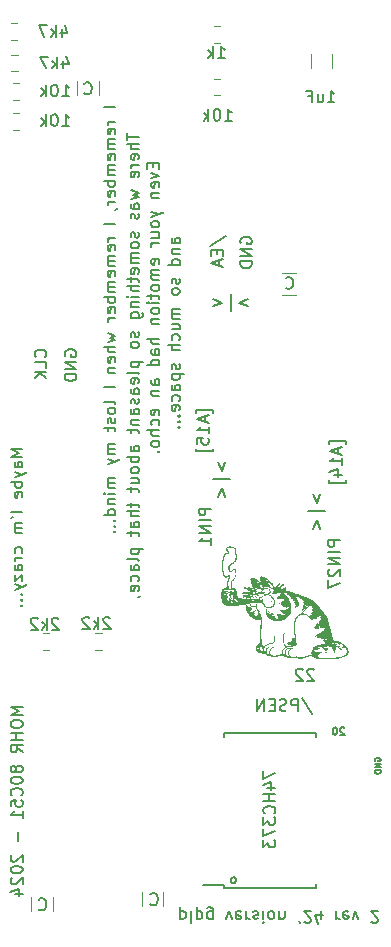
<source format=gbr>
%TF.GenerationSoftware,KiCad,Pcbnew,8.0.6+1*%
%TF.CreationDate,2024-11-21T22:42:01+01:00*%
%TF.ProjectId,8051,38303531-2e6b-4696-9361-645f70636258,rev?*%
%TF.SameCoordinates,Original*%
%TF.FileFunction,Legend,Bot*%
%TF.FilePolarity,Positive*%
%FSLAX46Y46*%
G04 Gerber Fmt 4.6, Leading zero omitted, Abs format (unit mm)*
G04 Created by KiCad (PCBNEW 8.0.6+1) date 2024-11-21 22:42:01*
%MOMM*%
%LPD*%
G01*
G04 APERTURE LIST*
%ADD10C,0.190500*%
%ADD11C,0.150000*%
%ADD12C,0.127000*%
%ADD13C,0.120000*%
%ADD14C,0.000000*%
G04 APERTURE END LIST*
D10*
X115854428Y-135342609D02*
X115926999Y-135306324D01*
X115926999Y-135306324D02*
X115963285Y-135270038D01*
X115963285Y-135270038D02*
X115999571Y-135197466D01*
X115999571Y-135197466D02*
X115999571Y-134979752D01*
X115999571Y-134979752D02*
X115963285Y-134907181D01*
X115963285Y-134907181D02*
X115926999Y-134870895D01*
X115926999Y-134870895D02*
X115854428Y-134834609D01*
X115854428Y-134834609D02*
X115745571Y-134834609D01*
X115745571Y-134834609D02*
X115672999Y-134870895D01*
X115672999Y-134870895D02*
X115636714Y-134907181D01*
X115636714Y-134907181D02*
X115600428Y-134979752D01*
X115600428Y-134979752D02*
X115600428Y-135197466D01*
X115600428Y-135197466D02*
X115636714Y-135270038D01*
X115636714Y-135270038D02*
X115672999Y-135306324D01*
X115672999Y-135306324D02*
X115745571Y-135342609D01*
X115745571Y-135342609D02*
X115854428Y-135342609D01*
D11*
X121573809Y-119707200D02*
X122430951Y-120992914D01*
X121240475Y-120754819D02*
X121240475Y-119754819D01*
X121240475Y-119754819D02*
X120859523Y-119754819D01*
X120859523Y-119754819D02*
X120764285Y-119802438D01*
X120764285Y-119802438D02*
X120716666Y-119850057D01*
X120716666Y-119850057D02*
X120669047Y-119945295D01*
X120669047Y-119945295D02*
X120669047Y-120088152D01*
X120669047Y-120088152D02*
X120716666Y-120183390D01*
X120716666Y-120183390D02*
X120764285Y-120231009D01*
X120764285Y-120231009D02*
X120859523Y-120278628D01*
X120859523Y-120278628D02*
X121240475Y-120278628D01*
X120288094Y-120707200D02*
X120145237Y-120754819D01*
X120145237Y-120754819D02*
X119907142Y-120754819D01*
X119907142Y-120754819D02*
X119811904Y-120707200D01*
X119811904Y-120707200D02*
X119764285Y-120659580D01*
X119764285Y-120659580D02*
X119716666Y-120564342D01*
X119716666Y-120564342D02*
X119716666Y-120469104D01*
X119716666Y-120469104D02*
X119764285Y-120373866D01*
X119764285Y-120373866D02*
X119811904Y-120326247D01*
X119811904Y-120326247D02*
X119907142Y-120278628D01*
X119907142Y-120278628D02*
X120097618Y-120231009D01*
X120097618Y-120231009D02*
X120192856Y-120183390D01*
X120192856Y-120183390D02*
X120240475Y-120135771D01*
X120240475Y-120135771D02*
X120288094Y-120040533D01*
X120288094Y-120040533D02*
X120288094Y-119945295D01*
X120288094Y-119945295D02*
X120240475Y-119850057D01*
X120240475Y-119850057D02*
X120192856Y-119802438D01*
X120192856Y-119802438D02*
X120097618Y-119754819D01*
X120097618Y-119754819D02*
X119859523Y-119754819D01*
X119859523Y-119754819D02*
X119716666Y-119802438D01*
X119288094Y-120231009D02*
X118954761Y-120231009D01*
X118811904Y-120754819D02*
X119288094Y-120754819D01*
X119288094Y-120754819D02*
X119288094Y-119754819D01*
X119288094Y-119754819D02*
X118811904Y-119754819D01*
X118383332Y-120754819D02*
X118383332Y-119754819D01*
X118383332Y-119754819D02*
X117811904Y-120754819D01*
X117811904Y-120754819D02*
X117811904Y-119754819D01*
X105357466Y-112910257D02*
X105309847Y-112862638D01*
X105309847Y-112862638D02*
X105214609Y-112815019D01*
X105214609Y-112815019D02*
X104976514Y-112815019D01*
X104976514Y-112815019D02*
X104881276Y-112862638D01*
X104881276Y-112862638D02*
X104833657Y-112910257D01*
X104833657Y-112910257D02*
X104786038Y-113005495D01*
X104786038Y-113005495D02*
X104786038Y-113100733D01*
X104786038Y-113100733D02*
X104833657Y-113243590D01*
X104833657Y-113243590D02*
X105405085Y-113815019D01*
X105405085Y-113815019D02*
X104786038Y-113815019D01*
X104357466Y-113815019D02*
X104357466Y-112815019D01*
X104262228Y-113434066D02*
X103976514Y-113815019D01*
X103976514Y-113148352D02*
X104357466Y-113529304D01*
X103595561Y-112910257D02*
X103547942Y-112862638D01*
X103547942Y-112862638D02*
X103452704Y-112815019D01*
X103452704Y-112815019D02*
X103214609Y-112815019D01*
X103214609Y-112815019D02*
X103119371Y-112862638D01*
X103119371Y-112862638D02*
X103071752Y-112910257D01*
X103071752Y-112910257D02*
X103024133Y-113005495D01*
X103024133Y-113005495D02*
X103024133Y-113100733D01*
X103024133Y-113100733D02*
X103071752Y-113243590D01*
X103071752Y-113243590D02*
X103643180Y-113815019D01*
X103643180Y-113815019D02*
X103024133Y-113815019D01*
X124813219Y-106304010D02*
X123813219Y-106304010D01*
X123813219Y-106304010D02*
X123813219Y-106684962D01*
X123813219Y-106684962D02*
X123860838Y-106780200D01*
X123860838Y-106780200D02*
X123908457Y-106827819D01*
X123908457Y-106827819D02*
X124003695Y-106875438D01*
X124003695Y-106875438D02*
X124146552Y-106875438D01*
X124146552Y-106875438D02*
X124241790Y-106827819D01*
X124241790Y-106827819D02*
X124289409Y-106780200D01*
X124289409Y-106780200D02*
X124337028Y-106684962D01*
X124337028Y-106684962D02*
X124337028Y-106304010D01*
X124813219Y-107304010D02*
X123813219Y-107304010D01*
X124813219Y-107780200D02*
X123813219Y-107780200D01*
X123813219Y-107780200D02*
X124813219Y-108351628D01*
X124813219Y-108351628D02*
X123813219Y-108351628D01*
X123908457Y-108780200D02*
X123860838Y-108827819D01*
X123860838Y-108827819D02*
X123813219Y-108923057D01*
X123813219Y-108923057D02*
X123813219Y-109161152D01*
X123813219Y-109161152D02*
X123860838Y-109256390D01*
X123860838Y-109256390D02*
X123908457Y-109304009D01*
X123908457Y-109304009D02*
X124003695Y-109351628D01*
X124003695Y-109351628D02*
X124098933Y-109351628D01*
X124098933Y-109351628D02*
X124241790Y-109304009D01*
X124241790Y-109304009D02*
X124813219Y-108732581D01*
X124813219Y-108732581D02*
X124813219Y-109351628D01*
X123813219Y-109684962D02*
X123813219Y-110351628D01*
X123813219Y-110351628D02*
X124813219Y-109923057D01*
X113891219Y-103630600D02*
X112891219Y-103630600D01*
X112891219Y-103630600D02*
X112891219Y-104011552D01*
X112891219Y-104011552D02*
X112938838Y-104106790D01*
X112938838Y-104106790D02*
X112986457Y-104154409D01*
X112986457Y-104154409D02*
X113081695Y-104202028D01*
X113081695Y-104202028D02*
X113224552Y-104202028D01*
X113224552Y-104202028D02*
X113319790Y-104154409D01*
X113319790Y-104154409D02*
X113367409Y-104106790D01*
X113367409Y-104106790D02*
X113415028Y-104011552D01*
X113415028Y-104011552D02*
X113415028Y-103630600D01*
X113891219Y-104630600D02*
X112891219Y-104630600D01*
X113891219Y-105106790D02*
X112891219Y-105106790D01*
X112891219Y-105106790D02*
X113891219Y-105678218D01*
X113891219Y-105678218D02*
X112891219Y-105678218D01*
X113891219Y-106678218D02*
X113891219Y-106106790D01*
X113891219Y-106392504D02*
X112891219Y-106392504D01*
X112891219Y-106392504D02*
X113034076Y-106297266D01*
X113034076Y-106297266D02*
X113129314Y-106202028D01*
X113129314Y-106202028D02*
X113176933Y-106106790D01*
X97954819Y-120447619D02*
X96954819Y-120447619D01*
X96954819Y-120447619D02*
X97669104Y-120780952D01*
X97669104Y-120780952D02*
X96954819Y-121114285D01*
X96954819Y-121114285D02*
X97954819Y-121114285D01*
X96954819Y-121780952D02*
X96954819Y-121971428D01*
X96954819Y-121971428D02*
X97002438Y-122066666D01*
X97002438Y-122066666D02*
X97097676Y-122161904D01*
X97097676Y-122161904D02*
X97288152Y-122209523D01*
X97288152Y-122209523D02*
X97621485Y-122209523D01*
X97621485Y-122209523D02*
X97811961Y-122161904D01*
X97811961Y-122161904D02*
X97907200Y-122066666D01*
X97907200Y-122066666D02*
X97954819Y-121971428D01*
X97954819Y-121971428D02*
X97954819Y-121780952D01*
X97954819Y-121780952D02*
X97907200Y-121685714D01*
X97907200Y-121685714D02*
X97811961Y-121590476D01*
X97811961Y-121590476D02*
X97621485Y-121542857D01*
X97621485Y-121542857D02*
X97288152Y-121542857D01*
X97288152Y-121542857D02*
X97097676Y-121590476D01*
X97097676Y-121590476D02*
X97002438Y-121685714D01*
X97002438Y-121685714D02*
X96954819Y-121780952D01*
X97954819Y-122638095D02*
X96954819Y-122638095D01*
X97431009Y-122638095D02*
X97431009Y-123209523D01*
X97954819Y-123209523D02*
X96954819Y-123209523D01*
X97954819Y-124257142D02*
X97478628Y-123923809D01*
X97954819Y-123685714D02*
X96954819Y-123685714D01*
X96954819Y-123685714D02*
X96954819Y-124066666D01*
X96954819Y-124066666D02*
X97002438Y-124161904D01*
X97002438Y-124161904D02*
X97050057Y-124209523D01*
X97050057Y-124209523D02*
X97145295Y-124257142D01*
X97145295Y-124257142D02*
X97288152Y-124257142D01*
X97288152Y-124257142D02*
X97383390Y-124209523D01*
X97383390Y-124209523D02*
X97431009Y-124161904D01*
X97431009Y-124161904D02*
X97478628Y-124066666D01*
X97478628Y-124066666D02*
X97478628Y-123685714D01*
X97383390Y-125590476D02*
X97335771Y-125495238D01*
X97335771Y-125495238D02*
X97288152Y-125447619D01*
X97288152Y-125447619D02*
X97192914Y-125400000D01*
X97192914Y-125400000D02*
X97145295Y-125400000D01*
X97145295Y-125400000D02*
X97050057Y-125447619D01*
X97050057Y-125447619D02*
X97002438Y-125495238D01*
X97002438Y-125495238D02*
X96954819Y-125590476D01*
X96954819Y-125590476D02*
X96954819Y-125780952D01*
X96954819Y-125780952D02*
X97002438Y-125876190D01*
X97002438Y-125876190D02*
X97050057Y-125923809D01*
X97050057Y-125923809D02*
X97145295Y-125971428D01*
X97145295Y-125971428D02*
X97192914Y-125971428D01*
X97192914Y-125971428D02*
X97288152Y-125923809D01*
X97288152Y-125923809D02*
X97335771Y-125876190D01*
X97335771Y-125876190D02*
X97383390Y-125780952D01*
X97383390Y-125780952D02*
X97383390Y-125590476D01*
X97383390Y-125590476D02*
X97431009Y-125495238D01*
X97431009Y-125495238D02*
X97478628Y-125447619D01*
X97478628Y-125447619D02*
X97573866Y-125400000D01*
X97573866Y-125400000D02*
X97764342Y-125400000D01*
X97764342Y-125400000D02*
X97859580Y-125447619D01*
X97859580Y-125447619D02*
X97907200Y-125495238D01*
X97907200Y-125495238D02*
X97954819Y-125590476D01*
X97954819Y-125590476D02*
X97954819Y-125780952D01*
X97954819Y-125780952D02*
X97907200Y-125876190D01*
X97907200Y-125876190D02*
X97859580Y-125923809D01*
X97859580Y-125923809D02*
X97764342Y-125971428D01*
X97764342Y-125971428D02*
X97573866Y-125971428D01*
X97573866Y-125971428D02*
X97478628Y-125923809D01*
X97478628Y-125923809D02*
X97431009Y-125876190D01*
X97431009Y-125876190D02*
X97383390Y-125780952D01*
X96954819Y-126590476D02*
X96954819Y-126685714D01*
X96954819Y-126685714D02*
X97002438Y-126780952D01*
X97002438Y-126780952D02*
X97050057Y-126828571D01*
X97050057Y-126828571D02*
X97145295Y-126876190D01*
X97145295Y-126876190D02*
X97335771Y-126923809D01*
X97335771Y-126923809D02*
X97573866Y-126923809D01*
X97573866Y-126923809D02*
X97764342Y-126876190D01*
X97764342Y-126876190D02*
X97859580Y-126828571D01*
X97859580Y-126828571D02*
X97907200Y-126780952D01*
X97907200Y-126780952D02*
X97954819Y-126685714D01*
X97954819Y-126685714D02*
X97954819Y-126590476D01*
X97954819Y-126590476D02*
X97907200Y-126495238D01*
X97907200Y-126495238D02*
X97859580Y-126447619D01*
X97859580Y-126447619D02*
X97764342Y-126400000D01*
X97764342Y-126400000D02*
X97573866Y-126352381D01*
X97573866Y-126352381D02*
X97335771Y-126352381D01*
X97335771Y-126352381D02*
X97145295Y-126400000D01*
X97145295Y-126400000D02*
X97050057Y-126447619D01*
X97050057Y-126447619D02*
X97002438Y-126495238D01*
X97002438Y-126495238D02*
X96954819Y-126590476D01*
X97859580Y-127923809D02*
X97907200Y-127876190D01*
X97907200Y-127876190D02*
X97954819Y-127733333D01*
X97954819Y-127733333D02*
X97954819Y-127638095D01*
X97954819Y-127638095D02*
X97907200Y-127495238D01*
X97907200Y-127495238D02*
X97811961Y-127400000D01*
X97811961Y-127400000D02*
X97716723Y-127352381D01*
X97716723Y-127352381D02*
X97526247Y-127304762D01*
X97526247Y-127304762D02*
X97383390Y-127304762D01*
X97383390Y-127304762D02*
X97192914Y-127352381D01*
X97192914Y-127352381D02*
X97097676Y-127400000D01*
X97097676Y-127400000D02*
X97002438Y-127495238D01*
X97002438Y-127495238D02*
X96954819Y-127638095D01*
X96954819Y-127638095D02*
X96954819Y-127733333D01*
X96954819Y-127733333D02*
X97002438Y-127876190D01*
X97002438Y-127876190D02*
X97050057Y-127923809D01*
X96954819Y-128828571D02*
X96954819Y-128352381D01*
X96954819Y-128352381D02*
X97431009Y-128304762D01*
X97431009Y-128304762D02*
X97383390Y-128352381D01*
X97383390Y-128352381D02*
X97335771Y-128447619D01*
X97335771Y-128447619D02*
X97335771Y-128685714D01*
X97335771Y-128685714D02*
X97383390Y-128780952D01*
X97383390Y-128780952D02*
X97431009Y-128828571D01*
X97431009Y-128828571D02*
X97526247Y-128876190D01*
X97526247Y-128876190D02*
X97764342Y-128876190D01*
X97764342Y-128876190D02*
X97859580Y-128828571D01*
X97859580Y-128828571D02*
X97907200Y-128780952D01*
X97907200Y-128780952D02*
X97954819Y-128685714D01*
X97954819Y-128685714D02*
X97954819Y-128447619D01*
X97954819Y-128447619D02*
X97907200Y-128352381D01*
X97907200Y-128352381D02*
X97859580Y-128304762D01*
X97954819Y-129828571D02*
X97954819Y-129257143D01*
X97954819Y-129542857D02*
X96954819Y-129542857D01*
X96954819Y-129542857D02*
X97097676Y-129447619D01*
X97097676Y-129447619D02*
X97192914Y-129352381D01*
X97192914Y-129352381D02*
X97240533Y-129257143D01*
X97573866Y-131019048D02*
X97573866Y-131780953D01*
X97050057Y-132971429D02*
X97002438Y-133019048D01*
X97002438Y-133019048D02*
X96954819Y-133114286D01*
X96954819Y-133114286D02*
X96954819Y-133352381D01*
X96954819Y-133352381D02*
X97002438Y-133447619D01*
X97002438Y-133447619D02*
X97050057Y-133495238D01*
X97050057Y-133495238D02*
X97145295Y-133542857D01*
X97145295Y-133542857D02*
X97240533Y-133542857D01*
X97240533Y-133542857D02*
X97383390Y-133495238D01*
X97383390Y-133495238D02*
X97954819Y-132923810D01*
X97954819Y-132923810D02*
X97954819Y-133542857D01*
X96954819Y-134161905D02*
X96954819Y-134257143D01*
X96954819Y-134257143D02*
X97002438Y-134352381D01*
X97002438Y-134352381D02*
X97050057Y-134400000D01*
X97050057Y-134400000D02*
X97145295Y-134447619D01*
X97145295Y-134447619D02*
X97335771Y-134495238D01*
X97335771Y-134495238D02*
X97573866Y-134495238D01*
X97573866Y-134495238D02*
X97764342Y-134447619D01*
X97764342Y-134447619D02*
X97859580Y-134400000D01*
X97859580Y-134400000D02*
X97907200Y-134352381D01*
X97907200Y-134352381D02*
X97954819Y-134257143D01*
X97954819Y-134257143D02*
X97954819Y-134161905D01*
X97954819Y-134161905D02*
X97907200Y-134066667D01*
X97907200Y-134066667D02*
X97859580Y-134019048D01*
X97859580Y-134019048D02*
X97764342Y-133971429D01*
X97764342Y-133971429D02*
X97573866Y-133923810D01*
X97573866Y-133923810D02*
X97335771Y-133923810D01*
X97335771Y-133923810D02*
X97145295Y-133971429D01*
X97145295Y-133971429D02*
X97050057Y-134019048D01*
X97050057Y-134019048D02*
X97002438Y-134066667D01*
X97002438Y-134066667D02*
X96954819Y-134161905D01*
X97050057Y-134876191D02*
X97002438Y-134923810D01*
X97002438Y-134923810D02*
X96954819Y-135019048D01*
X96954819Y-135019048D02*
X96954819Y-135257143D01*
X96954819Y-135257143D02*
X97002438Y-135352381D01*
X97002438Y-135352381D02*
X97050057Y-135400000D01*
X97050057Y-135400000D02*
X97145295Y-135447619D01*
X97145295Y-135447619D02*
X97240533Y-135447619D01*
X97240533Y-135447619D02*
X97383390Y-135400000D01*
X97383390Y-135400000D02*
X97954819Y-134828572D01*
X97954819Y-134828572D02*
X97954819Y-135447619D01*
X97288152Y-136304762D02*
X97954819Y-136304762D01*
X96907200Y-136066667D02*
X97621485Y-135828572D01*
X97621485Y-135828572D02*
X97621485Y-136447619D01*
X113859600Y-81411818D02*
X115145314Y-80554676D01*
X114383409Y-81745152D02*
X114383409Y-82078485D01*
X114907219Y-82221342D02*
X114907219Y-81745152D01*
X114907219Y-81745152D02*
X113907219Y-81745152D01*
X113907219Y-81745152D02*
X113907219Y-82221342D01*
X114621504Y-82602295D02*
X114621504Y-83078485D01*
X114907219Y-82507057D02*
X113907219Y-82840390D01*
X113907219Y-82840390D02*
X114907219Y-83173723D01*
X101306238Y-71244619D02*
X101877666Y-71244619D01*
X101591952Y-71244619D02*
X101591952Y-70244619D01*
X101591952Y-70244619D02*
X101687190Y-70387476D01*
X101687190Y-70387476D02*
X101782428Y-70482714D01*
X101782428Y-70482714D02*
X101877666Y-70530333D01*
X100687190Y-70244619D02*
X100591952Y-70244619D01*
X100591952Y-70244619D02*
X100496714Y-70292238D01*
X100496714Y-70292238D02*
X100449095Y-70339857D01*
X100449095Y-70339857D02*
X100401476Y-70435095D01*
X100401476Y-70435095D02*
X100353857Y-70625571D01*
X100353857Y-70625571D02*
X100353857Y-70863666D01*
X100353857Y-70863666D02*
X100401476Y-71054142D01*
X100401476Y-71054142D02*
X100449095Y-71149380D01*
X100449095Y-71149380D02*
X100496714Y-71197000D01*
X100496714Y-71197000D02*
X100591952Y-71244619D01*
X100591952Y-71244619D02*
X100687190Y-71244619D01*
X100687190Y-71244619D02*
X100782428Y-71197000D01*
X100782428Y-71197000D02*
X100830047Y-71149380D01*
X100830047Y-71149380D02*
X100877666Y-71054142D01*
X100877666Y-71054142D02*
X100925285Y-70863666D01*
X100925285Y-70863666D02*
X100925285Y-70625571D01*
X100925285Y-70625571D02*
X100877666Y-70435095D01*
X100877666Y-70435095D02*
X100830047Y-70339857D01*
X100830047Y-70339857D02*
X100782428Y-70292238D01*
X100782428Y-70292238D02*
X100687190Y-70244619D01*
X99925285Y-71244619D02*
X99925285Y-70244619D01*
X99830047Y-70863666D02*
X99544333Y-71244619D01*
X99544333Y-70577952D02*
X99925285Y-70958904D01*
X99876780Y-90793961D02*
X99924400Y-90746342D01*
X99924400Y-90746342D02*
X99972019Y-90603485D01*
X99972019Y-90603485D02*
X99972019Y-90508247D01*
X99972019Y-90508247D02*
X99924400Y-90365390D01*
X99924400Y-90365390D02*
X99829161Y-90270152D01*
X99829161Y-90270152D02*
X99733923Y-90222533D01*
X99733923Y-90222533D02*
X99543447Y-90174914D01*
X99543447Y-90174914D02*
X99400590Y-90174914D01*
X99400590Y-90174914D02*
X99210114Y-90222533D01*
X99210114Y-90222533D02*
X99114876Y-90270152D01*
X99114876Y-90270152D02*
X99019638Y-90365390D01*
X99019638Y-90365390D02*
X98972019Y-90508247D01*
X98972019Y-90508247D02*
X98972019Y-90603485D01*
X98972019Y-90603485D02*
X99019638Y-90746342D01*
X99019638Y-90746342D02*
X99067257Y-90793961D01*
X99972019Y-91698723D02*
X99972019Y-91222533D01*
X99972019Y-91222533D02*
X98972019Y-91222533D01*
X99972019Y-92032057D02*
X98972019Y-92032057D01*
X99972019Y-92603485D02*
X99400590Y-92174914D01*
X98972019Y-92603485D02*
X99543447Y-92032057D01*
X97940019Y-98563943D02*
X96940019Y-98563943D01*
X96940019Y-98563943D02*
X97654304Y-98897276D01*
X97654304Y-98897276D02*
X96940019Y-99230609D01*
X96940019Y-99230609D02*
X97940019Y-99230609D01*
X97940019Y-100135371D02*
X97416209Y-100135371D01*
X97416209Y-100135371D02*
X97320971Y-100087752D01*
X97320971Y-100087752D02*
X97273352Y-99992514D01*
X97273352Y-99992514D02*
X97273352Y-99802038D01*
X97273352Y-99802038D02*
X97320971Y-99706800D01*
X97892400Y-100135371D02*
X97940019Y-100040133D01*
X97940019Y-100040133D02*
X97940019Y-99802038D01*
X97940019Y-99802038D02*
X97892400Y-99706800D01*
X97892400Y-99706800D02*
X97797161Y-99659181D01*
X97797161Y-99659181D02*
X97701923Y-99659181D01*
X97701923Y-99659181D02*
X97606685Y-99706800D01*
X97606685Y-99706800D02*
X97559066Y-99802038D01*
X97559066Y-99802038D02*
X97559066Y-100040133D01*
X97559066Y-100040133D02*
X97511447Y-100135371D01*
X97273352Y-100516324D02*
X97940019Y-100754419D01*
X97273352Y-100992514D02*
X97940019Y-100754419D01*
X97940019Y-100754419D02*
X98178114Y-100659181D01*
X98178114Y-100659181D02*
X98225733Y-100611562D01*
X98225733Y-100611562D02*
X98273352Y-100516324D01*
X97940019Y-101373467D02*
X96940019Y-101373467D01*
X97320971Y-101373467D02*
X97273352Y-101468705D01*
X97273352Y-101468705D02*
X97273352Y-101659181D01*
X97273352Y-101659181D02*
X97320971Y-101754419D01*
X97320971Y-101754419D02*
X97368590Y-101802038D01*
X97368590Y-101802038D02*
X97463828Y-101849657D01*
X97463828Y-101849657D02*
X97749542Y-101849657D01*
X97749542Y-101849657D02*
X97844780Y-101802038D01*
X97844780Y-101802038D02*
X97892400Y-101754419D01*
X97892400Y-101754419D02*
X97940019Y-101659181D01*
X97940019Y-101659181D02*
X97940019Y-101468705D01*
X97940019Y-101468705D02*
X97892400Y-101373467D01*
X97892400Y-102659181D02*
X97940019Y-102563943D01*
X97940019Y-102563943D02*
X97940019Y-102373467D01*
X97940019Y-102373467D02*
X97892400Y-102278229D01*
X97892400Y-102278229D02*
X97797161Y-102230610D01*
X97797161Y-102230610D02*
X97416209Y-102230610D01*
X97416209Y-102230610D02*
X97320971Y-102278229D01*
X97320971Y-102278229D02*
X97273352Y-102373467D01*
X97273352Y-102373467D02*
X97273352Y-102563943D01*
X97273352Y-102563943D02*
X97320971Y-102659181D01*
X97320971Y-102659181D02*
X97416209Y-102706800D01*
X97416209Y-102706800D02*
X97511447Y-102706800D01*
X97511447Y-102706800D02*
X97606685Y-102230610D01*
X97940019Y-103897277D02*
X96940019Y-103897277D01*
X96940019Y-104421086D02*
X97130495Y-104325848D01*
X97940019Y-104849657D02*
X97273352Y-104849657D01*
X97368590Y-104849657D02*
X97320971Y-104897276D01*
X97320971Y-104897276D02*
X97273352Y-104992514D01*
X97273352Y-104992514D02*
X97273352Y-105135371D01*
X97273352Y-105135371D02*
X97320971Y-105230609D01*
X97320971Y-105230609D02*
X97416209Y-105278228D01*
X97416209Y-105278228D02*
X97940019Y-105278228D01*
X97416209Y-105278228D02*
X97320971Y-105325847D01*
X97320971Y-105325847D02*
X97273352Y-105421085D01*
X97273352Y-105421085D02*
X97273352Y-105563942D01*
X97273352Y-105563942D02*
X97320971Y-105659181D01*
X97320971Y-105659181D02*
X97416209Y-105706800D01*
X97416209Y-105706800D02*
X97940019Y-105706800D01*
X97892400Y-107373466D02*
X97940019Y-107278228D01*
X97940019Y-107278228D02*
X97940019Y-107087752D01*
X97940019Y-107087752D02*
X97892400Y-106992514D01*
X97892400Y-106992514D02*
X97844780Y-106944895D01*
X97844780Y-106944895D02*
X97749542Y-106897276D01*
X97749542Y-106897276D02*
X97463828Y-106897276D01*
X97463828Y-106897276D02*
X97368590Y-106944895D01*
X97368590Y-106944895D02*
X97320971Y-106992514D01*
X97320971Y-106992514D02*
X97273352Y-107087752D01*
X97273352Y-107087752D02*
X97273352Y-107278228D01*
X97273352Y-107278228D02*
X97320971Y-107373466D01*
X97940019Y-107802038D02*
X97273352Y-107802038D01*
X97463828Y-107802038D02*
X97368590Y-107849657D01*
X97368590Y-107849657D02*
X97320971Y-107897276D01*
X97320971Y-107897276D02*
X97273352Y-107992514D01*
X97273352Y-107992514D02*
X97273352Y-108087752D01*
X97940019Y-108849657D02*
X97416209Y-108849657D01*
X97416209Y-108849657D02*
X97320971Y-108802038D01*
X97320971Y-108802038D02*
X97273352Y-108706800D01*
X97273352Y-108706800D02*
X97273352Y-108516324D01*
X97273352Y-108516324D02*
X97320971Y-108421086D01*
X97892400Y-108849657D02*
X97940019Y-108754419D01*
X97940019Y-108754419D02*
X97940019Y-108516324D01*
X97940019Y-108516324D02*
X97892400Y-108421086D01*
X97892400Y-108421086D02*
X97797161Y-108373467D01*
X97797161Y-108373467D02*
X97701923Y-108373467D01*
X97701923Y-108373467D02*
X97606685Y-108421086D01*
X97606685Y-108421086D02*
X97559066Y-108516324D01*
X97559066Y-108516324D02*
X97559066Y-108754419D01*
X97559066Y-108754419D02*
X97511447Y-108849657D01*
X97273352Y-109230610D02*
X97273352Y-109754419D01*
X97273352Y-109754419D02*
X97940019Y-109230610D01*
X97940019Y-109230610D02*
X97940019Y-109754419D01*
X97273352Y-110040134D02*
X97940019Y-110278229D01*
X97273352Y-110516324D02*
X97940019Y-110278229D01*
X97940019Y-110278229D02*
X98178114Y-110182991D01*
X98178114Y-110182991D02*
X98225733Y-110135372D01*
X98225733Y-110135372D02*
X98273352Y-110040134D01*
X97844780Y-110897277D02*
X97892400Y-110944896D01*
X97892400Y-110944896D02*
X97940019Y-110897277D01*
X97940019Y-110897277D02*
X97892400Y-110849658D01*
X97892400Y-110849658D02*
X97844780Y-110897277D01*
X97844780Y-110897277D02*
X97940019Y-110897277D01*
X97844780Y-111373467D02*
X97892400Y-111421086D01*
X97892400Y-111421086D02*
X97940019Y-111373467D01*
X97940019Y-111373467D02*
X97892400Y-111325848D01*
X97892400Y-111325848D02*
X97844780Y-111373467D01*
X97844780Y-111373467D02*
X97940019Y-111373467D01*
X97844780Y-111849657D02*
X97892400Y-111897276D01*
X97892400Y-111897276D02*
X97940019Y-111849657D01*
X97940019Y-111849657D02*
X97892400Y-111802038D01*
X97892400Y-111802038D02*
X97844780Y-111849657D01*
X97844780Y-111849657D02*
X97940019Y-111849657D01*
X122571752Y-102384410D02*
X122857466Y-103146315D01*
X122857466Y-103146315D02*
X123143180Y-102384410D01*
X123571752Y-103860600D02*
X122143180Y-103860600D01*
X122571752Y-105336791D02*
X122857466Y-104574886D01*
X122857466Y-104574886D02*
X123143180Y-105336791D01*
X106795219Y-71874930D02*
X106795219Y-72446358D01*
X107795219Y-72160644D02*
X106795219Y-72160644D01*
X107795219Y-72779692D02*
X106795219Y-72779692D01*
X107795219Y-73208263D02*
X107271409Y-73208263D01*
X107271409Y-73208263D02*
X107176171Y-73160644D01*
X107176171Y-73160644D02*
X107128552Y-73065406D01*
X107128552Y-73065406D02*
X107128552Y-72922549D01*
X107128552Y-72922549D02*
X107176171Y-72827311D01*
X107176171Y-72827311D02*
X107223790Y-72779692D01*
X107747600Y-74065406D02*
X107795219Y-73970168D01*
X107795219Y-73970168D02*
X107795219Y-73779692D01*
X107795219Y-73779692D02*
X107747600Y-73684454D01*
X107747600Y-73684454D02*
X107652361Y-73636835D01*
X107652361Y-73636835D02*
X107271409Y-73636835D01*
X107271409Y-73636835D02*
X107176171Y-73684454D01*
X107176171Y-73684454D02*
X107128552Y-73779692D01*
X107128552Y-73779692D02*
X107128552Y-73970168D01*
X107128552Y-73970168D02*
X107176171Y-74065406D01*
X107176171Y-74065406D02*
X107271409Y-74113025D01*
X107271409Y-74113025D02*
X107366647Y-74113025D01*
X107366647Y-74113025D02*
X107461885Y-73636835D01*
X107795219Y-74541597D02*
X107128552Y-74541597D01*
X107319028Y-74541597D02*
X107223790Y-74589216D01*
X107223790Y-74589216D02*
X107176171Y-74636835D01*
X107176171Y-74636835D02*
X107128552Y-74732073D01*
X107128552Y-74732073D02*
X107128552Y-74827311D01*
X107747600Y-75541597D02*
X107795219Y-75446359D01*
X107795219Y-75446359D02*
X107795219Y-75255883D01*
X107795219Y-75255883D02*
X107747600Y-75160645D01*
X107747600Y-75160645D02*
X107652361Y-75113026D01*
X107652361Y-75113026D02*
X107271409Y-75113026D01*
X107271409Y-75113026D02*
X107176171Y-75160645D01*
X107176171Y-75160645D02*
X107128552Y-75255883D01*
X107128552Y-75255883D02*
X107128552Y-75446359D01*
X107128552Y-75446359D02*
X107176171Y-75541597D01*
X107176171Y-75541597D02*
X107271409Y-75589216D01*
X107271409Y-75589216D02*
X107366647Y-75589216D01*
X107366647Y-75589216D02*
X107461885Y-75113026D01*
X107128552Y-76684455D02*
X107795219Y-76874931D01*
X107795219Y-76874931D02*
X107319028Y-77065407D01*
X107319028Y-77065407D02*
X107795219Y-77255883D01*
X107795219Y-77255883D02*
X107128552Y-77446359D01*
X107795219Y-78255883D02*
X107271409Y-78255883D01*
X107271409Y-78255883D02*
X107176171Y-78208264D01*
X107176171Y-78208264D02*
X107128552Y-78113026D01*
X107128552Y-78113026D02*
X107128552Y-77922550D01*
X107128552Y-77922550D02*
X107176171Y-77827312D01*
X107747600Y-78255883D02*
X107795219Y-78160645D01*
X107795219Y-78160645D02*
X107795219Y-77922550D01*
X107795219Y-77922550D02*
X107747600Y-77827312D01*
X107747600Y-77827312D02*
X107652361Y-77779693D01*
X107652361Y-77779693D02*
X107557123Y-77779693D01*
X107557123Y-77779693D02*
X107461885Y-77827312D01*
X107461885Y-77827312D02*
X107414266Y-77922550D01*
X107414266Y-77922550D02*
X107414266Y-78160645D01*
X107414266Y-78160645D02*
X107366647Y-78255883D01*
X107747600Y-78684455D02*
X107795219Y-78779693D01*
X107795219Y-78779693D02*
X107795219Y-78970169D01*
X107795219Y-78970169D02*
X107747600Y-79065407D01*
X107747600Y-79065407D02*
X107652361Y-79113026D01*
X107652361Y-79113026D02*
X107604742Y-79113026D01*
X107604742Y-79113026D02*
X107509504Y-79065407D01*
X107509504Y-79065407D02*
X107461885Y-78970169D01*
X107461885Y-78970169D02*
X107461885Y-78827312D01*
X107461885Y-78827312D02*
X107414266Y-78732074D01*
X107414266Y-78732074D02*
X107319028Y-78684455D01*
X107319028Y-78684455D02*
X107271409Y-78684455D01*
X107271409Y-78684455D02*
X107176171Y-78732074D01*
X107176171Y-78732074D02*
X107128552Y-78827312D01*
X107128552Y-78827312D02*
X107128552Y-78970169D01*
X107128552Y-78970169D02*
X107176171Y-79065407D01*
X107747600Y-80255884D02*
X107795219Y-80351122D01*
X107795219Y-80351122D02*
X107795219Y-80541598D01*
X107795219Y-80541598D02*
X107747600Y-80636836D01*
X107747600Y-80636836D02*
X107652361Y-80684455D01*
X107652361Y-80684455D02*
X107604742Y-80684455D01*
X107604742Y-80684455D02*
X107509504Y-80636836D01*
X107509504Y-80636836D02*
X107461885Y-80541598D01*
X107461885Y-80541598D02*
X107461885Y-80398741D01*
X107461885Y-80398741D02*
X107414266Y-80303503D01*
X107414266Y-80303503D02*
X107319028Y-80255884D01*
X107319028Y-80255884D02*
X107271409Y-80255884D01*
X107271409Y-80255884D02*
X107176171Y-80303503D01*
X107176171Y-80303503D02*
X107128552Y-80398741D01*
X107128552Y-80398741D02*
X107128552Y-80541598D01*
X107128552Y-80541598D02*
X107176171Y-80636836D01*
X107795219Y-81255884D02*
X107747600Y-81160646D01*
X107747600Y-81160646D02*
X107699980Y-81113027D01*
X107699980Y-81113027D02*
X107604742Y-81065408D01*
X107604742Y-81065408D02*
X107319028Y-81065408D01*
X107319028Y-81065408D02*
X107223790Y-81113027D01*
X107223790Y-81113027D02*
X107176171Y-81160646D01*
X107176171Y-81160646D02*
X107128552Y-81255884D01*
X107128552Y-81255884D02*
X107128552Y-81398741D01*
X107128552Y-81398741D02*
X107176171Y-81493979D01*
X107176171Y-81493979D02*
X107223790Y-81541598D01*
X107223790Y-81541598D02*
X107319028Y-81589217D01*
X107319028Y-81589217D02*
X107604742Y-81589217D01*
X107604742Y-81589217D02*
X107699980Y-81541598D01*
X107699980Y-81541598D02*
X107747600Y-81493979D01*
X107747600Y-81493979D02*
X107795219Y-81398741D01*
X107795219Y-81398741D02*
X107795219Y-81255884D01*
X107795219Y-82017789D02*
X107128552Y-82017789D01*
X107223790Y-82017789D02*
X107176171Y-82065408D01*
X107176171Y-82065408D02*
X107128552Y-82160646D01*
X107128552Y-82160646D02*
X107128552Y-82303503D01*
X107128552Y-82303503D02*
X107176171Y-82398741D01*
X107176171Y-82398741D02*
X107271409Y-82446360D01*
X107271409Y-82446360D02*
X107795219Y-82446360D01*
X107271409Y-82446360D02*
X107176171Y-82493979D01*
X107176171Y-82493979D02*
X107128552Y-82589217D01*
X107128552Y-82589217D02*
X107128552Y-82732074D01*
X107128552Y-82732074D02*
X107176171Y-82827313D01*
X107176171Y-82827313D02*
X107271409Y-82874932D01*
X107271409Y-82874932D02*
X107795219Y-82874932D01*
X107747600Y-83732074D02*
X107795219Y-83636836D01*
X107795219Y-83636836D02*
X107795219Y-83446360D01*
X107795219Y-83446360D02*
X107747600Y-83351122D01*
X107747600Y-83351122D02*
X107652361Y-83303503D01*
X107652361Y-83303503D02*
X107271409Y-83303503D01*
X107271409Y-83303503D02*
X107176171Y-83351122D01*
X107176171Y-83351122D02*
X107128552Y-83446360D01*
X107128552Y-83446360D02*
X107128552Y-83636836D01*
X107128552Y-83636836D02*
X107176171Y-83732074D01*
X107176171Y-83732074D02*
X107271409Y-83779693D01*
X107271409Y-83779693D02*
X107366647Y-83779693D01*
X107366647Y-83779693D02*
X107461885Y-83303503D01*
X107128552Y-84065408D02*
X107128552Y-84446360D01*
X106795219Y-84208265D02*
X107652361Y-84208265D01*
X107652361Y-84208265D02*
X107747600Y-84255884D01*
X107747600Y-84255884D02*
X107795219Y-84351122D01*
X107795219Y-84351122D02*
X107795219Y-84446360D01*
X107795219Y-84779694D02*
X106795219Y-84779694D01*
X107795219Y-85208265D02*
X107271409Y-85208265D01*
X107271409Y-85208265D02*
X107176171Y-85160646D01*
X107176171Y-85160646D02*
X107128552Y-85065408D01*
X107128552Y-85065408D02*
X107128552Y-84922551D01*
X107128552Y-84922551D02*
X107176171Y-84827313D01*
X107176171Y-84827313D02*
X107223790Y-84779694D01*
X107795219Y-85684456D02*
X107128552Y-85684456D01*
X106795219Y-85684456D02*
X106842838Y-85636837D01*
X106842838Y-85636837D02*
X106890457Y-85684456D01*
X106890457Y-85684456D02*
X106842838Y-85732075D01*
X106842838Y-85732075D02*
X106795219Y-85684456D01*
X106795219Y-85684456D02*
X106890457Y-85684456D01*
X107128552Y-86160646D02*
X107795219Y-86160646D01*
X107223790Y-86160646D02*
X107176171Y-86208265D01*
X107176171Y-86208265D02*
X107128552Y-86303503D01*
X107128552Y-86303503D02*
X107128552Y-86446360D01*
X107128552Y-86446360D02*
X107176171Y-86541598D01*
X107176171Y-86541598D02*
X107271409Y-86589217D01*
X107271409Y-86589217D02*
X107795219Y-86589217D01*
X107128552Y-87493979D02*
X107938076Y-87493979D01*
X107938076Y-87493979D02*
X108033314Y-87446360D01*
X108033314Y-87446360D02*
X108080933Y-87398741D01*
X108080933Y-87398741D02*
X108128552Y-87303503D01*
X108128552Y-87303503D02*
X108128552Y-87160646D01*
X108128552Y-87160646D02*
X108080933Y-87065408D01*
X107747600Y-87493979D02*
X107795219Y-87398741D01*
X107795219Y-87398741D02*
X107795219Y-87208265D01*
X107795219Y-87208265D02*
X107747600Y-87113027D01*
X107747600Y-87113027D02*
X107699980Y-87065408D01*
X107699980Y-87065408D02*
X107604742Y-87017789D01*
X107604742Y-87017789D02*
X107319028Y-87017789D01*
X107319028Y-87017789D02*
X107223790Y-87065408D01*
X107223790Y-87065408D02*
X107176171Y-87113027D01*
X107176171Y-87113027D02*
X107128552Y-87208265D01*
X107128552Y-87208265D02*
X107128552Y-87398741D01*
X107128552Y-87398741D02*
X107176171Y-87493979D01*
X107747600Y-88684456D02*
X107795219Y-88779694D01*
X107795219Y-88779694D02*
X107795219Y-88970170D01*
X107795219Y-88970170D02*
X107747600Y-89065408D01*
X107747600Y-89065408D02*
X107652361Y-89113027D01*
X107652361Y-89113027D02*
X107604742Y-89113027D01*
X107604742Y-89113027D02*
X107509504Y-89065408D01*
X107509504Y-89065408D02*
X107461885Y-88970170D01*
X107461885Y-88970170D02*
X107461885Y-88827313D01*
X107461885Y-88827313D02*
X107414266Y-88732075D01*
X107414266Y-88732075D02*
X107319028Y-88684456D01*
X107319028Y-88684456D02*
X107271409Y-88684456D01*
X107271409Y-88684456D02*
X107176171Y-88732075D01*
X107176171Y-88732075D02*
X107128552Y-88827313D01*
X107128552Y-88827313D02*
X107128552Y-88970170D01*
X107128552Y-88970170D02*
X107176171Y-89065408D01*
X107795219Y-89684456D02*
X107747600Y-89589218D01*
X107747600Y-89589218D02*
X107699980Y-89541599D01*
X107699980Y-89541599D02*
X107604742Y-89493980D01*
X107604742Y-89493980D02*
X107319028Y-89493980D01*
X107319028Y-89493980D02*
X107223790Y-89541599D01*
X107223790Y-89541599D02*
X107176171Y-89589218D01*
X107176171Y-89589218D02*
X107128552Y-89684456D01*
X107128552Y-89684456D02*
X107128552Y-89827313D01*
X107128552Y-89827313D02*
X107176171Y-89922551D01*
X107176171Y-89922551D02*
X107223790Y-89970170D01*
X107223790Y-89970170D02*
X107319028Y-90017789D01*
X107319028Y-90017789D02*
X107604742Y-90017789D01*
X107604742Y-90017789D02*
X107699980Y-89970170D01*
X107699980Y-89970170D02*
X107747600Y-89922551D01*
X107747600Y-89922551D02*
X107795219Y-89827313D01*
X107795219Y-89827313D02*
X107795219Y-89684456D01*
X107128552Y-91208266D02*
X108128552Y-91208266D01*
X107176171Y-91208266D02*
X107128552Y-91303504D01*
X107128552Y-91303504D02*
X107128552Y-91493980D01*
X107128552Y-91493980D02*
X107176171Y-91589218D01*
X107176171Y-91589218D02*
X107223790Y-91636837D01*
X107223790Y-91636837D02*
X107319028Y-91684456D01*
X107319028Y-91684456D02*
X107604742Y-91684456D01*
X107604742Y-91684456D02*
X107699980Y-91636837D01*
X107699980Y-91636837D02*
X107747600Y-91589218D01*
X107747600Y-91589218D02*
X107795219Y-91493980D01*
X107795219Y-91493980D02*
X107795219Y-91303504D01*
X107795219Y-91303504D02*
X107747600Y-91208266D01*
X107795219Y-92255885D02*
X107747600Y-92160647D01*
X107747600Y-92160647D02*
X107652361Y-92113028D01*
X107652361Y-92113028D02*
X106795219Y-92113028D01*
X107747600Y-93017790D02*
X107795219Y-92922552D01*
X107795219Y-92922552D02*
X107795219Y-92732076D01*
X107795219Y-92732076D02*
X107747600Y-92636838D01*
X107747600Y-92636838D02*
X107652361Y-92589219D01*
X107652361Y-92589219D02*
X107271409Y-92589219D01*
X107271409Y-92589219D02*
X107176171Y-92636838D01*
X107176171Y-92636838D02*
X107128552Y-92732076D01*
X107128552Y-92732076D02*
X107128552Y-92922552D01*
X107128552Y-92922552D02*
X107176171Y-93017790D01*
X107176171Y-93017790D02*
X107271409Y-93065409D01*
X107271409Y-93065409D02*
X107366647Y-93065409D01*
X107366647Y-93065409D02*
X107461885Y-92589219D01*
X107795219Y-93922552D02*
X107271409Y-93922552D01*
X107271409Y-93922552D02*
X107176171Y-93874933D01*
X107176171Y-93874933D02*
X107128552Y-93779695D01*
X107128552Y-93779695D02*
X107128552Y-93589219D01*
X107128552Y-93589219D02*
X107176171Y-93493981D01*
X107747600Y-93922552D02*
X107795219Y-93827314D01*
X107795219Y-93827314D02*
X107795219Y-93589219D01*
X107795219Y-93589219D02*
X107747600Y-93493981D01*
X107747600Y-93493981D02*
X107652361Y-93446362D01*
X107652361Y-93446362D02*
X107557123Y-93446362D01*
X107557123Y-93446362D02*
X107461885Y-93493981D01*
X107461885Y-93493981D02*
X107414266Y-93589219D01*
X107414266Y-93589219D02*
X107414266Y-93827314D01*
X107414266Y-93827314D02*
X107366647Y-93922552D01*
X107747600Y-94351124D02*
X107795219Y-94446362D01*
X107795219Y-94446362D02*
X107795219Y-94636838D01*
X107795219Y-94636838D02*
X107747600Y-94732076D01*
X107747600Y-94732076D02*
X107652361Y-94779695D01*
X107652361Y-94779695D02*
X107604742Y-94779695D01*
X107604742Y-94779695D02*
X107509504Y-94732076D01*
X107509504Y-94732076D02*
X107461885Y-94636838D01*
X107461885Y-94636838D02*
X107461885Y-94493981D01*
X107461885Y-94493981D02*
X107414266Y-94398743D01*
X107414266Y-94398743D02*
X107319028Y-94351124D01*
X107319028Y-94351124D02*
X107271409Y-94351124D01*
X107271409Y-94351124D02*
X107176171Y-94398743D01*
X107176171Y-94398743D02*
X107128552Y-94493981D01*
X107128552Y-94493981D02*
X107128552Y-94636838D01*
X107128552Y-94636838D02*
X107176171Y-94732076D01*
X107795219Y-95636838D02*
X107271409Y-95636838D01*
X107271409Y-95636838D02*
X107176171Y-95589219D01*
X107176171Y-95589219D02*
X107128552Y-95493981D01*
X107128552Y-95493981D02*
X107128552Y-95303505D01*
X107128552Y-95303505D02*
X107176171Y-95208267D01*
X107747600Y-95636838D02*
X107795219Y-95541600D01*
X107795219Y-95541600D02*
X107795219Y-95303505D01*
X107795219Y-95303505D02*
X107747600Y-95208267D01*
X107747600Y-95208267D02*
X107652361Y-95160648D01*
X107652361Y-95160648D02*
X107557123Y-95160648D01*
X107557123Y-95160648D02*
X107461885Y-95208267D01*
X107461885Y-95208267D02*
X107414266Y-95303505D01*
X107414266Y-95303505D02*
X107414266Y-95541600D01*
X107414266Y-95541600D02*
X107366647Y-95636838D01*
X107128552Y-96113029D02*
X107795219Y-96113029D01*
X107223790Y-96113029D02*
X107176171Y-96160648D01*
X107176171Y-96160648D02*
X107128552Y-96255886D01*
X107128552Y-96255886D02*
X107128552Y-96398743D01*
X107128552Y-96398743D02*
X107176171Y-96493981D01*
X107176171Y-96493981D02*
X107271409Y-96541600D01*
X107271409Y-96541600D02*
X107795219Y-96541600D01*
X107128552Y-96874934D02*
X107128552Y-97255886D01*
X106795219Y-97017791D02*
X107652361Y-97017791D01*
X107652361Y-97017791D02*
X107747600Y-97065410D01*
X107747600Y-97065410D02*
X107795219Y-97160648D01*
X107795219Y-97160648D02*
X107795219Y-97255886D01*
X107795219Y-98779696D02*
X107271409Y-98779696D01*
X107271409Y-98779696D02*
X107176171Y-98732077D01*
X107176171Y-98732077D02*
X107128552Y-98636839D01*
X107128552Y-98636839D02*
X107128552Y-98446363D01*
X107128552Y-98446363D02*
X107176171Y-98351125D01*
X107747600Y-98779696D02*
X107795219Y-98684458D01*
X107795219Y-98684458D02*
X107795219Y-98446363D01*
X107795219Y-98446363D02*
X107747600Y-98351125D01*
X107747600Y-98351125D02*
X107652361Y-98303506D01*
X107652361Y-98303506D02*
X107557123Y-98303506D01*
X107557123Y-98303506D02*
X107461885Y-98351125D01*
X107461885Y-98351125D02*
X107414266Y-98446363D01*
X107414266Y-98446363D02*
X107414266Y-98684458D01*
X107414266Y-98684458D02*
X107366647Y-98779696D01*
X107795219Y-99255887D02*
X106795219Y-99255887D01*
X107176171Y-99255887D02*
X107128552Y-99351125D01*
X107128552Y-99351125D02*
X107128552Y-99541601D01*
X107128552Y-99541601D02*
X107176171Y-99636839D01*
X107176171Y-99636839D02*
X107223790Y-99684458D01*
X107223790Y-99684458D02*
X107319028Y-99732077D01*
X107319028Y-99732077D02*
X107604742Y-99732077D01*
X107604742Y-99732077D02*
X107699980Y-99684458D01*
X107699980Y-99684458D02*
X107747600Y-99636839D01*
X107747600Y-99636839D02*
X107795219Y-99541601D01*
X107795219Y-99541601D02*
X107795219Y-99351125D01*
X107795219Y-99351125D02*
X107747600Y-99255887D01*
X107795219Y-100303506D02*
X107747600Y-100208268D01*
X107747600Y-100208268D02*
X107699980Y-100160649D01*
X107699980Y-100160649D02*
X107604742Y-100113030D01*
X107604742Y-100113030D02*
X107319028Y-100113030D01*
X107319028Y-100113030D02*
X107223790Y-100160649D01*
X107223790Y-100160649D02*
X107176171Y-100208268D01*
X107176171Y-100208268D02*
X107128552Y-100303506D01*
X107128552Y-100303506D02*
X107128552Y-100446363D01*
X107128552Y-100446363D02*
X107176171Y-100541601D01*
X107176171Y-100541601D02*
X107223790Y-100589220D01*
X107223790Y-100589220D02*
X107319028Y-100636839D01*
X107319028Y-100636839D02*
X107604742Y-100636839D01*
X107604742Y-100636839D02*
X107699980Y-100589220D01*
X107699980Y-100589220D02*
X107747600Y-100541601D01*
X107747600Y-100541601D02*
X107795219Y-100446363D01*
X107795219Y-100446363D02*
X107795219Y-100303506D01*
X107128552Y-101493982D02*
X107795219Y-101493982D01*
X107128552Y-101065411D02*
X107652361Y-101065411D01*
X107652361Y-101065411D02*
X107747600Y-101113030D01*
X107747600Y-101113030D02*
X107795219Y-101208268D01*
X107795219Y-101208268D02*
X107795219Y-101351125D01*
X107795219Y-101351125D02*
X107747600Y-101446363D01*
X107747600Y-101446363D02*
X107699980Y-101493982D01*
X107128552Y-101827316D02*
X107128552Y-102208268D01*
X106795219Y-101970173D02*
X107652361Y-101970173D01*
X107652361Y-101970173D02*
X107747600Y-102017792D01*
X107747600Y-102017792D02*
X107795219Y-102113030D01*
X107795219Y-102113030D02*
X107795219Y-102208268D01*
X107128552Y-103160650D02*
X107128552Y-103541602D01*
X106795219Y-103303507D02*
X107652361Y-103303507D01*
X107652361Y-103303507D02*
X107747600Y-103351126D01*
X107747600Y-103351126D02*
X107795219Y-103446364D01*
X107795219Y-103446364D02*
X107795219Y-103541602D01*
X107795219Y-103874936D02*
X106795219Y-103874936D01*
X107795219Y-104303507D02*
X107271409Y-104303507D01*
X107271409Y-104303507D02*
X107176171Y-104255888D01*
X107176171Y-104255888D02*
X107128552Y-104160650D01*
X107128552Y-104160650D02*
X107128552Y-104017793D01*
X107128552Y-104017793D02*
X107176171Y-103922555D01*
X107176171Y-103922555D02*
X107223790Y-103874936D01*
X107795219Y-105208269D02*
X107271409Y-105208269D01*
X107271409Y-105208269D02*
X107176171Y-105160650D01*
X107176171Y-105160650D02*
X107128552Y-105065412D01*
X107128552Y-105065412D02*
X107128552Y-104874936D01*
X107128552Y-104874936D02*
X107176171Y-104779698D01*
X107747600Y-105208269D02*
X107795219Y-105113031D01*
X107795219Y-105113031D02*
X107795219Y-104874936D01*
X107795219Y-104874936D02*
X107747600Y-104779698D01*
X107747600Y-104779698D02*
X107652361Y-104732079D01*
X107652361Y-104732079D02*
X107557123Y-104732079D01*
X107557123Y-104732079D02*
X107461885Y-104779698D01*
X107461885Y-104779698D02*
X107414266Y-104874936D01*
X107414266Y-104874936D02*
X107414266Y-105113031D01*
X107414266Y-105113031D02*
X107366647Y-105208269D01*
X107128552Y-105541603D02*
X107128552Y-105922555D01*
X106795219Y-105684460D02*
X107652361Y-105684460D01*
X107652361Y-105684460D02*
X107747600Y-105732079D01*
X107747600Y-105732079D02*
X107795219Y-105827317D01*
X107795219Y-105827317D02*
X107795219Y-105922555D01*
X107128552Y-107017794D02*
X108128552Y-107017794D01*
X107176171Y-107017794D02*
X107128552Y-107113032D01*
X107128552Y-107113032D02*
X107128552Y-107303508D01*
X107128552Y-107303508D02*
X107176171Y-107398746D01*
X107176171Y-107398746D02*
X107223790Y-107446365D01*
X107223790Y-107446365D02*
X107319028Y-107493984D01*
X107319028Y-107493984D02*
X107604742Y-107493984D01*
X107604742Y-107493984D02*
X107699980Y-107446365D01*
X107699980Y-107446365D02*
X107747600Y-107398746D01*
X107747600Y-107398746D02*
X107795219Y-107303508D01*
X107795219Y-107303508D02*
X107795219Y-107113032D01*
X107795219Y-107113032D02*
X107747600Y-107017794D01*
X107795219Y-108065413D02*
X107747600Y-107970175D01*
X107747600Y-107970175D02*
X107652361Y-107922556D01*
X107652361Y-107922556D02*
X106795219Y-107922556D01*
X107795219Y-108874937D02*
X107271409Y-108874937D01*
X107271409Y-108874937D02*
X107176171Y-108827318D01*
X107176171Y-108827318D02*
X107128552Y-108732080D01*
X107128552Y-108732080D02*
X107128552Y-108541604D01*
X107128552Y-108541604D02*
X107176171Y-108446366D01*
X107747600Y-108874937D02*
X107795219Y-108779699D01*
X107795219Y-108779699D02*
X107795219Y-108541604D01*
X107795219Y-108541604D02*
X107747600Y-108446366D01*
X107747600Y-108446366D02*
X107652361Y-108398747D01*
X107652361Y-108398747D02*
X107557123Y-108398747D01*
X107557123Y-108398747D02*
X107461885Y-108446366D01*
X107461885Y-108446366D02*
X107414266Y-108541604D01*
X107414266Y-108541604D02*
X107414266Y-108779699D01*
X107414266Y-108779699D02*
X107366647Y-108874937D01*
X107747600Y-109779699D02*
X107795219Y-109684461D01*
X107795219Y-109684461D02*
X107795219Y-109493985D01*
X107795219Y-109493985D02*
X107747600Y-109398747D01*
X107747600Y-109398747D02*
X107699980Y-109351128D01*
X107699980Y-109351128D02*
X107604742Y-109303509D01*
X107604742Y-109303509D02*
X107319028Y-109303509D01*
X107319028Y-109303509D02*
X107223790Y-109351128D01*
X107223790Y-109351128D02*
X107176171Y-109398747D01*
X107176171Y-109398747D02*
X107128552Y-109493985D01*
X107128552Y-109493985D02*
X107128552Y-109684461D01*
X107128552Y-109684461D02*
X107176171Y-109779699D01*
X107747600Y-110589223D02*
X107795219Y-110493985D01*
X107795219Y-110493985D02*
X107795219Y-110303509D01*
X107795219Y-110303509D02*
X107747600Y-110208271D01*
X107747600Y-110208271D02*
X107652361Y-110160652D01*
X107652361Y-110160652D02*
X107271409Y-110160652D01*
X107271409Y-110160652D02*
X107176171Y-110208271D01*
X107176171Y-110208271D02*
X107128552Y-110303509D01*
X107128552Y-110303509D02*
X107128552Y-110493985D01*
X107128552Y-110493985D02*
X107176171Y-110589223D01*
X107176171Y-110589223D02*
X107271409Y-110636842D01*
X107271409Y-110636842D02*
X107366647Y-110636842D01*
X107366647Y-110636842D02*
X107461885Y-110160652D01*
X107747600Y-111113033D02*
X107795219Y-111113033D01*
X107795219Y-111113033D02*
X107890457Y-111065414D01*
X107890457Y-111065414D02*
X107938076Y-111017795D01*
X111249619Y-81176171D02*
X110725809Y-81176171D01*
X110725809Y-81176171D02*
X110630571Y-81128552D01*
X110630571Y-81128552D02*
X110582952Y-81033314D01*
X110582952Y-81033314D02*
X110582952Y-80842838D01*
X110582952Y-80842838D02*
X110630571Y-80747600D01*
X111202000Y-81176171D02*
X111249619Y-81080933D01*
X111249619Y-81080933D02*
X111249619Y-80842838D01*
X111249619Y-80842838D02*
X111202000Y-80747600D01*
X111202000Y-80747600D02*
X111106761Y-80699981D01*
X111106761Y-80699981D02*
X111011523Y-80699981D01*
X111011523Y-80699981D02*
X110916285Y-80747600D01*
X110916285Y-80747600D02*
X110868666Y-80842838D01*
X110868666Y-80842838D02*
X110868666Y-81080933D01*
X110868666Y-81080933D02*
X110821047Y-81176171D01*
X110582952Y-81652362D02*
X111249619Y-81652362D01*
X110678190Y-81652362D02*
X110630571Y-81699981D01*
X110630571Y-81699981D02*
X110582952Y-81795219D01*
X110582952Y-81795219D02*
X110582952Y-81938076D01*
X110582952Y-81938076D02*
X110630571Y-82033314D01*
X110630571Y-82033314D02*
X110725809Y-82080933D01*
X110725809Y-82080933D02*
X111249619Y-82080933D01*
X111249619Y-82985695D02*
X110249619Y-82985695D01*
X111202000Y-82985695D02*
X111249619Y-82890457D01*
X111249619Y-82890457D02*
X111249619Y-82699981D01*
X111249619Y-82699981D02*
X111202000Y-82604743D01*
X111202000Y-82604743D02*
X111154380Y-82557124D01*
X111154380Y-82557124D02*
X111059142Y-82509505D01*
X111059142Y-82509505D02*
X110773428Y-82509505D01*
X110773428Y-82509505D02*
X110678190Y-82557124D01*
X110678190Y-82557124D02*
X110630571Y-82604743D01*
X110630571Y-82604743D02*
X110582952Y-82699981D01*
X110582952Y-82699981D02*
X110582952Y-82890457D01*
X110582952Y-82890457D02*
X110630571Y-82985695D01*
X111202000Y-84176172D02*
X111249619Y-84271410D01*
X111249619Y-84271410D02*
X111249619Y-84461886D01*
X111249619Y-84461886D02*
X111202000Y-84557124D01*
X111202000Y-84557124D02*
X111106761Y-84604743D01*
X111106761Y-84604743D02*
X111059142Y-84604743D01*
X111059142Y-84604743D02*
X110963904Y-84557124D01*
X110963904Y-84557124D02*
X110916285Y-84461886D01*
X110916285Y-84461886D02*
X110916285Y-84319029D01*
X110916285Y-84319029D02*
X110868666Y-84223791D01*
X110868666Y-84223791D02*
X110773428Y-84176172D01*
X110773428Y-84176172D02*
X110725809Y-84176172D01*
X110725809Y-84176172D02*
X110630571Y-84223791D01*
X110630571Y-84223791D02*
X110582952Y-84319029D01*
X110582952Y-84319029D02*
X110582952Y-84461886D01*
X110582952Y-84461886D02*
X110630571Y-84557124D01*
X111249619Y-85176172D02*
X111202000Y-85080934D01*
X111202000Y-85080934D02*
X111154380Y-85033315D01*
X111154380Y-85033315D02*
X111059142Y-84985696D01*
X111059142Y-84985696D02*
X110773428Y-84985696D01*
X110773428Y-84985696D02*
X110678190Y-85033315D01*
X110678190Y-85033315D02*
X110630571Y-85080934D01*
X110630571Y-85080934D02*
X110582952Y-85176172D01*
X110582952Y-85176172D02*
X110582952Y-85319029D01*
X110582952Y-85319029D02*
X110630571Y-85414267D01*
X110630571Y-85414267D02*
X110678190Y-85461886D01*
X110678190Y-85461886D02*
X110773428Y-85509505D01*
X110773428Y-85509505D02*
X111059142Y-85509505D01*
X111059142Y-85509505D02*
X111154380Y-85461886D01*
X111154380Y-85461886D02*
X111202000Y-85414267D01*
X111202000Y-85414267D02*
X111249619Y-85319029D01*
X111249619Y-85319029D02*
X111249619Y-85176172D01*
X111249619Y-86699982D02*
X110582952Y-86699982D01*
X110678190Y-86699982D02*
X110630571Y-86747601D01*
X110630571Y-86747601D02*
X110582952Y-86842839D01*
X110582952Y-86842839D02*
X110582952Y-86985696D01*
X110582952Y-86985696D02*
X110630571Y-87080934D01*
X110630571Y-87080934D02*
X110725809Y-87128553D01*
X110725809Y-87128553D02*
X111249619Y-87128553D01*
X110725809Y-87128553D02*
X110630571Y-87176172D01*
X110630571Y-87176172D02*
X110582952Y-87271410D01*
X110582952Y-87271410D02*
X110582952Y-87414267D01*
X110582952Y-87414267D02*
X110630571Y-87509506D01*
X110630571Y-87509506D02*
X110725809Y-87557125D01*
X110725809Y-87557125D02*
X111249619Y-87557125D01*
X110582952Y-88461886D02*
X111249619Y-88461886D01*
X110582952Y-88033315D02*
X111106761Y-88033315D01*
X111106761Y-88033315D02*
X111202000Y-88080934D01*
X111202000Y-88080934D02*
X111249619Y-88176172D01*
X111249619Y-88176172D02*
X111249619Y-88319029D01*
X111249619Y-88319029D02*
X111202000Y-88414267D01*
X111202000Y-88414267D02*
X111154380Y-88461886D01*
X111202000Y-89366648D02*
X111249619Y-89271410D01*
X111249619Y-89271410D02*
X111249619Y-89080934D01*
X111249619Y-89080934D02*
X111202000Y-88985696D01*
X111202000Y-88985696D02*
X111154380Y-88938077D01*
X111154380Y-88938077D02*
X111059142Y-88890458D01*
X111059142Y-88890458D02*
X110773428Y-88890458D01*
X110773428Y-88890458D02*
X110678190Y-88938077D01*
X110678190Y-88938077D02*
X110630571Y-88985696D01*
X110630571Y-88985696D02*
X110582952Y-89080934D01*
X110582952Y-89080934D02*
X110582952Y-89271410D01*
X110582952Y-89271410D02*
X110630571Y-89366648D01*
X111249619Y-89795220D02*
X110249619Y-89795220D01*
X111249619Y-90223791D02*
X110725809Y-90223791D01*
X110725809Y-90223791D02*
X110630571Y-90176172D01*
X110630571Y-90176172D02*
X110582952Y-90080934D01*
X110582952Y-90080934D02*
X110582952Y-89938077D01*
X110582952Y-89938077D02*
X110630571Y-89842839D01*
X110630571Y-89842839D02*
X110678190Y-89795220D01*
X111202000Y-91414268D02*
X111249619Y-91509506D01*
X111249619Y-91509506D02*
X111249619Y-91699982D01*
X111249619Y-91699982D02*
X111202000Y-91795220D01*
X111202000Y-91795220D02*
X111106761Y-91842839D01*
X111106761Y-91842839D02*
X111059142Y-91842839D01*
X111059142Y-91842839D02*
X110963904Y-91795220D01*
X110963904Y-91795220D02*
X110916285Y-91699982D01*
X110916285Y-91699982D02*
X110916285Y-91557125D01*
X110916285Y-91557125D02*
X110868666Y-91461887D01*
X110868666Y-91461887D02*
X110773428Y-91414268D01*
X110773428Y-91414268D02*
X110725809Y-91414268D01*
X110725809Y-91414268D02*
X110630571Y-91461887D01*
X110630571Y-91461887D02*
X110582952Y-91557125D01*
X110582952Y-91557125D02*
X110582952Y-91699982D01*
X110582952Y-91699982D02*
X110630571Y-91795220D01*
X110582952Y-92271411D02*
X111582952Y-92271411D01*
X110630571Y-92271411D02*
X110582952Y-92366649D01*
X110582952Y-92366649D02*
X110582952Y-92557125D01*
X110582952Y-92557125D02*
X110630571Y-92652363D01*
X110630571Y-92652363D02*
X110678190Y-92699982D01*
X110678190Y-92699982D02*
X110773428Y-92747601D01*
X110773428Y-92747601D02*
X111059142Y-92747601D01*
X111059142Y-92747601D02*
X111154380Y-92699982D01*
X111154380Y-92699982D02*
X111202000Y-92652363D01*
X111202000Y-92652363D02*
X111249619Y-92557125D01*
X111249619Y-92557125D02*
X111249619Y-92366649D01*
X111249619Y-92366649D02*
X111202000Y-92271411D01*
X111249619Y-93604744D02*
X110725809Y-93604744D01*
X110725809Y-93604744D02*
X110630571Y-93557125D01*
X110630571Y-93557125D02*
X110582952Y-93461887D01*
X110582952Y-93461887D02*
X110582952Y-93271411D01*
X110582952Y-93271411D02*
X110630571Y-93176173D01*
X111202000Y-93604744D02*
X111249619Y-93509506D01*
X111249619Y-93509506D02*
X111249619Y-93271411D01*
X111249619Y-93271411D02*
X111202000Y-93176173D01*
X111202000Y-93176173D02*
X111106761Y-93128554D01*
X111106761Y-93128554D02*
X111011523Y-93128554D01*
X111011523Y-93128554D02*
X110916285Y-93176173D01*
X110916285Y-93176173D02*
X110868666Y-93271411D01*
X110868666Y-93271411D02*
X110868666Y-93509506D01*
X110868666Y-93509506D02*
X110821047Y-93604744D01*
X111202000Y-94509506D02*
X111249619Y-94414268D01*
X111249619Y-94414268D02*
X111249619Y-94223792D01*
X111249619Y-94223792D02*
X111202000Y-94128554D01*
X111202000Y-94128554D02*
X111154380Y-94080935D01*
X111154380Y-94080935D02*
X111059142Y-94033316D01*
X111059142Y-94033316D02*
X110773428Y-94033316D01*
X110773428Y-94033316D02*
X110678190Y-94080935D01*
X110678190Y-94080935D02*
X110630571Y-94128554D01*
X110630571Y-94128554D02*
X110582952Y-94223792D01*
X110582952Y-94223792D02*
X110582952Y-94414268D01*
X110582952Y-94414268D02*
X110630571Y-94509506D01*
X111202000Y-95319030D02*
X111249619Y-95223792D01*
X111249619Y-95223792D02*
X111249619Y-95033316D01*
X111249619Y-95033316D02*
X111202000Y-94938078D01*
X111202000Y-94938078D02*
X111106761Y-94890459D01*
X111106761Y-94890459D02*
X110725809Y-94890459D01*
X110725809Y-94890459D02*
X110630571Y-94938078D01*
X110630571Y-94938078D02*
X110582952Y-95033316D01*
X110582952Y-95033316D02*
X110582952Y-95223792D01*
X110582952Y-95223792D02*
X110630571Y-95319030D01*
X110630571Y-95319030D02*
X110725809Y-95366649D01*
X110725809Y-95366649D02*
X110821047Y-95366649D01*
X110821047Y-95366649D02*
X110916285Y-94890459D01*
X111154380Y-95795221D02*
X111202000Y-95842840D01*
X111202000Y-95842840D02*
X111249619Y-95795221D01*
X111249619Y-95795221D02*
X111202000Y-95747602D01*
X111202000Y-95747602D02*
X111154380Y-95795221D01*
X111154380Y-95795221D02*
X111249619Y-95795221D01*
X111154380Y-96271411D02*
X111202000Y-96319030D01*
X111202000Y-96319030D02*
X111249619Y-96271411D01*
X111249619Y-96271411D02*
X111202000Y-96223792D01*
X111202000Y-96223792D02*
X111154380Y-96271411D01*
X111154380Y-96271411D02*
X111249619Y-96271411D01*
X111154380Y-96747601D02*
X111202000Y-96795220D01*
X111202000Y-96795220D02*
X111249619Y-96747601D01*
X111249619Y-96747601D02*
X111202000Y-96699982D01*
X111202000Y-96699982D02*
X111154380Y-96747601D01*
X111154380Y-96747601D02*
X111249619Y-96747601D01*
X101274476Y-63059552D02*
X101274476Y-63726219D01*
X101512571Y-62678600D02*
X101750666Y-63392885D01*
X101750666Y-63392885D02*
X101131619Y-63392885D01*
X100750666Y-63726219D02*
X100750666Y-62726219D01*
X100655428Y-63345266D02*
X100369714Y-63726219D01*
X100369714Y-63059552D02*
X100750666Y-63440504D01*
X100036380Y-62726219D02*
X99369714Y-62726219D01*
X99369714Y-62726219D02*
X99798285Y-63726219D01*
X118352219Y-125820895D02*
X118352219Y-126487561D01*
X118352219Y-126487561D02*
X119352219Y-126058990D01*
X118685552Y-127297085D02*
X119352219Y-127297085D01*
X118304600Y-127058990D02*
X119018885Y-126820895D01*
X119018885Y-126820895D02*
X119018885Y-127439942D01*
X119352219Y-127820895D02*
X118352219Y-127820895D01*
X118828409Y-127820895D02*
X118828409Y-128392323D01*
X119352219Y-128392323D02*
X118352219Y-128392323D01*
X119256980Y-129439942D02*
X119304600Y-129392323D01*
X119304600Y-129392323D02*
X119352219Y-129249466D01*
X119352219Y-129249466D02*
X119352219Y-129154228D01*
X119352219Y-129154228D02*
X119304600Y-129011371D01*
X119304600Y-129011371D02*
X119209361Y-128916133D01*
X119209361Y-128916133D02*
X119114123Y-128868514D01*
X119114123Y-128868514D02*
X118923647Y-128820895D01*
X118923647Y-128820895D02*
X118780790Y-128820895D01*
X118780790Y-128820895D02*
X118590314Y-128868514D01*
X118590314Y-128868514D02*
X118495076Y-128916133D01*
X118495076Y-128916133D02*
X118399838Y-129011371D01*
X118399838Y-129011371D02*
X118352219Y-129154228D01*
X118352219Y-129154228D02*
X118352219Y-129249466D01*
X118352219Y-129249466D02*
X118399838Y-129392323D01*
X118399838Y-129392323D02*
X118447457Y-129439942D01*
X118352219Y-129773276D02*
X118352219Y-130392323D01*
X118352219Y-130392323D02*
X118733171Y-130058990D01*
X118733171Y-130058990D02*
X118733171Y-130201847D01*
X118733171Y-130201847D02*
X118780790Y-130297085D01*
X118780790Y-130297085D02*
X118828409Y-130344704D01*
X118828409Y-130344704D02*
X118923647Y-130392323D01*
X118923647Y-130392323D02*
X119161742Y-130392323D01*
X119161742Y-130392323D02*
X119256980Y-130344704D01*
X119256980Y-130344704D02*
X119304600Y-130297085D01*
X119304600Y-130297085D02*
X119352219Y-130201847D01*
X119352219Y-130201847D02*
X119352219Y-129916133D01*
X119352219Y-129916133D02*
X119304600Y-129820895D01*
X119304600Y-129820895D02*
X119256980Y-129773276D01*
X118352219Y-130725657D02*
X118352219Y-131392323D01*
X118352219Y-131392323D02*
X119352219Y-130963752D01*
X118352219Y-131678038D02*
X118352219Y-132297085D01*
X118352219Y-132297085D02*
X118733171Y-131963752D01*
X118733171Y-131963752D02*
X118733171Y-132106609D01*
X118733171Y-132106609D02*
X118780790Y-132201847D01*
X118780790Y-132201847D02*
X118828409Y-132249466D01*
X118828409Y-132249466D02*
X118923647Y-132297085D01*
X118923647Y-132297085D02*
X119161742Y-132297085D01*
X119161742Y-132297085D02*
X119256980Y-132249466D01*
X119256980Y-132249466D02*
X119304600Y-132201847D01*
X119304600Y-132201847D02*
X119352219Y-132106609D01*
X119352219Y-132106609D02*
X119352219Y-131820895D01*
X119352219Y-131820895D02*
X119304600Y-131725657D01*
X119304600Y-131725657D02*
X119256980Y-131678038D01*
X108783476Y-137113180D02*
X108831095Y-137160800D01*
X108831095Y-137160800D02*
X108973952Y-137208419D01*
X108973952Y-137208419D02*
X109069190Y-137208419D01*
X109069190Y-137208419D02*
X109212047Y-137160800D01*
X109212047Y-137160800D02*
X109307285Y-137065561D01*
X109307285Y-137065561D02*
X109354904Y-136970323D01*
X109354904Y-136970323D02*
X109402523Y-136779847D01*
X109402523Y-136779847D02*
X109402523Y-136636990D01*
X109402523Y-136636990D02*
X109354904Y-136446514D01*
X109354904Y-136446514D02*
X109307285Y-136351276D01*
X109307285Y-136351276D02*
X109212047Y-136256038D01*
X109212047Y-136256038D02*
X109069190Y-136208419D01*
X109069190Y-136208419D02*
X108973952Y-136208419D01*
X108973952Y-136208419D02*
X108831095Y-136256038D01*
X108831095Y-136256038D02*
X108783476Y-136303657D01*
D12*
X125183809Y-122212635D02*
X125153571Y-122182397D01*
X125153571Y-122182397D02*
X125093095Y-122152159D01*
X125093095Y-122152159D02*
X124941904Y-122152159D01*
X124941904Y-122152159D02*
X124881428Y-122182397D01*
X124881428Y-122182397D02*
X124851190Y-122212635D01*
X124851190Y-122212635D02*
X124820952Y-122273111D01*
X124820952Y-122273111D02*
X124820952Y-122333587D01*
X124820952Y-122333587D02*
X124851190Y-122424301D01*
X124851190Y-122424301D02*
X125214047Y-122787159D01*
X125214047Y-122787159D02*
X124820952Y-122787159D01*
X124427857Y-122152159D02*
X124367380Y-122152159D01*
X124367380Y-122152159D02*
X124306904Y-122182397D01*
X124306904Y-122182397D02*
X124276666Y-122212635D01*
X124276666Y-122212635D02*
X124246428Y-122273111D01*
X124246428Y-122273111D02*
X124216190Y-122394063D01*
X124216190Y-122394063D02*
X124216190Y-122545254D01*
X124216190Y-122545254D02*
X124246428Y-122666206D01*
X124246428Y-122666206D02*
X124276666Y-122726682D01*
X124276666Y-122726682D02*
X124306904Y-122756921D01*
X124306904Y-122756921D02*
X124367380Y-122787159D01*
X124367380Y-122787159D02*
X124427857Y-122787159D01*
X124427857Y-122787159D02*
X124488333Y-122756921D01*
X124488333Y-122756921D02*
X124518571Y-122726682D01*
X124518571Y-122726682D02*
X124548809Y-122666206D01*
X124548809Y-122666206D02*
X124579047Y-122545254D01*
X124579047Y-122545254D02*
X124579047Y-122394063D01*
X124579047Y-122394063D02*
X124548809Y-122273111D01*
X124548809Y-122273111D02*
X124518571Y-122212635D01*
X124518571Y-122212635D02*
X124488333Y-122182397D01*
X124488333Y-122182397D02*
X124427857Y-122152159D01*
D11*
X101306238Y-68730019D02*
X101877666Y-68730019D01*
X101591952Y-68730019D02*
X101591952Y-67730019D01*
X101591952Y-67730019D02*
X101687190Y-67872876D01*
X101687190Y-67872876D02*
X101782428Y-67968114D01*
X101782428Y-67968114D02*
X101877666Y-68015733D01*
X100687190Y-67730019D02*
X100591952Y-67730019D01*
X100591952Y-67730019D02*
X100496714Y-67777638D01*
X100496714Y-67777638D02*
X100449095Y-67825257D01*
X100449095Y-67825257D02*
X100401476Y-67920495D01*
X100401476Y-67920495D02*
X100353857Y-68110971D01*
X100353857Y-68110971D02*
X100353857Y-68349066D01*
X100353857Y-68349066D02*
X100401476Y-68539542D01*
X100401476Y-68539542D02*
X100449095Y-68634780D01*
X100449095Y-68634780D02*
X100496714Y-68682400D01*
X100496714Y-68682400D02*
X100591952Y-68730019D01*
X100591952Y-68730019D02*
X100687190Y-68730019D01*
X100687190Y-68730019D02*
X100782428Y-68682400D01*
X100782428Y-68682400D02*
X100830047Y-68634780D01*
X100830047Y-68634780D02*
X100877666Y-68539542D01*
X100877666Y-68539542D02*
X100925285Y-68349066D01*
X100925285Y-68349066D02*
X100925285Y-68110971D01*
X100925285Y-68110971D02*
X100877666Y-67920495D01*
X100877666Y-67920495D02*
X100830047Y-67825257D01*
X100830047Y-67825257D02*
X100782428Y-67777638D01*
X100782428Y-67777638D02*
X100687190Y-67730019D01*
X99925285Y-68730019D02*
X99925285Y-67730019D01*
X99830047Y-68349066D02*
X99544333Y-68730019D01*
X99544333Y-68063352D02*
X99925285Y-68444304D01*
X108998609Y-74399713D02*
X108998609Y-74733046D01*
X109522419Y-74875903D02*
X109522419Y-74399713D01*
X109522419Y-74399713D02*
X108522419Y-74399713D01*
X108522419Y-74399713D02*
X108522419Y-74875903D01*
X108855752Y-75209237D02*
X109522419Y-75447332D01*
X109522419Y-75447332D02*
X108855752Y-75685427D01*
X109474800Y-76447332D02*
X109522419Y-76352094D01*
X109522419Y-76352094D02*
X109522419Y-76161618D01*
X109522419Y-76161618D02*
X109474800Y-76066380D01*
X109474800Y-76066380D02*
X109379561Y-76018761D01*
X109379561Y-76018761D02*
X108998609Y-76018761D01*
X108998609Y-76018761D02*
X108903371Y-76066380D01*
X108903371Y-76066380D02*
X108855752Y-76161618D01*
X108855752Y-76161618D02*
X108855752Y-76352094D01*
X108855752Y-76352094D02*
X108903371Y-76447332D01*
X108903371Y-76447332D02*
X108998609Y-76494951D01*
X108998609Y-76494951D02*
X109093847Y-76494951D01*
X109093847Y-76494951D02*
X109189085Y-76018761D01*
X108855752Y-76923523D02*
X109522419Y-76923523D01*
X108950990Y-76923523D02*
X108903371Y-76971142D01*
X108903371Y-76971142D02*
X108855752Y-77066380D01*
X108855752Y-77066380D02*
X108855752Y-77209237D01*
X108855752Y-77209237D02*
X108903371Y-77304475D01*
X108903371Y-77304475D02*
X108998609Y-77352094D01*
X108998609Y-77352094D02*
X109522419Y-77352094D01*
X108855752Y-78494952D02*
X109522419Y-78733047D01*
X108855752Y-78971142D02*
X109522419Y-78733047D01*
X109522419Y-78733047D02*
X109760514Y-78637809D01*
X109760514Y-78637809D02*
X109808133Y-78590190D01*
X109808133Y-78590190D02*
X109855752Y-78494952D01*
X109522419Y-79494952D02*
X109474800Y-79399714D01*
X109474800Y-79399714D02*
X109427180Y-79352095D01*
X109427180Y-79352095D02*
X109331942Y-79304476D01*
X109331942Y-79304476D02*
X109046228Y-79304476D01*
X109046228Y-79304476D02*
X108950990Y-79352095D01*
X108950990Y-79352095D02*
X108903371Y-79399714D01*
X108903371Y-79399714D02*
X108855752Y-79494952D01*
X108855752Y-79494952D02*
X108855752Y-79637809D01*
X108855752Y-79637809D02*
X108903371Y-79733047D01*
X108903371Y-79733047D02*
X108950990Y-79780666D01*
X108950990Y-79780666D02*
X109046228Y-79828285D01*
X109046228Y-79828285D02*
X109331942Y-79828285D01*
X109331942Y-79828285D02*
X109427180Y-79780666D01*
X109427180Y-79780666D02*
X109474800Y-79733047D01*
X109474800Y-79733047D02*
X109522419Y-79637809D01*
X109522419Y-79637809D02*
X109522419Y-79494952D01*
X108855752Y-80685428D02*
X109522419Y-80685428D01*
X108855752Y-80256857D02*
X109379561Y-80256857D01*
X109379561Y-80256857D02*
X109474800Y-80304476D01*
X109474800Y-80304476D02*
X109522419Y-80399714D01*
X109522419Y-80399714D02*
X109522419Y-80542571D01*
X109522419Y-80542571D02*
X109474800Y-80637809D01*
X109474800Y-80637809D02*
X109427180Y-80685428D01*
X109522419Y-81161619D02*
X108855752Y-81161619D01*
X109046228Y-81161619D02*
X108950990Y-81209238D01*
X108950990Y-81209238D02*
X108903371Y-81256857D01*
X108903371Y-81256857D02*
X108855752Y-81352095D01*
X108855752Y-81352095D02*
X108855752Y-81447333D01*
X109474800Y-82923524D02*
X109522419Y-82828286D01*
X109522419Y-82828286D02*
X109522419Y-82637810D01*
X109522419Y-82637810D02*
X109474800Y-82542572D01*
X109474800Y-82542572D02*
X109379561Y-82494953D01*
X109379561Y-82494953D02*
X108998609Y-82494953D01*
X108998609Y-82494953D02*
X108903371Y-82542572D01*
X108903371Y-82542572D02*
X108855752Y-82637810D01*
X108855752Y-82637810D02*
X108855752Y-82828286D01*
X108855752Y-82828286D02*
X108903371Y-82923524D01*
X108903371Y-82923524D02*
X108998609Y-82971143D01*
X108998609Y-82971143D02*
X109093847Y-82971143D01*
X109093847Y-82971143D02*
X109189085Y-82494953D01*
X109522419Y-83399715D02*
X108855752Y-83399715D01*
X108950990Y-83399715D02*
X108903371Y-83447334D01*
X108903371Y-83447334D02*
X108855752Y-83542572D01*
X108855752Y-83542572D02*
X108855752Y-83685429D01*
X108855752Y-83685429D02*
X108903371Y-83780667D01*
X108903371Y-83780667D02*
X108998609Y-83828286D01*
X108998609Y-83828286D02*
X109522419Y-83828286D01*
X108998609Y-83828286D02*
X108903371Y-83875905D01*
X108903371Y-83875905D02*
X108855752Y-83971143D01*
X108855752Y-83971143D02*
X108855752Y-84114000D01*
X108855752Y-84114000D02*
X108903371Y-84209239D01*
X108903371Y-84209239D02*
X108998609Y-84256858D01*
X108998609Y-84256858D02*
X109522419Y-84256858D01*
X109522419Y-84875905D02*
X109474800Y-84780667D01*
X109474800Y-84780667D02*
X109427180Y-84733048D01*
X109427180Y-84733048D02*
X109331942Y-84685429D01*
X109331942Y-84685429D02*
X109046228Y-84685429D01*
X109046228Y-84685429D02*
X108950990Y-84733048D01*
X108950990Y-84733048D02*
X108903371Y-84780667D01*
X108903371Y-84780667D02*
X108855752Y-84875905D01*
X108855752Y-84875905D02*
X108855752Y-85018762D01*
X108855752Y-85018762D02*
X108903371Y-85114000D01*
X108903371Y-85114000D02*
X108950990Y-85161619D01*
X108950990Y-85161619D02*
X109046228Y-85209238D01*
X109046228Y-85209238D02*
X109331942Y-85209238D01*
X109331942Y-85209238D02*
X109427180Y-85161619D01*
X109427180Y-85161619D02*
X109474800Y-85114000D01*
X109474800Y-85114000D02*
X109522419Y-85018762D01*
X109522419Y-85018762D02*
X109522419Y-84875905D01*
X108855752Y-85494953D02*
X108855752Y-85875905D01*
X108522419Y-85637810D02*
X109379561Y-85637810D01*
X109379561Y-85637810D02*
X109474800Y-85685429D01*
X109474800Y-85685429D02*
X109522419Y-85780667D01*
X109522419Y-85780667D02*
X109522419Y-85875905D01*
X109522419Y-86209239D02*
X108855752Y-86209239D01*
X108522419Y-86209239D02*
X108570038Y-86161620D01*
X108570038Y-86161620D02*
X108617657Y-86209239D01*
X108617657Y-86209239D02*
X108570038Y-86256858D01*
X108570038Y-86256858D02*
X108522419Y-86209239D01*
X108522419Y-86209239D02*
X108617657Y-86209239D01*
X109522419Y-86828286D02*
X109474800Y-86733048D01*
X109474800Y-86733048D02*
X109427180Y-86685429D01*
X109427180Y-86685429D02*
X109331942Y-86637810D01*
X109331942Y-86637810D02*
X109046228Y-86637810D01*
X109046228Y-86637810D02*
X108950990Y-86685429D01*
X108950990Y-86685429D02*
X108903371Y-86733048D01*
X108903371Y-86733048D02*
X108855752Y-86828286D01*
X108855752Y-86828286D02*
X108855752Y-86971143D01*
X108855752Y-86971143D02*
X108903371Y-87066381D01*
X108903371Y-87066381D02*
X108950990Y-87114000D01*
X108950990Y-87114000D02*
X109046228Y-87161619D01*
X109046228Y-87161619D02*
X109331942Y-87161619D01*
X109331942Y-87161619D02*
X109427180Y-87114000D01*
X109427180Y-87114000D02*
X109474800Y-87066381D01*
X109474800Y-87066381D02*
X109522419Y-86971143D01*
X109522419Y-86971143D02*
X109522419Y-86828286D01*
X108855752Y-87590191D02*
X109522419Y-87590191D01*
X108950990Y-87590191D02*
X108903371Y-87637810D01*
X108903371Y-87637810D02*
X108855752Y-87733048D01*
X108855752Y-87733048D02*
X108855752Y-87875905D01*
X108855752Y-87875905D02*
X108903371Y-87971143D01*
X108903371Y-87971143D02*
X108998609Y-88018762D01*
X108998609Y-88018762D02*
X109522419Y-88018762D01*
X109522419Y-89256858D02*
X108522419Y-89256858D01*
X109522419Y-89685429D02*
X108998609Y-89685429D01*
X108998609Y-89685429D02*
X108903371Y-89637810D01*
X108903371Y-89637810D02*
X108855752Y-89542572D01*
X108855752Y-89542572D02*
X108855752Y-89399715D01*
X108855752Y-89399715D02*
X108903371Y-89304477D01*
X108903371Y-89304477D02*
X108950990Y-89256858D01*
X109522419Y-90590191D02*
X108998609Y-90590191D01*
X108998609Y-90590191D02*
X108903371Y-90542572D01*
X108903371Y-90542572D02*
X108855752Y-90447334D01*
X108855752Y-90447334D02*
X108855752Y-90256858D01*
X108855752Y-90256858D02*
X108903371Y-90161620D01*
X109474800Y-90590191D02*
X109522419Y-90494953D01*
X109522419Y-90494953D02*
X109522419Y-90256858D01*
X109522419Y-90256858D02*
X109474800Y-90161620D01*
X109474800Y-90161620D02*
X109379561Y-90114001D01*
X109379561Y-90114001D02*
X109284323Y-90114001D01*
X109284323Y-90114001D02*
X109189085Y-90161620D01*
X109189085Y-90161620D02*
X109141466Y-90256858D01*
X109141466Y-90256858D02*
X109141466Y-90494953D01*
X109141466Y-90494953D02*
X109093847Y-90590191D01*
X109522419Y-91494953D02*
X108522419Y-91494953D01*
X109474800Y-91494953D02*
X109522419Y-91399715D01*
X109522419Y-91399715D02*
X109522419Y-91209239D01*
X109522419Y-91209239D02*
X109474800Y-91114001D01*
X109474800Y-91114001D02*
X109427180Y-91066382D01*
X109427180Y-91066382D02*
X109331942Y-91018763D01*
X109331942Y-91018763D02*
X109046228Y-91018763D01*
X109046228Y-91018763D02*
X108950990Y-91066382D01*
X108950990Y-91066382D02*
X108903371Y-91114001D01*
X108903371Y-91114001D02*
X108855752Y-91209239D01*
X108855752Y-91209239D02*
X108855752Y-91399715D01*
X108855752Y-91399715D02*
X108903371Y-91494953D01*
X109522419Y-93161620D02*
X108998609Y-93161620D01*
X108998609Y-93161620D02*
X108903371Y-93114001D01*
X108903371Y-93114001D02*
X108855752Y-93018763D01*
X108855752Y-93018763D02*
X108855752Y-92828287D01*
X108855752Y-92828287D02*
X108903371Y-92733049D01*
X109474800Y-93161620D02*
X109522419Y-93066382D01*
X109522419Y-93066382D02*
X109522419Y-92828287D01*
X109522419Y-92828287D02*
X109474800Y-92733049D01*
X109474800Y-92733049D02*
X109379561Y-92685430D01*
X109379561Y-92685430D02*
X109284323Y-92685430D01*
X109284323Y-92685430D02*
X109189085Y-92733049D01*
X109189085Y-92733049D02*
X109141466Y-92828287D01*
X109141466Y-92828287D02*
X109141466Y-93066382D01*
X109141466Y-93066382D02*
X109093847Y-93161620D01*
X108855752Y-93637811D02*
X109522419Y-93637811D01*
X108950990Y-93637811D02*
X108903371Y-93685430D01*
X108903371Y-93685430D02*
X108855752Y-93780668D01*
X108855752Y-93780668D02*
X108855752Y-93923525D01*
X108855752Y-93923525D02*
X108903371Y-94018763D01*
X108903371Y-94018763D02*
X108998609Y-94066382D01*
X108998609Y-94066382D02*
X109522419Y-94066382D01*
X109474800Y-95685430D02*
X109522419Y-95590192D01*
X109522419Y-95590192D02*
X109522419Y-95399716D01*
X109522419Y-95399716D02*
X109474800Y-95304478D01*
X109474800Y-95304478D02*
X109379561Y-95256859D01*
X109379561Y-95256859D02*
X108998609Y-95256859D01*
X108998609Y-95256859D02*
X108903371Y-95304478D01*
X108903371Y-95304478D02*
X108855752Y-95399716D01*
X108855752Y-95399716D02*
X108855752Y-95590192D01*
X108855752Y-95590192D02*
X108903371Y-95685430D01*
X108903371Y-95685430D02*
X108998609Y-95733049D01*
X108998609Y-95733049D02*
X109093847Y-95733049D01*
X109093847Y-95733049D02*
X109189085Y-95256859D01*
X109474800Y-96590192D02*
X109522419Y-96494954D01*
X109522419Y-96494954D02*
X109522419Y-96304478D01*
X109522419Y-96304478D02*
X109474800Y-96209240D01*
X109474800Y-96209240D02*
X109427180Y-96161621D01*
X109427180Y-96161621D02*
X109331942Y-96114002D01*
X109331942Y-96114002D02*
X109046228Y-96114002D01*
X109046228Y-96114002D02*
X108950990Y-96161621D01*
X108950990Y-96161621D02*
X108903371Y-96209240D01*
X108903371Y-96209240D02*
X108855752Y-96304478D01*
X108855752Y-96304478D02*
X108855752Y-96494954D01*
X108855752Y-96494954D02*
X108903371Y-96590192D01*
X109522419Y-97018764D02*
X108522419Y-97018764D01*
X109522419Y-97447335D02*
X108998609Y-97447335D01*
X108998609Y-97447335D02*
X108903371Y-97399716D01*
X108903371Y-97399716D02*
X108855752Y-97304478D01*
X108855752Y-97304478D02*
X108855752Y-97161621D01*
X108855752Y-97161621D02*
X108903371Y-97066383D01*
X108903371Y-97066383D02*
X108950990Y-97018764D01*
X109522419Y-98066383D02*
X109474800Y-97971145D01*
X109474800Y-97971145D02*
X109427180Y-97923526D01*
X109427180Y-97923526D02*
X109331942Y-97875907D01*
X109331942Y-97875907D02*
X109046228Y-97875907D01*
X109046228Y-97875907D02*
X108950990Y-97923526D01*
X108950990Y-97923526D02*
X108903371Y-97971145D01*
X108903371Y-97971145D02*
X108855752Y-98066383D01*
X108855752Y-98066383D02*
X108855752Y-98209240D01*
X108855752Y-98209240D02*
X108903371Y-98304478D01*
X108903371Y-98304478D02*
X108950990Y-98352097D01*
X108950990Y-98352097D02*
X109046228Y-98399716D01*
X109046228Y-98399716D02*
X109331942Y-98399716D01*
X109331942Y-98399716D02*
X109427180Y-98352097D01*
X109427180Y-98352097D02*
X109474800Y-98304478D01*
X109474800Y-98304478D02*
X109522419Y-98209240D01*
X109522419Y-98209240D02*
X109522419Y-98066383D01*
X109427180Y-98828288D02*
X109474800Y-98875907D01*
X109474800Y-98875907D02*
X109522419Y-98828288D01*
X109522419Y-98828288D02*
X109474800Y-98780669D01*
X109474800Y-98780669D02*
X109427180Y-98828288D01*
X109427180Y-98828288D02*
X109522419Y-98828288D01*
X100988666Y-112986457D02*
X100941047Y-112938838D01*
X100941047Y-112938838D02*
X100845809Y-112891219D01*
X100845809Y-112891219D02*
X100607714Y-112891219D01*
X100607714Y-112891219D02*
X100512476Y-112938838D01*
X100512476Y-112938838D02*
X100464857Y-112986457D01*
X100464857Y-112986457D02*
X100417238Y-113081695D01*
X100417238Y-113081695D02*
X100417238Y-113176933D01*
X100417238Y-113176933D02*
X100464857Y-113319790D01*
X100464857Y-113319790D02*
X101036285Y-113891219D01*
X101036285Y-113891219D02*
X100417238Y-113891219D01*
X99988666Y-113891219D02*
X99988666Y-112891219D01*
X99893428Y-113510266D02*
X99607714Y-113891219D01*
X99607714Y-113224552D02*
X99988666Y-113605504D01*
X99226761Y-112986457D02*
X99179142Y-112938838D01*
X99179142Y-112938838D02*
X99083904Y-112891219D01*
X99083904Y-112891219D02*
X98845809Y-112891219D01*
X98845809Y-112891219D02*
X98750571Y-112938838D01*
X98750571Y-112938838D02*
X98702952Y-112986457D01*
X98702952Y-112986457D02*
X98655333Y-113081695D01*
X98655333Y-113081695D02*
X98655333Y-113176933D01*
X98655333Y-113176933D02*
X98702952Y-113319790D01*
X98702952Y-113319790D02*
X99274380Y-113891219D01*
X99274380Y-113891219D02*
X98655333Y-113891219D01*
X99334676Y-137544980D02*
X99382295Y-137592600D01*
X99382295Y-137592600D02*
X99525152Y-137640219D01*
X99525152Y-137640219D02*
X99620390Y-137640219D01*
X99620390Y-137640219D02*
X99763247Y-137592600D01*
X99763247Y-137592600D02*
X99858485Y-137497361D01*
X99858485Y-137497361D02*
X99906104Y-137402123D01*
X99906104Y-137402123D02*
X99953723Y-137211647D01*
X99953723Y-137211647D02*
X99953723Y-137068790D01*
X99953723Y-137068790D02*
X99906104Y-136878314D01*
X99906104Y-136878314D02*
X99858485Y-136783076D01*
X99858485Y-136783076D02*
X99763247Y-136687838D01*
X99763247Y-136687838D02*
X99620390Y-136640219D01*
X99620390Y-136640219D02*
X99525152Y-136640219D01*
X99525152Y-136640219D02*
X99382295Y-136687838D01*
X99382295Y-136687838D02*
X99334676Y-136735457D01*
X114519952Y-99692010D02*
X114805666Y-100453915D01*
X114805666Y-100453915D02*
X115091380Y-99692010D01*
X115519952Y-101168200D02*
X114091380Y-101168200D01*
X114519952Y-102644391D02*
X114805666Y-101882486D01*
X114805666Y-101882486D02*
X115091380Y-102644391D01*
X114046752Y-95504190D02*
X114046752Y-95266095D01*
X114046752Y-95266095D02*
X112618180Y-95266095D01*
X112618180Y-95266095D02*
X112618180Y-95504190D01*
X113427704Y-95837524D02*
X113427704Y-96313714D01*
X113713419Y-95742286D02*
X112713419Y-96075619D01*
X112713419Y-96075619D02*
X113713419Y-96408952D01*
X113713419Y-97266095D02*
X113713419Y-96694667D01*
X113713419Y-96980381D02*
X112713419Y-96980381D01*
X112713419Y-96980381D02*
X112856276Y-96885143D01*
X112856276Y-96885143D02*
X112951514Y-96789905D01*
X112951514Y-96789905D02*
X112999133Y-96694667D01*
X112713419Y-98170857D02*
X112713419Y-97694667D01*
X112713419Y-97694667D02*
X113189609Y-97647048D01*
X113189609Y-97647048D02*
X113141990Y-97694667D01*
X113141990Y-97694667D02*
X113094371Y-97789905D01*
X113094371Y-97789905D02*
X113094371Y-98028000D01*
X113094371Y-98028000D02*
X113141990Y-98123238D01*
X113141990Y-98123238D02*
X113189609Y-98170857D01*
X113189609Y-98170857D02*
X113284847Y-98218476D01*
X113284847Y-98218476D02*
X113522942Y-98218476D01*
X113522942Y-98218476D02*
X113618180Y-98170857D01*
X113618180Y-98170857D02*
X113665800Y-98123238D01*
X113665800Y-98123238D02*
X113713419Y-98028000D01*
X113713419Y-98028000D02*
X113713419Y-97789905D01*
X113713419Y-97789905D02*
X113665800Y-97694667D01*
X113665800Y-97694667D02*
X113618180Y-97647048D01*
X114046752Y-98551810D02*
X114046752Y-98789905D01*
X114046752Y-98789905D02*
X112618180Y-98789905D01*
X112618180Y-98789905D02*
X112618180Y-98551810D01*
X103190476Y-68459580D02*
X103238095Y-68507200D01*
X103238095Y-68507200D02*
X103380952Y-68554819D01*
X103380952Y-68554819D02*
X103476190Y-68554819D01*
X103476190Y-68554819D02*
X103619047Y-68507200D01*
X103619047Y-68507200D02*
X103714285Y-68411961D01*
X103714285Y-68411961D02*
X103761904Y-68316723D01*
X103761904Y-68316723D02*
X103809523Y-68126247D01*
X103809523Y-68126247D02*
X103809523Y-67983390D01*
X103809523Y-67983390D02*
X103761904Y-67792914D01*
X103761904Y-67792914D02*
X103714285Y-67697676D01*
X103714285Y-67697676D02*
X103619047Y-67602438D01*
X103619047Y-67602438D02*
X103476190Y-67554819D01*
X103476190Y-67554819D02*
X103380952Y-67554819D01*
X103380952Y-67554819D02*
X103238095Y-67602438D01*
X103238095Y-67602438D02*
X103190476Y-67650057D01*
X105814019Y-69653809D02*
X104814019Y-69653809D01*
X105814019Y-70891904D02*
X105147352Y-70891904D01*
X105337828Y-70891904D02*
X105242590Y-70939523D01*
X105242590Y-70939523D02*
X105194971Y-70987142D01*
X105194971Y-70987142D02*
X105147352Y-71082380D01*
X105147352Y-71082380D02*
X105147352Y-71177618D01*
X105766400Y-71891904D02*
X105814019Y-71796666D01*
X105814019Y-71796666D02*
X105814019Y-71606190D01*
X105814019Y-71606190D02*
X105766400Y-71510952D01*
X105766400Y-71510952D02*
X105671161Y-71463333D01*
X105671161Y-71463333D02*
X105290209Y-71463333D01*
X105290209Y-71463333D02*
X105194971Y-71510952D01*
X105194971Y-71510952D02*
X105147352Y-71606190D01*
X105147352Y-71606190D02*
X105147352Y-71796666D01*
X105147352Y-71796666D02*
X105194971Y-71891904D01*
X105194971Y-71891904D02*
X105290209Y-71939523D01*
X105290209Y-71939523D02*
X105385447Y-71939523D01*
X105385447Y-71939523D02*
X105480685Y-71463333D01*
X105814019Y-72368095D02*
X105147352Y-72368095D01*
X105242590Y-72368095D02*
X105194971Y-72415714D01*
X105194971Y-72415714D02*
X105147352Y-72510952D01*
X105147352Y-72510952D02*
X105147352Y-72653809D01*
X105147352Y-72653809D02*
X105194971Y-72749047D01*
X105194971Y-72749047D02*
X105290209Y-72796666D01*
X105290209Y-72796666D02*
X105814019Y-72796666D01*
X105290209Y-72796666D02*
X105194971Y-72844285D01*
X105194971Y-72844285D02*
X105147352Y-72939523D01*
X105147352Y-72939523D02*
X105147352Y-73082380D01*
X105147352Y-73082380D02*
X105194971Y-73177619D01*
X105194971Y-73177619D02*
X105290209Y-73225238D01*
X105290209Y-73225238D02*
X105814019Y-73225238D01*
X105766400Y-74082380D02*
X105814019Y-73987142D01*
X105814019Y-73987142D02*
X105814019Y-73796666D01*
X105814019Y-73796666D02*
X105766400Y-73701428D01*
X105766400Y-73701428D02*
X105671161Y-73653809D01*
X105671161Y-73653809D02*
X105290209Y-73653809D01*
X105290209Y-73653809D02*
X105194971Y-73701428D01*
X105194971Y-73701428D02*
X105147352Y-73796666D01*
X105147352Y-73796666D02*
X105147352Y-73987142D01*
X105147352Y-73987142D02*
X105194971Y-74082380D01*
X105194971Y-74082380D02*
X105290209Y-74129999D01*
X105290209Y-74129999D02*
X105385447Y-74129999D01*
X105385447Y-74129999D02*
X105480685Y-73653809D01*
X105814019Y-74558571D02*
X105147352Y-74558571D01*
X105242590Y-74558571D02*
X105194971Y-74606190D01*
X105194971Y-74606190D02*
X105147352Y-74701428D01*
X105147352Y-74701428D02*
X105147352Y-74844285D01*
X105147352Y-74844285D02*
X105194971Y-74939523D01*
X105194971Y-74939523D02*
X105290209Y-74987142D01*
X105290209Y-74987142D02*
X105814019Y-74987142D01*
X105290209Y-74987142D02*
X105194971Y-75034761D01*
X105194971Y-75034761D02*
X105147352Y-75129999D01*
X105147352Y-75129999D02*
X105147352Y-75272856D01*
X105147352Y-75272856D02*
X105194971Y-75368095D01*
X105194971Y-75368095D02*
X105290209Y-75415714D01*
X105290209Y-75415714D02*
X105814019Y-75415714D01*
X105814019Y-75891904D02*
X104814019Y-75891904D01*
X105194971Y-75891904D02*
X105147352Y-75987142D01*
X105147352Y-75987142D02*
X105147352Y-76177618D01*
X105147352Y-76177618D02*
X105194971Y-76272856D01*
X105194971Y-76272856D02*
X105242590Y-76320475D01*
X105242590Y-76320475D02*
X105337828Y-76368094D01*
X105337828Y-76368094D02*
X105623542Y-76368094D01*
X105623542Y-76368094D02*
X105718780Y-76320475D01*
X105718780Y-76320475D02*
X105766400Y-76272856D01*
X105766400Y-76272856D02*
X105814019Y-76177618D01*
X105814019Y-76177618D02*
X105814019Y-75987142D01*
X105814019Y-75987142D02*
X105766400Y-75891904D01*
X105766400Y-77177618D02*
X105814019Y-77082380D01*
X105814019Y-77082380D02*
X105814019Y-76891904D01*
X105814019Y-76891904D02*
X105766400Y-76796666D01*
X105766400Y-76796666D02*
X105671161Y-76749047D01*
X105671161Y-76749047D02*
X105290209Y-76749047D01*
X105290209Y-76749047D02*
X105194971Y-76796666D01*
X105194971Y-76796666D02*
X105147352Y-76891904D01*
X105147352Y-76891904D02*
X105147352Y-77082380D01*
X105147352Y-77082380D02*
X105194971Y-77177618D01*
X105194971Y-77177618D02*
X105290209Y-77225237D01*
X105290209Y-77225237D02*
X105385447Y-77225237D01*
X105385447Y-77225237D02*
X105480685Y-76749047D01*
X105814019Y-77653809D02*
X105147352Y-77653809D01*
X105337828Y-77653809D02*
X105242590Y-77701428D01*
X105242590Y-77701428D02*
X105194971Y-77749047D01*
X105194971Y-77749047D02*
X105147352Y-77844285D01*
X105147352Y-77844285D02*
X105147352Y-77939523D01*
X105766400Y-78320476D02*
X105814019Y-78320476D01*
X105814019Y-78320476D02*
X105909257Y-78272857D01*
X105909257Y-78272857D02*
X105956876Y-78225238D01*
X105814019Y-79510952D02*
X104814019Y-79510952D01*
X105814019Y-80749047D02*
X105147352Y-80749047D01*
X105337828Y-80749047D02*
X105242590Y-80796666D01*
X105242590Y-80796666D02*
X105194971Y-80844285D01*
X105194971Y-80844285D02*
X105147352Y-80939523D01*
X105147352Y-80939523D02*
X105147352Y-81034761D01*
X105766400Y-81749047D02*
X105814019Y-81653809D01*
X105814019Y-81653809D02*
X105814019Y-81463333D01*
X105814019Y-81463333D02*
X105766400Y-81368095D01*
X105766400Y-81368095D02*
X105671161Y-81320476D01*
X105671161Y-81320476D02*
X105290209Y-81320476D01*
X105290209Y-81320476D02*
X105194971Y-81368095D01*
X105194971Y-81368095D02*
X105147352Y-81463333D01*
X105147352Y-81463333D02*
X105147352Y-81653809D01*
X105147352Y-81653809D02*
X105194971Y-81749047D01*
X105194971Y-81749047D02*
X105290209Y-81796666D01*
X105290209Y-81796666D02*
X105385447Y-81796666D01*
X105385447Y-81796666D02*
X105480685Y-81320476D01*
X105814019Y-82225238D02*
X105147352Y-82225238D01*
X105242590Y-82225238D02*
X105194971Y-82272857D01*
X105194971Y-82272857D02*
X105147352Y-82368095D01*
X105147352Y-82368095D02*
X105147352Y-82510952D01*
X105147352Y-82510952D02*
X105194971Y-82606190D01*
X105194971Y-82606190D02*
X105290209Y-82653809D01*
X105290209Y-82653809D02*
X105814019Y-82653809D01*
X105290209Y-82653809D02*
X105194971Y-82701428D01*
X105194971Y-82701428D02*
X105147352Y-82796666D01*
X105147352Y-82796666D02*
X105147352Y-82939523D01*
X105147352Y-82939523D02*
X105194971Y-83034762D01*
X105194971Y-83034762D02*
X105290209Y-83082381D01*
X105290209Y-83082381D02*
X105814019Y-83082381D01*
X105766400Y-83939523D02*
X105814019Y-83844285D01*
X105814019Y-83844285D02*
X105814019Y-83653809D01*
X105814019Y-83653809D02*
X105766400Y-83558571D01*
X105766400Y-83558571D02*
X105671161Y-83510952D01*
X105671161Y-83510952D02*
X105290209Y-83510952D01*
X105290209Y-83510952D02*
X105194971Y-83558571D01*
X105194971Y-83558571D02*
X105147352Y-83653809D01*
X105147352Y-83653809D02*
X105147352Y-83844285D01*
X105147352Y-83844285D02*
X105194971Y-83939523D01*
X105194971Y-83939523D02*
X105290209Y-83987142D01*
X105290209Y-83987142D02*
X105385447Y-83987142D01*
X105385447Y-83987142D02*
X105480685Y-83510952D01*
X105814019Y-84415714D02*
X105147352Y-84415714D01*
X105242590Y-84415714D02*
X105194971Y-84463333D01*
X105194971Y-84463333D02*
X105147352Y-84558571D01*
X105147352Y-84558571D02*
X105147352Y-84701428D01*
X105147352Y-84701428D02*
X105194971Y-84796666D01*
X105194971Y-84796666D02*
X105290209Y-84844285D01*
X105290209Y-84844285D02*
X105814019Y-84844285D01*
X105290209Y-84844285D02*
X105194971Y-84891904D01*
X105194971Y-84891904D02*
X105147352Y-84987142D01*
X105147352Y-84987142D02*
X105147352Y-85129999D01*
X105147352Y-85129999D02*
X105194971Y-85225238D01*
X105194971Y-85225238D02*
X105290209Y-85272857D01*
X105290209Y-85272857D02*
X105814019Y-85272857D01*
X105814019Y-85749047D02*
X104814019Y-85749047D01*
X105194971Y-85749047D02*
X105147352Y-85844285D01*
X105147352Y-85844285D02*
X105147352Y-86034761D01*
X105147352Y-86034761D02*
X105194971Y-86129999D01*
X105194971Y-86129999D02*
X105242590Y-86177618D01*
X105242590Y-86177618D02*
X105337828Y-86225237D01*
X105337828Y-86225237D02*
X105623542Y-86225237D01*
X105623542Y-86225237D02*
X105718780Y-86177618D01*
X105718780Y-86177618D02*
X105766400Y-86129999D01*
X105766400Y-86129999D02*
X105814019Y-86034761D01*
X105814019Y-86034761D02*
X105814019Y-85844285D01*
X105814019Y-85844285D02*
X105766400Y-85749047D01*
X105766400Y-87034761D02*
X105814019Y-86939523D01*
X105814019Y-86939523D02*
X105814019Y-86749047D01*
X105814019Y-86749047D02*
X105766400Y-86653809D01*
X105766400Y-86653809D02*
X105671161Y-86606190D01*
X105671161Y-86606190D02*
X105290209Y-86606190D01*
X105290209Y-86606190D02*
X105194971Y-86653809D01*
X105194971Y-86653809D02*
X105147352Y-86749047D01*
X105147352Y-86749047D02*
X105147352Y-86939523D01*
X105147352Y-86939523D02*
X105194971Y-87034761D01*
X105194971Y-87034761D02*
X105290209Y-87082380D01*
X105290209Y-87082380D02*
X105385447Y-87082380D01*
X105385447Y-87082380D02*
X105480685Y-86606190D01*
X105814019Y-87510952D02*
X105147352Y-87510952D01*
X105337828Y-87510952D02*
X105242590Y-87558571D01*
X105242590Y-87558571D02*
X105194971Y-87606190D01*
X105194971Y-87606190D02*
X105147352Y-87701428D01*
X105147352Y-87701428D02*
X105147352Y-87796666D01*
X105147352Y-88796667D02*
X105814019Y-88987143D01*
X105814019Y-88987143D02*
X105337828Y-89177619D01*
X105337828Y-89177619D02*
X105814019Y-89368095D01*
X105814019Y-89368095D02*
X105147352Y-89558571D01*
X105814019Y-89939524D02*
X104814019Y-89939524D01*
X105814019Y-90368095D02*
X105290209Y-90368095D01*
X105290209Y-90368095D02*
X105194971Y-90320476D01*
X105194971Y-90320476D02*
X105147352Y-90225238D01*
X105147352Y-90225238D02*
X105147352Y-90082381D01*
X105147352Y-90082381D02*
X105194971Y-89987143D01*
X105194971Y-89987143D02*
X105242590Y-89939524D01*
X105766400Y-91225238D02*
X105814019Y-91130000D01*
X105814019Y-91130000D02*
X105814019Y-90939524D01*
X105814019Y-90939524D02*
X105766400Y-90844286D01*
X105766400Y-90844286D02*
X105671161Y-90796667D01*
X105671161Y-90796667D02*
X105290209Y-90796667D01*
X105290209Y-90796667D02*
X105194971Y-90844286D01*
X105194971Y-90844286D02*
X105147352Y-90939524D01*
X105147352Y-90939524D02*
X105147352Y-91130000D01*
X105147352Y-91130000D02*
X105194971Y-91225238D01*
X105194971Y-91225238D02*
X105290209Y-91272857D01*
X105290209Y-91272857D02*
X105385447Y-91272857D01*
X105385447Y-91272857D02*
X105480685Y-90796667D01*
X105147352Y-91701429D02*
X105814019Y-91701429D01*
X105242590Y-91701429D02*
X105194971Y-91749048D01*
X105194971Y-91749048D02*
X105147352Y-91844286D01*
X105147352Y-91844286D02*
X105147352Y-91987143D01*
X105147352Y-91987143D02*
X105194971Y-92082381D01*
X105194971Y-92082381D02*
X105290209Y-92130000D01*
X105290209Y-92130000D02*
X105814019Y-92130000D01*
X105814019Y-93368096D02*
X104814019Y-93368096D01*
X105814019Y-94749048D02*
X105766400Y-94653810D01*
X105766400Y-94653810D02*
X105671161Y-94606191D01*
X105671161Y-94606191D02*
X104814019Y-94606191D01*
X105814019Y-95272858D02*
X105766400Y-95177620D01*
X105766400Y-95177620D02*
X105718780Y-95130001D01*
X105718780Y-95130001D02*
X105623542Y-95082382D01*
X105623542Y-95082382D02*
X105337828Y-95082382D01*
X105337828Y-95082382D02*
X105242590Y-95130001D01*
X105242590Y-95130001D02*
X105194971Y-95177620D01*
X105194971Y-95177620D02*
X105147352Y-95272858D01*
X105147352Y-95272858D02*
X105147352Y-95415715D01*
X105147352Y-95415715D02*
X105194971Y-95510953D01*
X105194971Y-95510953D02*
X105242590Y-95558572D01*
X105242590Y-95558572D02*
X105337828Y-95606191D01*
X105337828Y-95606191D02*
X105623542Y-95606191D01*
X105623542Y-95606191D02*
X105718780Y-95558572D01*
X105718780Y-95558572D02*
X105766400Y-95510953D01*
X105766400Y-95510953D02*
X105814019Y-95415715D01*
X105814019Y-95415715D02*
X105814019Y-95272858D01*
X105766400Y-95987144D02*
X105814019Y-96082382D01*
X105814019Y-96082382D02*
X105814019Y-96272858D01*
X105814019Y-96272858D02*
X105766400Y-96368096D01*
X105766400Y-96368096D02*
X105671161Y-96415715D01*
X105671161Y-96415715D02*
X105623542Y-96415715D01*
X105623542Y-96415715D02*
X105528304Y-96368096D01*
X105528304Y-96368096D02*
X105480685Y-96272858D01*
X105480685Y-96272858D02*
X105480685Y-96130001D01*
X105480685Y-96130001D02*
X105433066Y-96034763D01*
X105433066Y-96034763D02*
X105337828Y-95987144D01*
X105337828Y-95987144D02*
X105290209Y-95987144D01*
X105290209Y-95987144D02*
X105194971Y-96034763D01*
X105194971Y-96034763D02*
X105147352Y-96130001D01*
X105147352Y-96130001D02*
X105147352Y-96272858D01*
X105147352Y-96272858D02*
X105194971Y-96368096D01*
X105147352Y-96701430D02*
X105147352Y-97082382D01*
X104814019Y-96844287D02*
X105671161Y-96844287D01*
X105671161Y-96844287D02*
X105766400Y-96891906D01*
X105766400Y-96891906D02*
X105814019Y-96987144D01*
X105814019Y-96987144D02*
X105814019Y-97082382D01*
X105814019Y-98177621D02*
X105147352Y-98177621D01*
X105242590Y-98177621D02*
X105194971Y-98225240D01*
X105194971Y-98225240D02*
X105147352Y-98320478D01*
X105147352Y-98320478D02*
X105147352Y-98463335D01*
X105147352Y-98463335D02*
X105194971Y-98558573D01*
X105194971Y-98558573D02*
X105290209Y-98606192D01*
X105290209Y-98606192D02*
X105814019Y-98606192D01*
X105290209Y-98606192D02*
X105194971Y-98653811D01*
X105194971Y-98653811D02*
X105147352Y-98749049D01*
X105147352Y-98749049D02*
X105147352Y-98891906D01*
X105147352Y-98891906D02*
X105194971Y-98987145D01*
X105194971Y-98987145D02*
X105290209Y-99034764D01*
X105290209Y-99034764D02*
X105814019Y-99034764D01*
X105147352Y-99415716D02*
X105814019Y-99653811D01*
X105147352Y-99891906D02*
X105814019Y-99653811D01*
X105814019Y-99653811D02*
X106052114Y-99558573D01*
X106052114Y-99558573D02*
X106099733Y-99510954D01*
X106099733Y-99510954D02*
X106147352Y-99415716D01*
X105814019Y-101034764D02*
X105147352Y-101034764D01*
X105242590Y-101034764D02*
X105194971Y-101082383D01*
X105194971Y-101082383D02*
X105147352Y-101177621D01*
X105147352Y-101177621D02*
X105147352Y-101320478D01*
X105147352Y-101320478D02*
X105194971Y-101415716D01*
X105194971Y-101415716D02*
X105290209Y-101463335D01*
X105290209Y-101463335D02*
X105814019Y-101463335D01*
X105290209Y-101463335D02*
X105194971Y-101510954D01*
X105194971Y-101510954D02*
X105147352Y-101606192D01*
X105147352Y-101606192D02*
X105147352Y-101749049D01*
X105147352Y-101749049D02*
X105194971Y-101844288D01*
X105194971Y-101844288D02*
X105290209Y-101891907D01*
X105290209Y-101891907D02*
X105814019Y-101891907D01*
X105814019Y-102368097D02*
X105147352Y-102368097D01*
X104814019Y-102368097D02*
X104861638Y-102320478D01*
X104861638Y-102320478D02*
X104909257Y-102368097D01*
X104909257Y-102368097D02*
X104861638Y-102415716D01*
X104861638Y-102415716D02*
X104814019Y-102368097D01*
X104814019Y-102368097D02*
X104909257Y-102368097D01*
X105147352Y-102844287D02*
X105814019Y-102844287D01*
X105242590Y-102844287D02*
X105194971Y-102891906D01*
X105194971Y-102891906D02*
X105147352Y-102987144D01*
X105147352Y-102987144D02*
X105147352Y-103130001D01*
X105147352Y-103130001D02*
X105194971Y-103225239D01*
X105194971Y-103225239D02*
X105290209Y-103272858D01*
X105290209Y-103272858D02*
X105814019Y-103272858D01*
X105814019Y-104177620D02*
X104814019Y-104177620D01*
X105766400Y-104177620D02*
X105814019Y-104082382D01*
X105814019Y-104082382D02*
X105814019Y-103891906D01*
X105814019Y-103891906D02*
X105766400Y-103796668D01*
X105766400Y-103796668D02*
X105718780Y-103749049D01*
X105718780Y-103749049D02*
X105623542Y-103701430D01*
X105623542Y-103701430D02*
X105337828Y-103701430D01*
X105337828Y-103701430D02*
X105242590Y-103749049D01*
X105242590Y-103749049D02*
X105194971Y-103796668D01*
X105194971Y-103796668D02*
X105147352Y-103891906D01*
X105147352Y-103891906D02*
X105147352Y-104082382D01*
X105147352Y-104082382D02*
X105194971Y-104177620D01*
X105718780Y-104653811D02*
X105766400Y-104701430D01*
X105766400Y-104701430D02*
X105814019Y-104653811D01*
X105814019Y-104653811D02*
X105766400Y-104606192D01*
X105766400Y-104606192D02*
X105718780Y-104653811D01*
X105718780Y-104653811D02*
X105814019Y-104653811D01*
X105718780Y-105130001D02*
X105766400Y-105177620D01*
X105766400Y-105177620D02*
X105814019Y-105130001D01*
X105814019Y-105130001D02*
X105766400Y-105082382D01*
X105766400Y-105082382D02*
X105718780Y-105130001D01*
X105718780Y-105130001D02*
X105814019Y-105130001D01*
X105718780Y-105606191D02*
X105766400Y-105653810D01*
X105766400Y-105653810D02*
X105814019Y-105606191D01*
X105814019Y-105606191D02*
X105766400Y-105558572D01*
X105766400Y-105558572D02*
X105718780Y-105606191D01*
X105718780Y-105606191D02*
X105814019Y-105606191D01*
X101559638Y-90728895D02*
X101512019Y-90633657D01*
X101512019Y-90633657D02*
X101512019Y-90490800D01*
X101512019Y-90490800D02*
X101559638Y-90347943D01*
X101559638Y-90347943D02*
X101654876Y-90252705D01*
X101654876Y-90252705D02*
X101750114Y-90205086D01*
X101750114Y-90205086D02*
X101940590Y-90157467D01*
X101940590Y-90157467D02*
X102083447Y-90157467D01*
X102083447Y-90157467D02*
X102273923Y-90205086D01*
X102273923Y-90205086D02*
X102369161Y-90252705D01*
X102369161Y-90252705D02*
X102464400Y-90347943D01*
X102464400Y-90347943D02*
X102512019Y-90490800D01*
X102512019Y-90490800D02*
X102512019Y-90586038D01*
X102512019Y-90586038D02*
X102464400Y-90728895D01*
X102464400Y-90728895D02*
X102416780Y-90776514D01*
X102416780Y-90776514D02*
X102083447Y-90776514D01*
X102083447Y-90776514D02*
X102083447Y-90586038D01*
X102512019Y-91205086D02*
X101512019Y-91205086D01*
X101512019Y-91205086D02*
X102512019Y-91776514D01*
X102512019Y-91776514D02*
X101512019Y-91776514D01*
X102512019Y-92252705D02*
X101512019Y-92252705D01*
X101512019Y-92252705D02*
X101512019Y-92490800D01*
X101512019Y-92490800D02*
X101559638Y-92633657D01*
X101559638Y-92633657D02*
X101654876Y-92728895D01*
X101654876Y-92728895D02*
X101750114Y-92776514D01*
X101750114Y-92776514D02*
X101940590Y-92824133D01*
X101940590Y-92824133D02*
X102083447Y-92824133D01*
X102083447Y-92824133D02*
X102273923Y-92776514D01*
X102273923Y-92776514D02*
X102369161Y-92728895D01*
X102369161Y-92728895D02*
X102464400Y-92633657D01*
X102464400Y-92633657D02*
X102512019Y-92490800D01*
X102512019Y-92490800D02*
X102512019Y-92252705D01*
X123785238Y-69238019D02*
X124356666Y-69238019D01*
X124070952Y-69238019D02*
X124070952Y-68238019D01*
X124070952Y-68238019D02*
X124166190Y-68380876D01*
X124166190Y-68380876D02*
X124261428Y-68476114D01*
X124261428Y-68476114D02*
X124356666Y-68523733D01*
X122928095Y-68571352D02*
X122928095Y-69238019D01*
X123356666Y-68571352D02*
X123356666Y-69095161D01*
X123356666Y-69095161D02*
X123309047Y-69190400D01*
X123309047Y-69190400D02*
X123213809Y-69238019D01*
X123213809Y-69238019D02*
X123070952Y-69238019D01*
X123070952Y-69238019D02*
X122975714Y-69190400D01*
X122975714Y-69190400D02*
X122928095Y-69142780D01*
X122118571Y-68714209D02*
X122451904Y-68714209D01*
X122451904Y-69238019D02*
X122451904Y-68238019D01*
X122451904Y-68238019D02*
X121975714Y-68238019D01*
X122611904Y-117300057D02*
X122564285Y-117252438D01*
X122564285Y-117252438D02*
X122469047Y-117204819D01*
X122469047Y-117204819D02*
X122230952Y-117204819D01*
X122230952Y-117204819D02*
X122135714Y-117252438D01*
X122135714Y-117252438D02*
X122088095Y-117300057D01*
X122088095Y-117300057D02*
X122040476Y-117395295D01*
X122040476Y-117395295D02*
X122040476Y-117490533D01*
X122040476Y-117490533D02*
X122088095Y-117633390D01*
X122088095Y-117633390D02*
X122659523Y-118204819D01*
X122659523Y-118204819D02*
X122040476Y-118204819D01*
X121659523Y-117300057D02*
X121611904Y-117252438D01*
X121611904Y-117252438D02*
X121516666Y-117204819D01*
X121516666Y-117204819D02*
X121278571Y-117204819D01*
X121278571Y-117204819D02*
X121183333Y-117252438D01*
X121183333Y-117252438D02*
X121135714Y-117300057D01*
X121135714Y-117300057D02*
X121088095Y-117395295D01*
X121088095Y-117395295D02*
X121088095Y-117490533D01*
X121088095Y-117490533D02*
X121135714Y-117633390D01*
X121135714Y-117633390D02*
X121707142Y-118204819D01*
X121707142Y-118204819D02*
X121088095Y-118204819D01*
X111276856Y-138387847D02*
X111276856Y-137387847D01*
X111276856Y-138340228D02*
X111372094Y-138387847D01*
X111372094Y-138387847D02*
X111562570Y-138387847D01*
X111562570Y-138387847D02*
X111657808Y-138340228D01*
X111657808Y-138340228D02*
X111705427Y-138292609D01*
X111705427Y-138292609D02*
X111753046Y-138197371D01*
X111753046Y-138197371D02*
X111753046Y-137911657D01*
X111753046Y-137911657D02*
X111705427Y-137816419D01*
X111705427Y-137816419D02*
X111657808Y-137768800D01*
X111657808Y-137768800D02*
X111562570Y-137721180D01*
X111562570Y-137721180D02*
X111372094Y-137721180D01*
X111372094Y-137721180D02*
X111276856Y-137768800D01*
X112324475Y-137721180D02*
X112229237Y-137768800D01*
X112229237Y-137768800D02*
X112181618Y-137864038D01*
X112181618Y-137864038D02*
X112181618Y-138721180D01*
X112705428Y-138387847D02*
X112705428Y-137387847D01*
X112705428Y-138340228D02*
X112800666Y-138387847D01*
X112800666Y-138387847D02*
X112991142Y-138387847D01*
X112991142Y-138387847D02*
X113086380Y-138340228D01*
X113086380Y-138340228D02*
X113133999Y-138292609D01*
X113133999Y-138292609D02*
X113181618Y-138197371D01*
X113181618Y-138197371D02*
X113181618Y-137911657D01*
X113181618Y-137911657D02*
X113133999Y-137816419D01*
X113133999Y-137816419D02*
X113086380Y-137768800D01*
X113086380Y-137768800D02*
X112991142Y-137721180D01*
X112991142Y-137721180D02*
X112800666Y-137721180D01*
X112800666Y-137721180D02*
X112705428Y-137768800D01*
X114038761Y-138387847D02*
X114038761Y-137578323D01*
X114038761Y-137578323D02*
X113991142Y-137483085D01*
X113991142Y-137483085D02*
X113943523Y-137435466D01*
X113943523Y-137435466D02*
X113848285Y-137387847D01*
X113848285Y-137387847D02*
X113705428Y-137387847D01*
X113705428Y-137387847D02*
X113610190Y-137435466D01*
X114038761Y-137768800D02*
X113943523Y-137721180D01*
X113943523Y-137721180D02*
X113753047Y-137721180D01*
X113753047Y-137721180D02*
X113657809Y-137768800D01*
X113657809Y-137768800D02*
X113610190Y-137816419D01*
X113610190Y-137816419D02*
X113562571Y-137911657D01*
X113562571Y-137911657D02*
X113562571Y-138197371D01*
X113562571Y-138197371D02*
X113610190Y-138292609D01*
X113610190Y-138292609D02*
X113657809Y-138340228D01*
X113657809Y-138340228D02*
X113753047Y-138387847D01*
X113753047Y-138387847D02*
X113943523Y-138387847D01*
X113943523Y-138387847D02*
X114038761Y-138340228D01*
X115181619Y-138387847D02*
X115419714Y-137721180D01*
X115419714Y-137721180D02*
X115657809Y-138387847D01*
X116419714Y-137768800D02*
X116324476Y-137721180D01*
X116324476Y-137721180D02*
X116134000Y-137721180D01*
X116134000Y-137721180D02*
X116038762Y-137768800D01*
X116038762Y-137768800D02*
X115991143Y-137864038D01*
X115991143Y-137864038D02*
X115991143Y-138244990D01*
X115991143Y-138244990D02*
X116038762Y-138340228D01*
X116038762Y-138340228D02*
X116134000Y-138387847D01*
X116134000Y-138387847D02*
X116324476Y-138387847D01*
X116324476Y-138387847D02*
X116419714Y-138340228D01*
X116419714Y-138340228D02*
X116467333Y-138244990D01*
X116467333Y-138244990D02*
X116467333Y-138149752D01*
X116467333Y-138149752D02*
X115991143Y-138054514D01*
X116895905Y-137721180D02*
X116895905Y-138387847D01*
X116895905Y-138197371D02*
X116943524Y-138292609D01*
X116943524Y-138292609D02*
X116991143Y-138340228D01*
X116991143Y-138340228D02*
X117086381Y-138387847D01*
X117086381Y-138387847D02*
X117181619Y-138387847D01*
X117467334Y-137768800D02*
X117562572Y-137721180D01*
X117562572Y-137721180D02*
X117753048Y-137721180D01*
X117753048Y-137721180D02*
X117848286Y-137768800D01*
X117848286Y-137768800D02*
X117895905Y-137864038D01*
X117895905Y-137864038D02*
X117895905Y-137911657D01*
X117895905Y-137911657D02*
X117848286Y-138006895D01*
X117848286Y-138006895D02*
X117753048Y-138054514D01*
X117753048Y-138054514D02*
X117610191Y-138054514D01*
X117610191Y-138054514D02*
X117514953Y-138102133D01*
X117514953Y-138102133D02*
X117467334Y-138197371D01*
X117467334Y-138197371D02*
X117467334Y-138244990D01*
X117467334Y-138244990D02*
X117514953Y-138340228D01*
X117514953Y-138340228D02*
X117610191Y-138387847D01*
X117610191Y-138387847D02*
X117753048Y-138387847D01*
X117753048Y-138387847D02*
X117848286Y-138340228D01*
X118324477Y-137721180D02*
X118324477Y-138387847D01*
X118324477Y-138721180D02*
X118276858Y-138673561D01*
X118276858Y-138673561D02*
X118324477Y-138625942D01*
X118324477Y-138625942D02*
X118372096Y-138673561D01*
X118372096Y-138673561D02*
X118324477Y-138721180D01*
X118324477Y-138721180D02*
X118324477Y-138625942D01*
X118943524Y-137721180D02*
X118848286Y-137768800D01*
X118848286Y-137768800D02*
X118800667Y-137816419D01*
X118800667Y-137816419D02*
X118753048Y-137911657D01*
X118753048Y-137911657D02*
X118753048Y-138197371D01*
X118753048Y-138197371D02*
X118800667Y-138292609D01*
X118800667Y-138292609D02*
X118848286Y-138340228D01*
X118848286Y-138340228D02*
X118943524Y-138387847D01*
X118943524Y-138387847D02*
X119086381Y-138387847D01*
X119086381Y-138387847D02*
X119181619Y-138340228D01*
X119181619Y-138340228D02*
X119229238Y-138292609D01*
X119229238Y-138292609D02*
X119276857Y-138197371D01*
X119276857Y-138197371D02*
X119276857Y-137911657D01*
X119276857Y-137911657D02*
X119229238Y-137816419D01*
X119229238Y-137816419D02*
X119181619Y-137768800D01*
X119181619Y-137768800D02*
X119086381Y-137721180D01*
X119086381Y-137721180D02*
X118943524Y-137721180D01*
X119705429Y-138387847D02*
X119705429Y-137721180D01*
X119705429Y-138292609D02*
X119753048Y-138340228D01*
X119753048Y-138340228D02*
X119848286Y-138387847D01*
X119848286Y-138387847D02*
X119991143Y-138387847D01*
X119991143Y-138387847D02*
X120086381Y-138340228D01*
X120086381Y-138340228D02*
X120134000Y-138244990D01*
X120134000Y-138244990D02*
X120134000Y-137721180D01*
X121419715Y-138721180D02*
X121324477Y-138530704D01*
X121800667Y-138625942D02*
X121848286Y-138673561D01*
X121848286Y-138673561D02*
X121943524Y-138721180D01*
X121943524Y-138721180D02*
X122181619Y-138721180D01*
X122181619Y-138721180D02*
X122276857Y-138673561D01*
X122276857Y-138673561D02*
X122324476Y-138625942D01*
X122324476Y-138625942D02*
X122372095Y-138530704D01*
X122372095Y-138530704D02*
X122372095Y-138435466D01*
X122372095Y-138435466D02*
X122324476Y-138292609D01*
X122324476Y-138292609D02*
X121753048Y-137721180D01*
X121753048Y-137721180D02*
X122372095Y-137721180D01*
X123229238Y-138387847D02*
X123229238Y-137721180D01*
X122991143Y-138768800D02*
X122753048Y-138054514D01*
X122753048Y-138054514D02*
X123372095Y-138054514D01*
X124514953Y-137721180D02*
X124514953Y-138387847D01*
X124514953Y-138197371D02*
X124562572Y-138292609D01*
X124562572Y-138292609D02*
X124610191Y-138340228D01*
X124610191Y-138340228D02*
X124705429Y-138387847D01*
X124705429Y-138387847D02*
X124800667Y-138387847D01*
X125514953Y-137768800D02*
X125419715Y-137721180D01*
X125419715Y-137721180D02*
X125229239Y-137721180D01*
X125229239Y-137721180D02*
X125134001Y-137768800D01*
X125134001Y-137768800D02*
X125086382Y-137864038D01*
X125086382Y-137864038D02*
X125086382Y-138244990D01*
X125086382Y-138244990D02*
X125134001Y-138340228D01*
X125134001Y-138340228D02*
X125229239Y-138387847D01*
X125229239Y-138387847D02*
X125419715Y-138387847D01*
X125419715Y-138387847D02*
X125514953Y-138340228D01*
X125514953Y-138340228D02*
X125562572Y-138244990D01*
X125562572Y-138244990D02*
X125562572Y-138149752D01*
X125562572Y-138149752D02*
X125086382Y-138054514D01*
X125895906Y-138387847D02*
X126134001Y-137721180D01*
X126134001Y-137721180D02*
X126372096Y-138387847D01*
X127467335Y-138625942D02*
X127514954Y-138673561D01*
X127514954Y-138673561D02*
X127610192Y-138721180D01*
X127610192Y-138721180D02*
X127848287Y-138721180D01*
X127848287Y-138721180D02*
X127943525Y-138673561D01*
X127943525Y-138673561D02*
X127991144Y-138625942D01*
X127991144Y-138625942D02*
X128038763Y-138530704D01*
X128038763Y-138530704D02*
X128038763Y-138435466D01*
X128038763Y-138435466D02*
X127991144Y-138292609D01*
X127991144Y-138292609D02*
X127419716Y-137721180D01*
X127419716Y-137721180D02*
X128038763Y-137721180D01*
D12*
X127794596Y-125012952D02*
X127770406Y-124964571D01*
X127770406Y-124964571D02*
X127770406Y-124892000D01*
X127770406Y-124892000D02*
X127794596Y-124819428D01*
X127794596Y-124819428D02*
X127842977Y-124771047D01*
X127842977Y-124771047D02*
X127891358Y-124746857D01*
X127891358Y-124746857D02*
X127988120Y-124722666D01*
X127988120Y-124722666D02*
X128060692Y-124722666D01*
X128060692Y-124722666D02*
X128157454Y-124746857D01*
X128157454Y-124746857D02*
X128205835Y-124771047D01*
X128205835Y-124771047D02*
X128254216Y-124819428D01*
X128254216Y-124819428D02*
X128278406Y-124892000D01*
X128278406Y-124892000D02*
X128278406Y-124940381D01*
X128278406Y-124940381D02*
X128254216Y-125012952D01*
X128254216Y-125012952D02*
X128230025Y-125037143D01*
X128230025Y-125037143D02*
X128060692Y-125037143D01*
X128060692Y-125037143D02*
X128060692Y-124940381D01*
X128278406Y-125254857D02*
X127770406Y-125254857D01*
X127770406Y-125254857D02*
X128278406Y-125545143D01*
X128278406Y-125545143D02*
X127770406Y-125545143D01*
X128278406Y-125787047D02*
X127770406Y-125787047D01*
X127770406Y-125787047D02*
X127770406Y-125907999D01*
X127770406Y-125907999D02*
X127794596Y-125980571D01*
X127794596Y-125980571D02*
X127842977Y-126028952D01*
X127842977Y-126028952D02*
X127891358Y-126053142D01*
X127891358Y-126053142D02*
X127988120Y-126077333D01*
X127988120Y-126077333D02*
X128060692Y-126077333D01*
X128060692Y-126077333D02*
X128157454Y-126053142D01*
X128157454Y-126053142D02*
X128205835Y-126028952D01*
X128205835Y-126028952D02*
X128254216Y-125980571D01*
X128254216Y-125980571D02*
X128278406Y-125907999D01*
X128278406Y-125907999D02*
X128278406Y-125787047D01*
D11*
X101376076Y-65701152D02*
X101376076Y-66367819D01*
X101614171Y-65320200D02*
X101852266Y-66034485D01*
X101852266Y-66034485D02*
X101233219Y-66034485D01*
X100852266Y-66367819D02*
X100852266Y-65367819D01*
X100757028Y-65986866D02*
X100471314Y-66367819D01*
X100471314Y-65701152D02*
X100852266Y-66082104D01*
X100137980Y-65367819D02*
X99471314Y-65367819D01*
X99471314Y-65367819D02*
X99899885Y-66367819D01*
X125298952Y-98171190D02*
X125298952Y-97933095D01*
X125298952Y-97933095D02*
X123870380Y-97933095D01*
X123870380Y-97933095D02*
X123870380Y-98171190D01*
X124679904Y-98504524D02*
X124679904Y-98980714D01*
X124965619Y-98409286D02*
X123965619Y-98742619D01*
X123965619Y-98742619D02*
X124965619Y-99075952D01*
X124965619Y-99933095D02*
X124965619Y-99361667D01*
X124965619Y-99647381D02*
X123965619Y-99647381D01*
X123965619Y-99647381D02*
X124108476Y-99552143D01*
X124108476Y-99552143D02*
X124203714Y-99456905D01*
X124203714Y-99456905D02*
X124251333Y-99361667D01*
X124298952Y-100790238D02*
X124965619Y-100790238D01*
X123918000Y-100552143D02*
X124632285Y-100314048D01*
X124632285Y-100314048D02*
X124632285Y-100933095D01*
X125298952Y-101218810D02*
X125298952Y-101456905D01*
X125298952Y-101456905D02*
X123870380Y-101456905D01*
X123870380Y-101456905D02*
X123870380Y-101218810D01*
X116418638Y-81178495D02*
X116371019Y-81083257D01*
X116371019Y-81083257D02*
X116371019Y-80940400D01*
X116371019Y-80940400D02*
X116418638Y-80797543D01*
X116418638Y-80797543D02*
X116513876Y-80702305D01*
X116513876Y-80702305D02*
X116609114Y-80654686D01*
X116609114Y-80654686D02*
X116799590Y-80607067D01*
X116799590Y-80607067D02*
X116942447Y-80607067D01*
X116942447Y-80607067D02*
X117132923Y-80654686D01*
X117132923Y-80654686D02*
X117228161Y-80702305D01*
X117228161Y-80702305D02*
X117323400Y-80797543D01*
X117323400Y-80797543D02*
X117371019Y-80940400D01*
X117371019Y-80940400D02*
X117371019Y-81035638D01*
X117371019Y-81035638D02*
X117323400Y-81178495D01*
X117323400Y-81178495D02*
X117275780Y-81226114D01*
X117275780Y-81226114D02*
X116942447Y-81226114D01*
X116942447Y-81226114D02*
X116942447Y-81035638D01*
X117371019Y-81654686D02*
X116371019Y-81654686D01*
X116371019Y-81654686D02*
X117371019Y-82226114D01*
X117371019Y-82226114D02*
X116371019Y-82226114D01*
X117371019Y-82702305D02*
X116371019Y-82702305D01*
X116371019Y-82702305D02*
X116371019Y-82940400D01*
X116371019Y-82940400D02*
X116418638Y-83083257D01*
X116418638Y-83083257D02*
X116513876Y-83178495D01*
X116513876Y-83178495D02*
X116609114Y-83226114D01*
X116609114Y-83226114D02*
X116799590Y-83273733D01*
X116799590Y-83273733D02*
X116942447Y-83273733D01*
X116942447Y-83273733D02*
X117132923Y-83226114D01*
X117132923Y-83226114D02*
X117228161Y-83178495D01*
X117228161Y-83178495D02*
X117323400Y-83083257D01*
X117323400Y-83083257D02*
X117371019Y-82940400D01*
X117371019Y-82940400D02*
X117371019Y-82702305D01*
X120238876Y-84941580D02*
X120286495Y-84989200D01*
X120286495Y-84989200D02*
X120429352Y-85036819D01*
X120429352Y-85036819D02*
X120524590Y-85036819D01*
X120524590Y-85036819D02*
X120667447Y-84989200D01*
X120667447Y-84989200D02*
X120762685Y-84893961D01*
X120762685Y-84893961D02*
X120810304Y-84798723D01*
X120810304Y-84798723D02*
X120857923Y-84608247D01*
X120857923Y-84608247D02*
X120857923Y-84465390D01*
X120857923Y-84465390D02*
X120810304Y-84274914D01*
X120810304Y-84274914D02*
X120762685Y-84179676D01*
X120762685Y-84179676D02*
X120667447Y-84084438D01*
X120667447Y-84084438D02*
X120524590Y-84036819D01*
X120524590Y-84036819D02*
X120429352Y-84036819D01*
X120429352Y-84036819D02*
X120286495Y-84084438D01*
X120286495Y-84084438D02*
X120238876Y-84132057D01*
X115073038Y-70787419D02*
X115644466Y-70787419D01*
X115358752Y-70787419D02*
X115358752Y-69787419D01*
X115358752Y-69787419D02*
X115453990Y-69930276D01*
X115453990Y-69930276D02*
X115549228Y-70025514D01*
X115549228Y-70025514D02*
X115644466Y-70073133D01*
X114453990Y-69787419D02*
X114358752Y-69787419D01*
X114358752Y-69787419D02*
X114263514Y-69835038D01*
X114263514Y-69835038D02*
X114215895Y-69882657D01*
X114215895Y-69882657D02*
X114168276Y-69977895D01*
X114168276Y-69977895D02*
X114120657Y-70168371D01*
X114120657Y-70168371D02*
X114120657Y-70406466D01*
X114120657Y-70406466D02*
X114168276Y-70596942D01*
X114168276Y-70596942D02*
X114215895Y-70692180D01*
X114215895Y-70692180D02*
X114263514Y-70739800D01*
X114263514Y-70739800D02*
X114358752Y-70787419D01*
X114358752Y-70787419D02*
X114453990Y-70787419D01*
X114453990Y-70787419D02*
X114549228Y-70739800D01*
X114549228Y-70739800D02*
X114596847Y-70692180D01*
X114596847Y-70692180D02*
X114644466Y-70596942D01*
X114644466Y-70596942D02*
X114692085Y-70406466D01*
X114692085Y-70406466D02*
X114692085Y-70168371D01*
X114692085Y-70168371D02*
X114644466Y-69977895D01*
X114644466Y-69977895D02*
X114596847Y-69882657D01*
X114596847Y-69882657D02*
X114549228Y-69835038D01*
X114549228Y-69835038D02*
X114453990Y-69787419D01*
X113692085Y-70787419D02*
X113692085Y-69787419D01*
X113596847Y-70406466D02*
X113311133Y-70787419D01*
X113311133Y-70120752D02*
X113692085Y-70501704D01*
X117071589Y-85919552D02*
X116309685Y-86205266D01*
X116309685Y-86205266D02*
X117071589Y-86490980D01*
X115595399Y-86919552D02*
X115595399Y-85490980D01*
X114119209Y-85919552D02*
X114881113Y-86205266D01*
X114881113Y-86205266D02*
X114119209Y-86490980D01*
X114495247Y-65504219D02*
X115066675Y-65504219D01*
X114780961Y-65504219D02*
X114780961Y-64504219D01*
X114780961Y-64504219D02*
X114876199Y-64647076D01*
X114876199Y-64647076D02*
X114971437Y-64742314D01*
X114971437Y-64742314D02*
X115066675Y-64789933D01*
X114066675Y-65504219D02*
X114066675Y-64504219D01*
X113971437Y-65123266D02*
X113685723Y-65504219D01*
X113685723Y-64837552D02*
X114066675Y-65218504D01*
D13*
%TO.C,C3*%
X122340000Y-65160436D02*
X122340000Y-66364564D01*
X124160000Y-65160436D02*
X124160000Y-66364564D01*
D11*
%TO.C,U4*%
X115023400Y-122634800D02*
X115023400Y-122969800D01*
X115023400Y-122634800D02*
X122773400Y-122634800D01*
X115023400Y-135534800D02*
X113223400Y-135534800D01*
X115023400Y-135784800D02*
X115023400Y-135534800D01*
X115023400Y-135784800D02*
X122773400Y-135784800D01*
X122773400Y-122634800D02*
X122773400Y-122969800D01*
X122773400Y-135784800D02*
X122773400Y-135449800D01*
D13*
%TO.C,C6*%
X108056000Y-136086436D02*
X108056000Y-137290564D01*
X109876000Y-136086436D02*
X109876000Y-137290564D01*
%TO.C,C7*%
X98708800Y-136492836D02*
X98708800Y-137696964D01*
X100528800Y-136492836D02*
X100528800Y-137696964D01*
%TO.C,R2*%
X114697252Y-62790000D02*
X114174748Y-62790000D01*
X114697252Y-64210000D02*
X114174748Y-64210000D01*
%TO.C,R3*%
X114679252Y-67235000D02*
X114156748Y-67235000D01*
X114679252Y-68655000D02*
X114156748Y-68655000D01*
%TO.C,R4*%
X100201252Y-114148800D02*
X99678748Y-114148800D01*
X100201252Y-115568800D02*
X99678748Y-115568800D01*
%TO.C,R6*%
X104646252Y-114148800D02*
X104123748Y-114148800D01*
X104646252Y-115568800D02*
X104123748Y-115568800D01*
%TO.C,R1*%
X97486252Y-62540000D02*
X96963748Y-62540000D01*
X97486252Y-63960000D02*
X96963748Y-63960000D01*
%TO.C,R7*%
X97534252Y-65203000D02*
X97011748Y-65203000D01*
X97534252Y-66623000D02*
X97011748Y-66623000D01*
%TO.C,R8*%
X97679252Y-67616000D02*
X97156748Y-67616000D01*
X97679252Y-69036000D02*
X97156748Y-69036000D01*
%TO.C,R9*%
X97670252Y-70156000D02*
X97147748Y-70156000D01*
X97670252Y-71576000D02*
X97147748Y-71576000D01*
%TO.C,C5*%
X121136164Y-83697400D02*
X119932036Y-83697400D01*
X121136164Y-85517400D02*
X119932036Y-85517400D01*
%TO.C,C8*%
X102590000Y-67397936D02*
X102590000Y-68602064D01*
X104410000Y-67397936D02*
X104410000Y-68602064D01*
D14*
%TO.C,G\u002A\u002A\u002A*%
G36*
X118764963Y-111072744D02*
G01*
X118772769Y-111091903D01*
X118770259Y-111104613D01*
X118756231Y-111112044D01*
X118751669Y-111109953D01*
X118739692Y-111091903D01*
X118740336Y-111087655D01*
X118756231Y-111071763D01*
X118764963Y-111072744D01*
G37*
G36*
X118917582Y-111150812D02*
G01*
X118926777Y-111172203D01*
X118916777Y-111196677D01*
X118907154Y-111201726D01*
X118888978Y-111193161D01*
X118880461Y-111167964D01*
X118883131Y-111157639D01*
X118903538Y-111145782D01*
X118917582Y-111150812D01*
G37*
G36*
X117538465Y-111151701D02*
G01*
X117534307Y-111176570D01*
X117534119Y-111176869D01*
X117514887Y-111189687D01*
X117491712Y-111190401D01*
X117480461Y-111178455D01*
X117483601Y-111168871D01*
X117502169Y-111146919D01*
X117523335Y-111139459D01*
X117538465Y-111151701D01*
G37*
G36*
X117680999Y-111038895D02*
G01*
X117685930Y-111049763D01*
X117685704Y-111072778D01*
X117667445Y-111082023D01*
X117640652Y-111076033D01*
X117622765Y-111057275D01*
X117622183Y-111046832D01*
X117636600Y-111030794D01*
X117660840Y-111026685D01*
X117680999Y-111038895D01*
G37*
G36*
X117782665Y-111135159D02*
G01*
X117785013Y-111139181D01*
X117781094Y-111160152D01*
X117780889Y-111160478D01*
X117760946Y-111174353D01*
X117737750Y-111174475D01*
X117726615Y-111160693D01*
X117737659Y-111143585D01*
X117762098Y-111132143D01*
X117782665Y-111135159D01*
G37*
G36*
X118591893Y-111116445D02*
G01*
X118602880Y-111131875D01*
X118594200Y-111167614D01*
X118593915Y-111168347D01*
X118578052Y-111190263D01*
X118563659Y-111184456D01*
X118557384Y-111153479D01*
X118561901Y-111128376D01*
X118580461Y-111114994D01*
X118591893Y-111116445D01*
G37*
G36*
X118830658Y-111249112D02*
G01*
X118839253Y-111270922D01*
X118831684Y-111295187D01*
X118821821Y-111303783D01*
X118801795Y-111306340D01*
X118792502Y-111295942D01*
X118789783Y-111268110D01*
X118805258Y-111244779D01*
X118812280Y-111241929D01*
X118830658Y-111249112D01*
G37*
G36*
X119061261Y-111479098D02*
G01*
X119059245Y-111508239D01*
X119058882Y-111509176D01*
X119046552Y-111525401D01*
X119026243Y-111514928D01*
X119011988Y-111496644D01*
X119021158Y-111474057D01*
X119026415Y-111468702D01*
X119047470Y-111463364D01*
X119061261Y-111479098D01*
G37*
G36*
X115795602Y-110576680D02*
G01*
X115815320Y-110591848D01*
X115817475Y-110620080D01*
X115800461Y-110650097D01*
X115793555Y-110656535D01*
X115768853Y-110667447D01*
X115753478Y-110649327D01*
X115750309Y-110620237D01*
X115763179Y-110589131D01*
X115789948Y-110576206D01*
X115795602Y-110576680D01*
G37*
G36*
X118853063Y-112312936D02*
G01*
X118858555Y-112320893D01*
X118858213Y-112345168D01*
X118842570Y-112355882D01*
X118809195Y-112361903D01*
X118808532Y-112361902D01*
X118780212Y-112355807D01*
X118775664Y-112335141D01*
X118793245Y-112310628D01*
X118824172Y-112301709D01*
X118853063Y-112312936D01*
G37*
G36*
X117648444Y-112240908D02*
G01*
X117680920Y-112255389D01*
X117702965Y-112276991D01*
X117704981Y-112297992D01*
X117702926Y-112300966D01*
X117673695Y-112315073D01*
X117627873Y-112306377D01*
X117615313Y-112298331D01*
X117603935Y-112274103D01*
X117609515Y-112249807D01*
X117631367Y-112238752D01*
X117648444Y-112240908D01*
G37*
G36*
X119091415Y-112377335D02*
G01*
X119108424Y-112388969D01*
X119108810Y-112411083D01*
X119092000Y-112428678D01*
X119087318Y-112430534D01*
X119060866Y-112437169D01*
X119044697Y-112428744D01*
X119042613Y-112425836D01*
X119046094Y-112406328D01*
X119065189Y-112386420D01*
X119090037Y-112377297D01*
X119091415Y-112377335D01*
G37*
G36*
X121671902Y-112387929D02*
G01*
X121699307Y-112408295D01*
X121709661Y-112432700D01*
X121697263Y-112453267D01*
X121682307Y-112458510D01*
X121647370Y-112453346D01*
X121616702Y-112433082D01*
X121603538Y-112404592D01*
X121603716Y-112399546D01*
X121613642Y-112381607D01*
X121644294Y-112380123D01*
X121671902Y-112387929D01*
G37*
G36*
X119749669Y-111659558D02*
G01*
X119768502Y-111674967D01*
X119770389Y-111689837D01*
X119750950Y-111713967D01*
X119725997Y-111735587D01*
X119701154Y-111746146D01*
X119695888Y-111745425D01*
X119682410Y-111728802D01*
X119683683Y-111698099D01*
X119699873Y-111663891D01*
X119707465Y-111654260D01*
X119724620Y-111645664D01*
X119749669Y-111659558D01*
G37*
G36*
X123648062Y-115780295D02*
G01*
X123683108Y-115793167D01*
X123704659Y-115815415D01*
X123704309Y-115839686D01*
X123687452Y-115848343D01*
X123650476Y-115853087D01*
X123606489Y-115852558D01*
X123567881Y-115846996D01*
X123547040Y-115836640D01*
X123545650Y-115823582D01*
X123562946Y-115802852D01*
X123595810Y-115786191D01*
X123635364Y-115779358D01*
X123648062Y-115780295D01*
G37*
G36*
X115701513Y-111150789D02*
G01*
X115711231Y-111175846D01*
X115715218Y-111203696D01*
X115728638Y-111244137D01*
X115737642Y-111275243D01*
X115736376Y-111307574D01*
X115729293Y-111319614D01*
X115705668Y-111327655D01*
X115676009Y-111311912D01*
X115646351Y-111274596D01*
X115639651Y-111262516D01*
X115626802Y-111223532D01*
X115633599Y-111186132D01*
X115652731Y-111158067D01*
X115678796Y-111145289D01*
X115701513Y-111150789D01*
G37*
G36*
X121064825Y-111900944D02*
G01*
X121099217Y-111912435D01*
X121129183Y-111933667D01*
X121142000Y-111956084D01*
X121135951Y-111974080D01*
X121118051Y-112004417D01*
X121109769Y-112014974D01*
X121082648Y-112035362D01*
X121060639Y-112034550D01*
X121051474Y-112011691D01*
X121048894Y-111983919D01*
X121041032Y-111942418D01*
X121037759Y-111926895D01*
X121039933Y-111905506D01*
X121059437Y-111900575D01*
X121064825Y-111900944D01*
G37*
G36*
X121691721Y-112244314D02*
G01*
X121733658Y-112270726D01*
X121764459Y-112305526D01*
X121767281Y-112338616D01*
X121757774Y-112355091D01*
X121736783Y-112359391D01*
X121702633Y-112339302D01*
X121678531Y-112325834D01*
X121639800Y-112316211D01*
X121635432Y-112316023D01*
X121605406Y-112303510D01*
X121598914Y-112277587D01*
X121618562Y-112246776D01*
X121636880Y-112232638D01*
X121658571Y-112230001D01*
X121691721Y-112244314D01*
G37*
G36*
X122636634Y-113623096D02*
G01*
X122663666Y-113646364D01*
X122686335Y-113674452D01*
X122695846Y-113699019D01*
X122686091Y-113725789D01*
X122662395Y-113757911D01*
X122661200Y-113759179D01*
X122628748Y-113787627D01*
X122608070Y-113789793D01*
X122597351Y-113764394D01*
X122594774Y-113710149D01*
X122596095Y-113677007D01*
X122600778Y-113635977D01*
X122607445Y-113615159D01*
X122614031Y-113612992D01*
X122636634Y-113623096D01*
G37*
G36*
X115483426Y-111395783D02*
G01*
X115528918Y-111432355D01*
X115575711Y-111480522D01*
X115604245Y-111518751D01*
X115612472Y-111547160D01*
X115602722Y-111570099D01*
X115591167Y-111581732D01*
X115571731Y-111592206D01*
X115553975Y-111582632D01*
X115523573Y-111555146D01*
X115488173Y-111517329D01*
X115454506Y-111476846D01*
X115429298Y-111441362D01*
X115419279Y-111418541D01*
X115425491Y-111391638D01*
X115447864Y-111382073D01*
X115483426Y-111395783D01*
G37*
G36*
X122829717Y-114313296D02*
G01*
X122849714Y-114355483D01*
X122858696Y-114390388D01*
X122855419Y-114422863D01*
X122834940Y-114462152D01*
X122828429Y-114472268D01*
X122803226Y-114505029D01*
X122783725Y-114521586D01*
X122777532Y-114523536D01*
X122754650Y-114520889D01*
X122745709Y-114495117D01*
X122749527Y-114443520D01*
X122752471Y-114425269D01*
X122768415Y-114357765D01*
X122787589Y-114315736D01*
X122808516Y-114300479D01*
X122829717Y-114313296D01*
G37*
G36*
X121694823Y-112115307D02*
G01*
X121751676Y-112137120D01*
X121801381Y-112170608D01*
X121828207Y-112208731D01*
X121828283Y-112247652D01*
X121825939Y-112253020D01*
X121808888Y-112267728D01*
X121780215Y-112260660D01*
X121735675Y-112231055D01*
X121726847Y-112224740D01*
X121683045Y-112201834D01*
X121644394Y-112192570D01*
X121644188Y-112192570D01*
X121611561Y-112185013D01*
X121605937Y-112163544D01*
X121627737Y-112129754D01*
X121655917Y-112111495D01*
X121694823Y-112115307D01*
G37*
G36*
X124370130Y-115725412D02*
G01*
X124377962Y-115726930D01*
X124416338Y-115735799D01*
X124438036Y-115743179D01*
X124442635Y-115747735D01*
X124449393Y-115775127D01*
X124445221Y-115810324D01*
X124431231Y-115837855D01*
X124412365Y-115849068D01*
X124375717Y-115856327D01*
X124358582Y-115855356D01*
X124345051Y-115844867D01*
X124348992Y-115815154D01*
X124353625Y-115794378D01*
X124351290Y-115783399D01*
X124334623Y-115794490D01*
X124320337Y-115803553D01*
X124296802Y-115803342D01*
X124286673Y-115782804D01*
X124295745Y-115748758D01*
X124308496Y-115730215D01*
X124330653Y-115721101D01*
X124370130Y-115725412D01*
G37*
G36*
X124919232Y-115421544D02*
G01*
X124938798Y-115440170D01*
X124930617Y-115470551D01*
X124925585Y-115479145D01*
X124921298Y-115501110D01*
X124942155Y-115517744D01*
X124968591Y-115543058D01*
X124967388Y-115571362D01*
X124938154Y-115594151D01*
X124914134Y-115603080D01*
X124892908Y-115609049D01*
X124877793Y-115601650D01*
X124864912Y-115573700D01*
X124862975Y-115535614D01*
X124863409Y-115532082D01*
X124862295Y-115510873D01*
X124846783Y-115503289D01*
X124808851Y-115504755D01*
X124780114Y-115506055D01*
X124754541Y-115499996D01*
X124744600Y-115481318D01*
X124743277Y-115471635D01*
X124750562Y-115443927D01*
X124780086Y-115426708D01*
X124835930Y-115417110D01*
X124872812Y-115415180D01*
X124919232Y-115421544D01*
G37*
G36*
X121759578Y-111787248D02*
G01*
X121781930Y-111797826D01*
X121828084Y-111819512D01*
X121880461Y-111844004D01*
X121902207Y-111854354D01*
X121986072Y-111898622D01*
X122054891Y-111941928D01*
X122106584Y-111982140D01*
X122139070Y-112017127D01*
X122150268Y-112044757D01*
X122138098Y-112062898D01*
X122100480Y-112069418D01*
X122070838Y-112075547D01*
X122040992Y-112096358D01*
X122038168Y-112100138D01*
X122023849Y-112113077D01*
X122006910Y-112108188D01*
X121977758Y-112083523D01*
X121917009Y-112036460D01*
X121847417Y-111996151D01*
X121783850Y-111971584D01*
X121775118Y-111969558D01*
X121747627Y-111967820D01*
X121745299Y-111977916D01*
X121766739Y-111997165D01*
X121810550Y-112022886D01*
X121825469Y-112030803D01*
X121889917Y-112072634D01*
X121930357Y-112113466D01*
X121944922Y-112150843D01*
X121931743Y-112182307D01*
X121909890Y-112192024D01*
X121887224Y-112175671D01*
X121869595Y-112156845D01*
X121828610Y-112127645D01*
X121777854Y-112099318D01*
X121728440Y-112077899D01*
X121691482Y-112069418D01*
X121674331Y-112069124D01*
X121656248Y-112063695D01*
X121652188Y-112044792D01*
X121657819Y-112003994D01*
X121660314Y-111990178D01*
X121671533Y-111943324D01*
X121683316Y-111910646D01*
X121689316Y-111894154D01*
X121681297Y-111862608D01*
X121679963Y-111860918D01*
X121675085Y-111837892D01*
X121693962Y-111806227D01*
X121707758Y-111790602D01*
X121730442Y-111778570D01*
X121759578Y-111787248D01*
G37*
G36*
X122932949Y-113341675D02*
G01*
X122972223Y-113362120D01*
X123004881Y-113393315D01*
X123019445Y-113436679D01*
X123020204Y-113446611D01*
X123030774Y-113491230D01*
X123049692Y-113539540D01*
X123062232Y-113569045D01*
X123079356Y-113646526D01*
X123072709Y-113716791D01*
X123042486Y-113773439D01*
X123022750Y-113794475D01*
X123008188Y-113802970D01*
X123004024Y-113789691D01*
X122999486Y-113769665D01*
X122982271Y-113765313D01*
X122955956Y-113787565D01*
X122941142Y-113802077D01*
X122908734Y-113822201D01*
X122886002Y-113827185D01*
X122842944Y-113830692D01*
X122795466Y-113830861D01*
X122755243Y-113827748D01*
X122733949Y-113821403D01*
X122732288Y-113808527D01*
X122743600Y-113781303D01*
X122748730Y-113771737D01*
X122753366Y-113747454D01*
X122747226Y-113712780D01*
X122729281Y-113658920D01*
X122713527Y-113614505D01*
X122700748Y-113575834D01*
X122695846Y-113557201D01*
X122706881Y-113547783D01*
X122734349Y-113547796D01*
X122765786Y-113556146D01*
X122788695Y-113570980D01*
X122809998Y-113586879D01*
X122824414Y-113580536D01*
X122826888Y-113557686D01*
X122813518Y-113525478D01*
X122799432Y-113500964D01*
X122787628Y-113460533D01*
X122796922Y-113437179D01*
X122824439Y-113434591D01*
X122867303Y-113456459D01*
X122915474Y-113490781D01*
X122907836Y-113445887D01*
X122899876Y-113409359D01*
X122888733Y-113374184D01*
X122885786Y-113351264D01*
X122901920Y-113338376D01*
X122932949Y-113341675D01*
G37*
G36*
X116101425Y-107757037D02*
G01*
X116088831Y-107848301D01*
X116072883Y-107927909D01*
X116054965Y-107986297D01*
X116052401Y-107991752D01*
X116028228Y-108027915D01*
X115988067Y-108077020D01*
X115937029Y-108133849D01*
X115880223Y-108193186D01*
X115822760Y-108249811D01*
X115769750Y-108298508D01*
X115726302Y-108334060D01*
X115697527Y-108351248D01*
X115672213Y-108361693D01*
X115625499Y-108388024D01*
X115577907Y-108420794D01*
X115538909Y-108453280D01*
X115517977Y-108478754D01*
X115490815Y-108553400D01*
X115478489Y-108640545D01*
X115489969Y-108728074D01*
X115510704Y-108798832D01*
X115537177Y-108855458D01*
X115568173Y-108882860D01*
X115606420Y-108881887D01*
X115654646Y-108853386D01*
X115715578Y-108798206D01*
X115717101Y-108796684D01*
X115762690Y-108753198D01*
X115796330Y-108728006D01*
X115826115Y-108716366D01*
X115860137Y-108713540D01*
X115883913Y-108714680D01*
X115916312Y-108723656D01*
X115949326Y-108746013D01*
X115992376Y-108786984D01*
X116064673Y-108860429D01*
X116067057Y-109029439D01*
X116057220Y-109207043D01*
X116021960Y-109371234D01*
X115961505Y-109518615D01*
X115876125Y-109648532D01*
X115766091Y-109760327D01*
X115723479Y-109799205D01*
X115690409Y-109835291D01*
X115674483Y-109860388D01*
X115672948Y-109867715D01*
X115669525Y-109906727D01*
X115667632Y-109965612D01*
X115667194Y-110036266D01*
X115668133Y-110110587D01*
X115670371Y-110180472D01*
X115673831Y-110237819D01*
X115678435Y-110274525D01*
X115682780Y-110291512D01*
X115694445Y-110310328D01*
X115718877Y-110318973D01*
X115765077Y-110322422D01*
X115824787Y-110328725D01*
X115922520Y-110359682D01*
X116001673Y-110414626D01*
X116060736Y-110492339D01*
X116098200Y-110591600D01*
X116102583Y-110610848D01*
X116115511Y-110677000D01*
X116127589Y-110750887D01*
X116137829Y-110824915D01*
X116145244Y-110891489D01*
X116148846Y-110943013D01*
X116147648Y-110971894D01*
X116144898Y-110992615D01*
X116153907Y-111048258D01*
X116180337Y-111105256D01*
X116219340Y-111151468D01*
X116237760Y-111164670D01*
X116280241Y-111182885D01*
X116294423Y-111188966D01*
X116376006Y-111206812D01*
X116438099Y-111216720D01*
X116511978Y-111228545D01*
X116572769Y-111238312D01*
X116634013Y-111247936D01*
X116714397Y-111259123D01*
X116772040Y-111264413D01*
X116811572Y-111263936D01*
X116837626Y-111257821D01*
X116854832Y-111246198D01*
X116873384Y-111210585D01*
X116880461Y-111152379D01*
X116880177Y-111124219D01*
X116875680Y-111096361D01*
X116860566Y-111085838D01*
X116828385Y-111084206D01*
X116826920Y-111084211D01*
X116781817Y-111092993D01*
X116751107Y-111122691D01*
X116742655Y-111133586D01*
X116706724Y-111157736D01*
X116665979Y-111163945D01*
X116630364Y-111152221D01*
X116609826Y-111122574D01*
X116608724Y-111085975D01*
X116624480Y-111034129D01*
X116653722Y-110988057D01*
X116656697Y-110985793D01*
X117234307Y-110985793D01*
X117235565Y-111019104D01*
X117240966Y-111054908D01*
X117249179Y-111068812D01*
X117249804Y-111068790D01*
X117272342Y-111056782D01*
X117304056Y-111028706D01*
X117336797Y-110993333D01*
X117362418Y-110959435D01*
X117372769Y-110935782D01*
X117372769Y-110935696D01*
X117364513Y-110919003D01*
X117335911Y-110920792D01*
X117310511Y-110923107D01*
X117290340Y-110907326D01*
X117282820Y-110896978D01*
X117257967Y-110893688D01*
X117247144Y-110902160D01*
X117237280Y-110931587D01*
X117234307Y-110985793D01*
X116656697Y-110985793D01*
X116690256Y-110960255D01*
X116717340Y-110953814D01*
X116768462Y-110947930D01*
X116826893Y-110945661D01*
X116828674Y-110945658D01*
X116895172Y-110941645D01*
X116950929Y-110931218D01*
X116989274Y-110916167D01*
X117003538Y-110898281D01*
X116999509Y-110892844D01*
X116974412Y-110877688D01*
X116933949Y-110860039D01*
X116912314Y-110852412D01*
X116867435Y-110842300D01*
X116815708Y-110840204D01*
X116745487Y-110845207D01*
X116704389Y-110849289D01*
X116636636Y-110855655D01*
X116592107Y-110858136D01*
X116565741Y-110855916D01*
X116552478Y-110848179D01*
X116547256Y-110834111D01*
X116545636Y-110818778D01*
X117452687Y-110818778D01*
X117453491Y-110826498D01*
X117461477Y-110861297D01*
X117472769Y-110876989D01*
X117481596Y-110876690D01*
X117514297Y-110870940D01*
X117559425Y-110860719D01*
X117606333Y-110848674D01*
X117644376Y-110837453D01*
X117662909Y-110829703D01*
X117663373Y-110828321D01*
X117655813Y-110809763D01*
X117635986Y-110778686D01*
X117633373Y-110774913D01*
X117617912Y-110745905D01*
X117716233Y-110745905D01*
X117742735Y-110784808D01*
X117773551Y-110808650D01*
X117829202Y-110820669D01*
X117895846Y-110804018D01*
X117899695Y-110802560D01*
X117937501Y-110794623D01*
X117993612Y-110788619D01*
X118057384Y-110785751D01*
X118088259Y-110785213D01*
X118137867Y-110782980D01*
X118165650Y-110777995D01*
X118177788Y-110768625D01*
X118179554Y-110758461D01*
X118287522Y-110758461D01*
X118287707Y-110775604D01*
X118293807Y-110781335D01*
X118321903Y-110798881D01*
X118363077Y-110819952D01*
X118386985Y-110828321D01*
X118453097Y-110851464D01*
X118560352Y-110860559D01*
X118670131Y-110839123D01*
X118707238Y-110825648D01*
X118765749Y-110797579D01*
X118804745Y-110768941D01*
X118818923Y-110743154D01*
X118807618Y-110738525D01*
X118771203Y-110734181D01*
X118715629Y-110731232D01*
X118647057Y-110730146D01*
X118606647Y-110730317D01*
X118539448Y-110732119D01*
X118494306Y-110736510D01*
X118465298Y-110744257D01*
X118446500Y-110756127D01*
X118428219Y-110769792D01*
X118403212Y-110773833D01*
X118364609Y-110762860D01*
X118347622Y-110757480D01*
X118309763Y-110752044D01*
X118305628Y-110753237D01*
X118287522Y-110758461D01*
X118179554Y-110758461D01*
X118180461Y-110753237D01*
X118180165Y-110749165D01*
X118163572Y-110727203D01*
X118127409Y-110716889D01*
X118079845Y-110719200D01*
X118029044Y-110735114D01*
X118005932Y-110743122D01*
X117951543Y-110750013D01*
X117897218Y-110745575D01*
X117857384Y-110730219D01*
X117854524Y-110728438D01*
X117825860Y-110717995D01*
X117784107Y-110708327D01*
X117745206Y-110705960D01*
X117717613Y-110718594D01*
X117716233Y-110745905D01*
X117617912Y-110745905D01*
X117612217Y-110735220D01*
X117603538Y-110701738D01*
X117600687Y-110680423D01*
X117580416Y-110658448D01*
X117541862Y-110660917D01*
X117523347Y-110672585D01*
X117511231Y-110707055D01*
X117506281Y-110730825D01*
X117479611Y-110753507D01*
X117465995Y-110759551D01*
X117453092Y-110779348D01*
X117452687Y-110818778D01*
X116545636Y-110818778D01*
X116545015Y-110812895D01*
X116544156Y-110787977D01*
X116553903Y-110752288D01*
X116581899Y-110729898D01*
X116632105Y-110718449D01*
X116708483Y-110715582D01*
X116780412Y-110717572D01*
X116869150Y-110722531D01*
X116949443Y-110729283D01*
X117004418Y-110734738D01*
X117045982Y-110736522D01*
X117073013Y-110732011D01*
X117094078Y-110719595D01*
X117117748Y-110697665D01*
X117128269Y-110687684D01*
X117157802Y-110663040D01*
X117175690Y-110653176D01*
X117180387Y-110652825D01*
X117189179Y-110643342D01*
X117178532Y-110627525D01*
X117153538Y-110614308D01*
X117148340Y-110612444D01*
X117131978Y-110602108D01*
X117680803Y-110602108D01*
X117685638Y-110623473D01*
X117707384Y-110643598D01*
X117729074Y-110647383D01*
X117778121Y-110651797D01*
X117843485Y-110655443D01*
X117917329Y-110658116D01*
X117991815Y-110659610D01*
X118059107Y-110659720D01*
X118111368Y-110658240D01*
X118140762Y-110654964D01*
X118153873Y-110648639D01*
X118173252Y-110627709D01*
X118251857Y-110627709D01*
X118261855Y-110647008D01*
X118292150Y-110659560D01*
X118346234Y-110667719D01*
X118427595Y-110673841D01*
X118492922Y-110677481D01*
X118604740Y-110681878D01*
X118701635Y-110683280D01*
X118779678Y-110681723D01*
X118834940Y-110677243D01*
X118863493Y-110669875D01*
X118864810Y-110668991D01*
X118877905Y-110644986D01*
X118875735Y-110599210D01*
X118873109Y-110584869D01*
X118851446Y-110522809D01*
X118812493Y-110475146D01*
X118751783Y-110437803D01*
X118664847Y-110406699D01*
X118624682Y-110399979D01*
X118546516Y-110405396D01*
X118463396Y-110428775D01*
X118384211Y-110466417D01*
X118317852Y-110514622D01*
X118314557Y-110518686D01*
X118273209Y-110569690D01*
X118258669Y-110599310D01*
X118251857Y-110627709D01*
X118173252Y-110627709D01*
X118183251Y-110616910D01*
X118206576Y-110569994D01*
X118217752Y-110518686D01*
X118215858Y-110510907D01*
X118192240Y-110490673D01*
X118146590Y-110471276D01*
X118085097Y-110454981D01*
X118013946Y-110444054D01*
X117952216Y-110442185D01*
X117869523Y-110452954D01*
X117795556Y-110476930D01*
X117735795Y-110511514D01*
X117695718Y-110554106D01*
X117680803Y-110602108D01*
X117131978Y-110602108D01*
X117114015Y-110590761D01*
X117079390Y-110557592D01*
X117061331Y-110537761D01*
X117041001Y-110520814D01*
X117013680Y-110505001D01*
X116973822Y-110487594D01*
X116915880Y-110465866D01*
X116834307Y-110437091D01*
X116781932Y-110418502D01*
X116737573Y-110402144D01*
X116712576Y-110392173D01*
X116690325Y-110369118D01*
X116692782Y-110335476D01*
X116720047Y-110298059D01*
X116756548Y-110263747D01*
X116845428Y-110302930D01*
X116887716Y-110321013D01*
X116938040Y-110341149D01*
X116972769Y-110353422D01*
X117009940Y-110368863D01*
X117052093Y-110393517D01*
X117055511Y-110395893D01*
X117091428Y-110419007D01*
X117138864Y-110447536D01*
X117190263Y-110477192D01*
X117238065Y-110503684D01*
X117274713Y-110522724D01*
X117292650Y-110530024D01*
X117292920Y-110530018D01*
X117291933Y-110520929D01*
X117272334Y-110497993D01*
X117239580Y-110466232D01*
X117199126Y-110430672D01*
X117156429Y-110396335D01*
X117116945Y-110368246D01*
X117086866Y-110348157D01*
X117056711Y-110323295D01*
X117044815Y-110301877D01*
X117045751Y-110276945D01*
X117057829Y-110247251D01*
X117083909Y-110220299D01*
X117098093Y-110214398D01*
X117123154Y-110217284D01*
X117155103Y-110241591D01*
X117173927Y-110257812D01*
X117219273Y-110293090D01*
X117268575Y-110328137D01*
X117292834Y-110345804D01*
X117349393Y-110394343D01*
X117397183Y-110443975D01*
X117419043Y-110468610D01*
X117454528Y-110498210D01*
X117481643Y-110503388D01*
X117485303Y-110502397D01*
X117512068Y-110490863D01*
X117524387Y-110472031D01*
X117522008Y-110441073D01*
X117504674Y-110393159D01*
X117472129Y-110323458D01*
X117453527Y-110284529D01*
X117429878Y-110231575D01*
X117420504Y-110207636D01*
X117545554Y-110207636D01*
X117553429Y-110234888D01*
X117570941Y-110279923D01*
X117595289Y-110335334D01*
X117604831Y-110355370D01*
X117631373Y-110404954D01*
X117654092Y-110439113D01*
X117668893Y-110451389D01*
X117672984Y-110450681D01*
X117702604Y-110440002D01*
X117742000Y-110421115D01*
X117744997Y-110419552D01*
X117798978Y-110397229D01*
X117853538Y-110382328D01*
X117864197Y-110380229D01*
X117897721Y-110369981D01*
X117911231Y-110359461D01*
X117906160Y-110347235D01*
X117887058Y-110315142D01*
X117858576Y-110271625D01*
X117841825Y-110247301D01*
X117898567Y-110247301D01*
X117911231Y-110252934D01*
X117919375Y-110251823D01*
X117921487Y-110242671D01*
X117919232Y-110240829D01*
X117900974Y-110242671D01*
X117898567Y-110247301D01*
X117841825Y-110247301D01*
X117825871Y-110224135D01*
X117794103Y-110180125D01*
X117768429Y-110147045D01*
X117754009Y-110132348D01*
X117747424Y-110124671D01*
X117742000Y-110097711D01*
X117739291Y-110081041D01*
X117726615Y-110068206D01*
X117718413Y-110069451D01*
X117712934Y-110078934D01*
X117718920Y-110101517D01*
X117737824Y-110141635D01*
X117771104Y-110203720D01*
X117776566Y-110213759D01*
X117805018Y-110270880D01*
X117818620Y-110307870D01*
X117817385Y-110323014D01*
X117801329Y-110314595D01*
X117770464Y-110280896D01*
X117768851Y-110278936D01*
X117739821Y-110250060D01*
X117720294Y-110240914D01*
X117715036Y-110251425D01*
X117728813Y-110281522D01*
X117738969Y-110304230D01*
X117737943Y-110323700D01*
X117731912Y-110326682D01*
X117710712Y-110319501D01*
X117689870Y-110298804D01*
X117680461Y-110274140D01*
X117679338Y-110265310D01*
X117668167Y-110252934D01*
X117665088Y-110251622D01*
X117650916Y-110231632D01*
X117634922Y-110195206D01*
X117629295Y-110180953D01*
X117615902Y-110157055D01*
X117607529Y-110156552D01*
X117609834Y-110174413D01*
X117624469Y-110211931D01*
X117648466Y-110258487D01*
X117669957Y-110297973D01*
X117688652Y-110336962D01*
X117695846Y-110358716D01*
X117692260Y-110374223D01*
X117676540Y-110370824D01*
X117648781Y-110340256D01*
X117609488Y-110282962D01*
X117605124Y-110276166D01*
X117576548Y-110234638D01*
X117555253Y-110208702D01*
X117545572Y-110203726D01*
X117545554Y-110207636D01*
X117420504Y-110207636D01*
X117414883Y-110193280D01*
X117411185Y-110176038D01*
X117410535Y-110165815D01*
X117399507Y-110134258D01*
X117379595Y-110091111D01*
X117371418Y-110073032D01*
X117362341Y-110047905D01*
X117866595Y-110047905D01*
X117873215Y-110065195D01*
X117888138Y-110081315D01*
X117908831Y-110112649D01*
X117909560Y-110113944D01*
X117932177Y-110154174D01*
X117957384Y-110199055D01*
X117958807Y-110201585D01*
X117982462Y-110242671D01*
X117983770Y-110244942D01*
X118005355Y-110280912D01*
X118015092Y-110300709D01*
X118014852Y-110322497D01*
X117997928Y-110323823D01*
X117971060Y-110300783D01*
X117969947Y-110299422D01*
X117947045Y-110276919D01*
X117932788Y-110272413D01*
X117930048Y-110279520D01*
X117936895Y-110305637D01*
X117955490Y-110337634D01*
X117974301Y-110359461D01*
X117978875Y-110364769D01*
X118000087Y-110376295D01*
X118021489Y-110378090D01*
X118061231Y-110385788D01*
X118085047Y-110388269D01*
X118095508Y-110374032D01*
X118093890Y-110361874D01*
X118079391Y-110318989D01*
X118054096Y-110265685D01*
X118023194Y-110212235D01*
X117991876Y-110168910D01*
X117986978Y-110163160D01*
X117949189Y-110117697D01*
X117915422Y-110075592D01*
X117909720Y-110068616D01*
X117885418Y-110046224D01*
X117869714Y-110043041D01*
X117866595Y-110047905D01*
X117362341Y-110047905D01*
X117349892Y-110013441D01*
X117324742Y-109930910D01*
X117297374Y-109830477D01*
X117269192Y-109717182D01*
X117258997Y-109672429D01*
X117655486Y-109672429D01*
X117660324Y-109683416D01*
X117681684Y-109710720D01*
X117714913Y-109747546D01*
X117810447Y-109850834D01*
X117946890Y-110011054D01*
X118059798Y-110162036D01*
X118151538Y-110306812D01*
X118157037Y-110316336D01*
X118192803Y-110374032D01*
X118200087Y-110385783D01*
X118234646Y-110429160D01*
X118263708Y-110448583D01*
X118290267Y-110446172D01*
X118317318Y-110424041D01*
X118333933Y-110400974D01*
X118336060Y-110376144D01*
X118324216Y-110336758D01*
X118320265Y-110326572D01*
X118301452Y-110290601D01*
X118283793Y-110272220D01*
X118283166Y-110271962D01*
X118262475Y-110253033D01*
X118240613Y-110219461D01*
X118217334Y-110180824D01*
X118191182Y-110146984D01*
X118186763Y-110142246D01*
X118160483Y-110112731D01*
X118154977Y-110106382D01*
X118329902Y-110106382D01*
X118331743Y-110124651D01*
X118336371Y-110127059D01*
X118342000Y-110114388D01*
X118340952Y-110106691D01*
X118480461Y-110106691D01*
X118488154Y-110114388D01*
X118495846Y-110106691D01*
X118488154Y-110098994D01*
X118480461Y-110106691D01*
X118340952Y-110106691D01*
X118340890Y-110106239D01*
X118331743Y-110104125D01*
X118329902Y-110106382D01*
X118154977Y-110106382D01*
X118122852Y-110069337D01*
X118080461Y-110019649D01*
X118056401Y-109992566D01*
X118004572Y-109939664D01*
X117944571Y-109883366D01*
X117880728Y-109827211D01*
X117817376Y-109774737D01*
X117758844Y-109729484D01*
X117709464Y-109694988D01*
X117673568Y-109674791D01*
X117655486Y-109672429D01*
X117258997Y-109672429D01*
X117241602Y-109596066D01*
X117239628Y-109556019D01*
X117258711Y-109518502D01*
X117304230Y-109482809D01*
X117355714Y-109450970D01*
X117416767Y-109482136D01*
X117430617Y-109488777D01*
X117490349Y-109512115D01*
X117550314Y-109529558D01*
X117561092Y-109532088D01*
X117678235Y-109572171D01*
X117800979Y-109634631D01*
X117921523Y-109714950D01*
X118032066Y-109808609D01*
X118054940Y-109829980D01*
X118091638Y-109861170D01*
X118115239Y-109876796D01*
X118121442Y-109873725D01*
X118116958Y-109852962D01*
X118109777Y-109807432D01*
X118102915Y-109752630D01*
X118098187Y-109713861D01*
X118088654Y-109648775D01*
X118079148Y-109596133D01*
X118075155Y-109565501D01*
X118074759Y-109510834D01*
X118079866Y-109454405D01*
X118089333Y-109407041D01*
X118102016Y-109379567D01*
X118108254Y-109377811D01*
X118139647Y-109377820D01*
X118190358Y-109381939D01*
X118253076Y-109389679D01*
X118322516Y-109401417D01*
X118393424Y-109419580D01*
X118466449Y-109446431D01*
X118553569Y-109485800D01*
X118563718Y-109490661D01*
X118617909Y-109517458D01*
X118663208Y-109542501D01*
X118704725Y-109569711D01*
X118747567Y-109603007D01*
X118796844Y-109646311D01*
X118857662Y-109703542D01*
X118935132Y-109778621D01*
X118936075Y-109779541D01*
X119020130Y-109862762D01*
X119082645Y-109927646D01*
X119125263Y-109976059D01*
X119149628Y-110009867D01*
X119157384Y-110030936D01*
X119162631Y-110059641D01*
X119182450Y-110106987D01*
X119213094Y-110160988D01*
X119250367Y-110215997D01*
X119290074Y-110266364D01*
X119328018Y-110306441D01*
X119360006Y-110330580D01*
X119381840Y-110333132D01*
X119382411Y-110332719D01*
X119397437Y-110312660D01*
X119420024Y-110273094D01*
X119445512Y-110222146D01*
X119473806Y-110168439D01*
X119506301Y-110117478D01*
X119534323Y-110083600D01*
X119548418Y-110069559D01*
X119585998Y-110026324D01*
X119621911Y-109978798D01*
X119657972Y-109936730D01*
X119694509Y-109916966D01*
X119725303Y-109925800D01*
X119748223Y-109963490D01*
X119752570Y-109978599D01*
X119752156Y-110004289D01*
X119737743Y-110034360D01*
X119705946Y-110077981D01*
X119667036Y-110133044D01*
X119621328Y-110211308D01*
X119585487Y-110288176D01*
X119564972Y-110352994D01*
X119563478Y-110360676D01*
X119561510Y-110379366D01*
X119568108Y-110380530D01*
X119587009Y-110362150D01*
X119621952Y-110322206D01*
X119646273Y-110294494D01*
X119701441Y-110234599D01*
X119761334Y-110172649D01*
X119821681Y-110112752D01*
X119878209Y-110059015D01*
X119926647Y-110015547D01*
X119962723Y-109986453D01*
X119982165Y-109975843D01*
X120015864Y-109981657D01*
X120051637Y-110008310D01*
X120065077Y-110050992D01*
X120064589Y-110057903D01*
X120047803Y-110100609D01*
X120012039Y-110148769D01*
X119964031Y-110194573D01*
X119910514Y-110230214D01*
X119878510Y-110254693D01*
X119865077Y-110283545D01*
X119859522Y-110301026D01*
X119836366Y-110336029D01*
X119801323Y-110374664D01*
X119737569Y-110435961D01*
X119779337Y-110446451D01*
X119781609Y-110447005D01*
X119858657Y-110450646D01*
X119950043Y-110429290D01*
X120053133Y-110383544D01*
X120061859Y-110378847D01*
X120111373Y-110350813D01*
X120148435Y-110327550D01*
X120165580Y-110313695D01*
X120178961Y-110301409D01*
X120210782Y-110298130D01*
X120245445Y-110313522D01*
X120272374Y-110344533D01*
X120285416Y-110371224D01*
X120293232Y-110402821D01*
X120279810Y-110425737D01*
X120242000Y-110451015D01*
X120223819Y-110463564D01*
X120195183Y-110496285D01*
X120187012Y-110528407D01*
X120202284Y-110552340D01*
X120207886Y-110554577D01*
X120239200Y-110562608D01*
X120289753Y-110573209D01*
X120351757Y-110584694D01*
X120368287Y-110587612D01*
X120514033Y-110617064D01*
X120637566Y-110650051D01*
X120693559Y-110670010D01*
X120746634Y-110688929D01*
X120848983Y-110736057D01*
X120849520Y-110736332D01*
X120934774Y-110777946D01*
X121016436Y-110812767D01*
X121057863Y-110827641D01*
X121102978Y-110843839D01*
X121202870Y-110874204D01*
X121272486Y-110892909D01*
X121324587Y-110906908D01*
X121329063Y-110908071D01*
X121407574Y-110930647D01*
X121502214Y-110960919D01*
X121601468Y-110995068D01*
X121693818Y-111029279D01*
X121717921Y-111038595D01*
X121797578Y-111069024D01*
X121870104Y-111096224D01*
X121928328Y-111117525D01*
X121965077Y-111130258D01*
X121974523Y-111133399D01*
X122032525Y-111155784D01*
X122088154Y-111181126D01*
X122113509Y-111193318D01*
X122168121Y-111218017D01*
X122235772Y-111247473D01*
X122307317Y-111277659D01*
X122386896Y-111312713D01*
X122454196Y-111348837D01*
X122514150Y-111390406D01*
X122578287Y-111444520D01*
X122589955Y-111454760D01*
X122609770Y-111472149D01*
X122655605Y-111510196D01*
X122690359Y-111536319D01*
X122708280Y-111546024D01*
X122709475Y-111546280D01*
X122727851Y-111560430D01*
X122761089Y-111593063D01*
X122775422Y-111608350D01*
X122804877Y-111639764D01*
X122854898Y-111696115D01*
X122898911Y-111746616D01*
X122973465Y-111831206D01*
X123050144Y-111917302D01*
X123117891Y-111992449D01*
X123167214Y-112048750D01*
X123259265Y-112162973D01*
X123350960Y-112286993D01*
X123406680Y-112369059D01*
X123434877Y-112410589D01*
X123459019Y-112450273D01*
X123503591Y-112523540D01*
X123520684Y-112552183D01*
X123562582Y-112615021D01*
X123604855Y-112671200D01*
X123609263Y-112677479D01*
X123697321Y-112802915D01*
X123780350Y-112962079D01*
X123782938Y-112968864D01*
X123847399Y-113137872D01*
X123895672Y-113324024D01*
X123911246Y-113393297D01*
X123913472Y-113403196D01*
X123930578Y-113470267D01*
X123940118Y-113507671D01*
X123973411Y-113629026D01*
X123973456Y-113629189D01*
X123977951Y-113644731D01*
X124011758Y-113761630D01*
X124053296Y-113898880D01*
X124096345Y-114034818D01*
X124106327Y-114066143D01*
X124134787Y-114161205D01*
X124160680Y-114255550D01*
X124181489Y-114339723D01*
X124190444Y-114383480D01*
X124194699Y-114404273D01*
X124194954Y-114405809D01*
X124215572Y-114522217D01*
X124234365Y-114611198D01*
X124252214Y-114675954D01*
X124264082Y-114705134D01*
X124270001Y-114719687D01*
X124288607Y-114745601D01*
X124334491Y-114776719D01*
X124402942Y-114807887D01*
X124476604Y-114832630D01*
X124485187Y-114835513D01*
X124570325Y-114855721D01*
X124572769Y-114856301D01*
X124622934Y-114866463D01*
X124672654Y-114878295D01*
X124699442Y-114886509D01*
X124703538Y-114887765D01*
X124713400Y-114891517D01*
X124754283Y-114904507D01*
X124803538Y-114917925D01*
X124833791Y-114927609D01*
X124893427Y-114953819D01*
X124949692Y-114985671D01*
X124953383Y-114988083D01*
X125007288Y-115022279D01*
X125073268Y-115062828D01*
X125137894Y-115101465D01*
X125252248Y-115182082D01*
X125353120Y-115279722D01*
X125437156Y-115389367D01*
X125501123Y-115506072D01*
X125541786Y-115624889D01*
X125555912Y-115740873D01*
X125555886Y-115744798D01*
X125552513Y-115771693D01*
X125543751Y-115841544D01*
X125511750Y-115928539D01*
X125463143Y-115996787D01*
X125442868Y-116014386D01*
X125395592Y-116047813D01*
X125336392Y-116084341D01*
X125272734Y-116119877D01*
X125212085Y-116150328D01*
X125161912Y-116171600D01*
X125129680Y-116179600D01*
X125128441Y-116179656D01*
X125101533Y-116187463D01*
X125057258Y-116205885D01*
X125004538Y-116231238D01*
X125000240Y-116233427D01*
X124937203Y-116263147D01*
X124876612Y-116285747D01*
X124810177Y-116303465D01*
X124729609Y-116318539D01*
X124626615Y-116333203D01*
X124604747Y-116336115D01*
X124533381Y-116346440D01*
X124469105Y-116356844D01*
X124423649Y-116365463D01*
X124413687Y-116367547D01*
X124357519Y-116376288D01*
X124308264Y-116379957D01*
X124308011Y-116379958D01*
X124265431Y-116384625D01*
X124234307Y-116395430D01*
X124232097Y-116396529D01*
X124202851Y-116401466D01*
X124147790Y-116404579D01*
X124071053Y-116406013D01*
X123976781Y-116405910D01*
X123869113Y-116404414D01*
X123752191Y-116401668D01*
X123630154Y-116397816D01*
X123507142Y-116393003D01*
X123387297Y-116387370D01*
X123274757Y-116381062D01*
X123173663Y-116374223D01*
X123088156Y-116366996D01*
X123022375Y-116359524D01*
X122980461Y-116351951D01*
X122951688Y-116344744D01*
X122890974Y-116330816D01*
X122828821Y-116317731D01*
X122792563Y-116309981D01*
X122706594Y-116284981D01*
X122646956Y-116255152D01*
X122610446Y-116219047D01*
X122590839Y-116199119D01*
X122537706Y-116173700D01*
X122461728Y-116157015D01*
X122367158Y-116149556D01*
X122258246Y-116151818D01*
X122139244Y-116164294D01*
X122113457Y-116168728D01*
X122043368Y-116187561D01*
X121961948Y-116219168D01*
X121862321Y-116266075D01*
X121861000Y-116266734D01*
X121788301Y-116302588D01*
X121734415Y-116326989D01*
X121690832Y-116342350D01*
X121649041Y-116351081D01*
X121600533Y-116355592D01*
X121536797Y-116358296D01*
X121476712Y-116359438D01*
X121398335Y-116355399D01*
X121335995Y-116342119D01*
X121280898Y-116317363D01*
X121224249Y-116278898D01*
X121192969Y-116257963D01*
X121156454Y-116247176D01*
X121108036Y-116250548D01*
X121097472Y-116252388D01*
X121041539Y-116268045D01*
X120994030Y-116289319D01*
X120942892Y-116308323D01*
X120871081Y-116318255D01*
X120790883Y-116318094D01*
X120712848Y-116307892D01*
X120647526Y-116287696D01*
X120578164Y-116265975D01*
X120476382Y-116256908D01*
X120452716Y-116256598D01*
X120393491Y-116251577D01*
X120344535Y-116237452D01*
X120290523Y-116210388D01*
X120252254Y-116190637D01*
X120206125Y-116171575D01*
X120174667Y-116164206D01*
X120158317Y-116161800D01*
X120116224Y-116147891D01*
X120068341Y-116125721D01*
X120047006Y-116114956D01*
X120001153Y-116097910D01*
X119949862Y-116089698D01*
X119880584Y-116087785D01*
X119841804Y-116089024D01*
X119740202Y-116099989D01*
X119636360Y-116120281D01*
X119541257Y-116147483D01*
X119465875Y-116179173D01*
X119455359Y-116183140D01*
X119411476Y-116190736D01*
X119345135Y-116195616D01*
X119262105Y-116197269D01*
X119195912Y-116196654D01*
X119135829Y-116193801D01*
X119091060Y-116187396D01*
X119053101Y-116176117D01*
X119013451Y-116158644D01*
X118963228Y-116137852D01*
X118892548Y-116114530D01*
X118822857Y-116096503D01*
X118768885Y-116082081D01*
X118680786Y-116049862D01*
X118598468Y-116010713D01*
X118582048Y-116001856D01*
X118527708Y-115974758D01*
X118483302Y-115955818D01*
X118457164Y-115948691D01*
X118424273Y-115944653D01*
X118381554Y-115934289D01*
X118372318Y-115931695D01*
X118327761Y-115921232D01*
X118266636Y-115908636D01*
X118199330Y-115896084D01*
X118113183Y-115877603D01*
X117989828Y-115835126D01*
X117889956Y-115776636D01*
X117810874Y-115700387D01*
X117749888Y-115604632D01*
X117729964Y-115559092D01*
X117714077Y-115491604D01*
X117716852Y-115420214D01*
X117717255Y-115418561D01*
X117834307Y-115418561D01*
X117841971Y-115475671D01*
X117867486Y-115546098D01*
X117905409Y-115608841D01*
X117950026Y-115652358D01*
X117968444Y-115664213D01*
X118004052Y-115684410D01*
X118017580Y-115684208D01*
X118010665Y-115661889D01*
X117984945Y-115615737D01*
X117968848Y-115583807D01*
X117955756Y-115532923D01*
X117953510Y-115466323D01*
X117955987Y-115446963D01*
X118052203Y-115446963D01*
X118070040Y-115525350D01*
X118106239Y-115599508D01*
X118158604Y-115662717D01*
X118224941Y-115708258D01*
X118266057Y-115726324D01*
X118291360Y-115730170D01*
X118303753Y-115715512D01*
X118306628Y-115678297D01*
X118303374Y-115614470D01*
X118302048Y-115596125D01*
X118293876Y-115529568D01*
X118280106Y-115481330D01*
X118258092Y-115441288D01*
X118247300Y-115424624D01*
X118216489Y-115369937D01*
X118189567Y-115313691D01*
X118177038Y-115286743D01*
X118157430Y-115253538D01*
X118143329Y-115240570D01*
X118138649Y-115242025D01*
X118116639Y-115260047D01*
X118088937Y-115292053D01*
X118080399Y-115304379D01*
X118054924Y-115371066D01*
X118052203Y-115446963D01*
X117955987Y-115446963D01*
X117965849Y-115369878D01*
X118000819Y-115285147D01*
X118062316Y-115205934D01*
X118117475Y-115148206D01*
X118073497Y-115148206D01*
X118029402Y-115158804D01*
X117975388Y-115192223D01*
X117922789Y-115241783D01*
X117877688Y-115300609D01*
X117846166Y-115361827D01*
X117834307Y-115418561D01*
X117717255Y-115418561D01*
X117737817Y-115334287D01*
X117749037Y-115302038D01*
X117767688Y-115264116D01*
X117795115Y-115225513D01*
X117836122Y-115179708D01*
X117895509Y-115120180D01*
X118026615Y-114992093D01*
X118027599Y-114504422D01*
X118027963Y-114419066D01*
X118029620Y-114271598D01*
X118032468Y-114143148D01*
X118036410Y-114036654D01*
X118041352Y-113955057D01*
X118047197Y-113901297D01*
X118055537Y-113844967D01*
X118066269Y-113764405D01*
X118077383Y-113674327D01*
X118087477Y-113585721D01*
X118087501Y-113585499D01*
X118097333Y-113501355D01*
X118108087Y-113420111D01*
X118118463Y-113351015D01*
X118127161Y-113303314D01*
X118129834Y-113289737D01*
X118137451Y-113212992D01*
X118134930Y-113138949D01*
X118124681Y-113056870D01*
X117906404Y-113051902D01*
X117688127Y-113046934D01*
X117526602Y-112956003D01*
X117466603Y-112921052D01*
X117401545Y-112878544D01*
X117341504Y-112832226D01*
X117286130Y-112782694D01*
X117992358Y-112782694D01*
X117995059Y-112787995D01*
X118018793Y-112802540D01*
X118050443Y-112804718D01*
X118073054Y-112792473D01*
X118076168Y-112783673D01*
X118068362Y-112759275D01*
X118052242Y-112751800D01*
X118023633Y-112753564D01*
X117999257Y-112765223D01*
X117992358Y-112782694D01*
X117286130Y-112782694D01*
X117278153Y-112775559D01*
X117203165Y-112702003D01*
X117201604Y-112700431D01*
X117137347Y-112634860D01*
X117090203Y-112583626D01*
X117055207Y-112539877D01*
X117027392Y-112496757D01*
X117001791Y-112447414D01*
X116973438Y-112384994D01*
X116966763Y-112369770D01*
X116924695Y-112268497D01*
X116895540Y-112184860D01*
X116877251Y-112110813D01*
X116867779Y-112038310D01*
X116865077Y-111959308D01*
X116864213Y-111916160D01*
X116856106Y-111833988D01*
X116840020Y-111775838D01*
X116816640Y-111744734D01*
X116794882Y-111742815D01*
X116753286Y-111747054D01*
X116752334Y-111747151D01*
X116698371Y-111756844D01*
X116671057Y-111762462D01*
X116592838Y-111777433D01*
X116488154Y-111796403D01*
X116359675Y-111818903D01*
X116210068Y-111844460D01*
X116042000Y-111872606D01*
X116032447Y-111874020D01*
X115977539Y-111879323D01*
X115899964Y-111883988D01*
X115806183Y-111887744D01*
X115702657Y-111890317D01*
X115595846Y-111891435D01*
X115257384Y-111892388D01*
X115124163Y-111827192D01*
X115114072Y-111822211D01*
X115035635Y-111779123D01*
X114978396Y-111737540D01*
X115465077Y-111737540D01*
X115466960Y-111749009D01*
X115480461Y-111761540D01*
X115484111Y-111761125D01*
X115495846Y-111747054D01*
X115495259Y-111742735D01*
X115480461Y-111723055D01*
X115472535Y-111721607D01*
X115465077Y-111737540D01*
X114978396Y-111737540D01*
X114973246Y-111733799D01*
X114959670Y-111719402D01*
X116118403Y-111719402D01*
X116125452Y-111730752D01*
X116132728Y-111728025D01*
X116147563Y-111707661D01*
X116148038Y-111705556D01*
X116901483Y-111705556D01*
X116913186Y-111726840D01*
X116941222Y-111761588D01*
X116980902Y-111803811D01*
X116989542Y-111812561D01*
X117031807Y-111858454D01*
X117064703Y-111899071D01*
X117081721Y-111926490D01*
X117096232Y-111948913D01*
X117132645Y-111961661D01*
X117157944Y-111965461D01*
X117175638Y-111977971D01*
X117179088Y-111982085D01*
X117204999Y-111991144D01*
X117246386Y-111995183D01*
X117299562Y-112002521D01*
X117349927Y-112026172D01*
X117366288Y-112040675D01*
X117385992Y-112070606D01*
X117380777Y-112092021D01*
X117350600Y-112100206D01*
X117336115Y-112101040D01*
X117309242Y-112110276D01*
X117305061Y-112124916D01*
X117327239Y-112138889D01*
X117339521Y-112144040D01*
X117353042Y-112161411D01*
X117341015Y-112178867D01*
X117306198Y-112189744D01*
X117290261Y-112193256D01*
X117268946Y-112205095D01*
X117263810Y-112217571D01*
X117280461Y-112223358D01*
X117287539Y-112225963D01*
X117295846Y-112246449D01*
X117286334Y-112262655D01*
X117249692Y-112269540D01*
X117239842Y-112270082D01*
X117210438Y-112281563D01*
X117201971Y-112301995D01*
X117218964Y-112323444D01*
X117225934Y-112333554D01*
X117217718Y-112364156D01*
X117209761Y-112385776D01*
X117212090Y-112405555D01*
X117217512Y-112408071D01*
X117230003Y-112396540D01*
X117232113Y-112392981D01*
X117255607Y-112381764D01*
X117292203Y-112377640D01*
X117328122Y-112381071D01*
X117349586Y-112392520D01*
X117351671Y-112394879D01*
X117371690Y-112395304D01*
X117399307Y-112381111D01*
X117423765Y-112359342D01*
X117434307Y-112337042D01*
X117436644Y-112328548D01*
X117456123Y-112317161D01*
X117483712Y-112318673D01*
X117505164Y-112333747D01*
X117515499Y-112339447D01*
X117528653Y-112318353D01*
X117536774Y-112301481D01*
X117557197Y-112287678D01*
X117587929Y-112297419D01*
X117633094Y-112331213D01*
X117633437Y-112331506D01*
X117663757Y-112358423D01*
X117671657Y-112374103D01*
X117654894Y-112385584D01*
X117611231Y-112399905D01*
X117609797Y-112400367D01*
X117589695Y-112415250D01*
X117598236Y-112434952D01*
X117634307Y-112456734D01*
X117669393Y-112476484D01*
X117678561Y-112494901D01*
X117657384Y-112510276D01*
X117645260Y-112519202D01*
X117634307Y-112547580D01*
X117634053Y-112551931D01*
X117619690Y-112573156D01*
X117579792Y-112586257D01*
X117556155Y-112592123D01*
X117533880Y-112607173D01*
X117541722Y-112627633D01*
X117579680Y-112653955D01*
X117589094Y-112659190D01*
X117614325Y-112675837D01*
X117619556Y-112692260D01*
X117610323Y-112720476D01*
X117605147Y-112741893D01*
X117614892Y-112759300D01*
X117645182Y-112754062D01*
X117663137Y-112748512D01*
X117703702Y-112745082D01*
X117731420Y-112736831D01*
X117762548Y-112700708D01*
X117777721Y-112679126D01*
X117926615Y-112679126D01*
X117933861Y-112691071D01*
X117959276Y-112699810D01*
X117989504Y-112698874D01*
X118010153Y-112686920D01*
X118012406Y-112680578D01*
X118003349Y-112661153D01*
X117979221Y-112647746D01*
X117951642Y-112648072D01*
X117939101Y-112655793D01*
X117926615Y-112679126D01*
X117777721Y-112679126D01*
X117784005Y-112670188D01*
X117807683Y-112659476D01*
X117847000Y-112663325D01*
X117856682Y-112665003D01*
X117886276Y-112668939D01*
X117890348Y-112664449D01*
X117872769Y-112649449D01*
X117856174Y-112630117D01*
X117859049Y-112607537D01*
X117886491Y-112591326D01*
X117934989Y-112585115D01*
X117941879Y-112584983D01*
X117973376Y-112579899D01*
X117984211Y-112569721D01*
X117970882Y-112560554D01*
X117939554Y-112558973D01*
X117923683Y-112559553D01*
X117893754Y-112550411D01*
X117884614Y-112531032D01*
X117901188Y-112507962D01*
X117911922Y-112496333D01*
X117923196Y-112461693D01*
X117926615Y-112403196D01*
X117925845Y-112363088D01*
X117919836Y-112327179D01*
X117903548Y-112301439D01*
X117871978Y-112274044D01*
X117829547Y-112233085D01*
X117785993Y-112177917D01*
X117748107Y-112118223D01*
X117721362Y-112062656D01*
X117711231Y-112019870D01*
X117711229Y-112018162D01*
X117709361Y-111994797D01*
X117698929Y-111982510D01*
X117672533Y-111977691D01*
X117622769Y-111976730D01*
X117567968Y-111972563D01*
X117484966Y-111955600D01*
X117402221Y-111928778D01*
X117329900Y-111895560D01*
X117278174Y-111859408D01*
X117248598Y-111822207D01*
X117234307Y-111774053D01*
X117241506Y-111741636D01*
X117260932Y-111730828D01*
X117286284Y-111743848D01*
X117311231Y-111780191D01*
X117329149Y-111808497D01*
X117383639Y-111853024D01*
X117462004Y-111883194D01*
X117561397Y-111897672D01*
X117567810Y-111898018D01*
X117636983Y-111897766D01*
X117681088Y-111887218D01*
X117704409Y-111864360D01*
X117711231Y-111827175D01*
X117717656Y-111792712D01*
X117734191Y-111750895D01*
X117755891Y-111711275D01*
X117777807Y-111682862D01*
X117794993Y-111674664D01*
X117801445Y-111679552D01*
X117804108Y-111701888D01*
X117802985Y-111706902D01*
X117800038Y-111739515D01*
X117798120Y-111791407D01*
X117797603Y-111853903D01*
X117799795Y-111917328D01*
X117809919Y-111986666D01*
X117831366Y-112047811D01*
X117867489Y-112107388D01*
X117921639Y-112172026D01*
X117997171Y-112248351D01*
X118045451Y-112296252D01*
X118087589Y-112340664D01*
X118116120Y-112373786D01*
X118126615Y-112390745D01*
X118126239Y-112392812D01*
X118108898Y-112403663D01*
X118073677Y-112408085D01*
X118068916Y-112408144D01*
X118031780Y-112412892D01*
X118011577Y-112422917D01*
X118013617Y-112435170D01*
X118032372Y-112463879D01*
X118064516Y-112499887D01*
X118090646Y-112526998D01*
X118116578Y-112556700D01*
X118126615Y-112572358D01*
X118120076Y-112586343D01*
X118099906Y-112612222D01*
X118088051Y-112626668D01*
X118084295Y-112642806D01*
X118097468Y-112662636D01*
X118116191Y-112680578D01*
X118130676Y-112694459D01*
X118149939Y-112713843D01*
X118177376Y-112749671D01*
X118188154Y-112776745D01*
X118189144Y-112783673D01*
X118192616Y-112807966D01*
X118205220Y-112849659D01*
X118206390Y-112853027D01*
X118213753Y-112888866D01*
X118221380Y-112946956D01*
X118228436Y-113020028D01*
X118234086Y-113100812D01*
X118237344Y-113168696D01*
X118238859Y-113236896D01*
X118237987Y-113305128D01*
X118234390Y-113378465D01*
X118227732Y-113461981D01*
X118217676Y-113560748D01*
X118203885Y-113679839D01*
X118186022Y-113824327D01*
X118183978Y-113840590D01*
X118175572Y-113908308D01*
X118168273Y-113968259D01*
X118163473Y-114009055D01*
X118160892Y-114045259D01*
X118158817Y-114102807D01*
X118157424Y-114173873D01*
X118156713Y-114252129D01*
X118156685Y-114331245D01*
X118157341Y-114404895D01*
X118158680Y-114466749D01*
X118160705Y-114510480D01*
X118163415Y-114529758D01*
X118164251Y-114531825D01*
X118169573Y-114557555D01*
X118177194Y-114606389D01*
X118186223Y-114672280D01*
X118195769Y-114749184D01*
X118204802Y-114818855D01*
X118221396Y-114924991D01*
X118240406Y-115026765D01*
X118260769Y-115119814D01*
X118268102Y-115148206D01*
X118281421Y-115199777D01*
X118301297Y-115262293D01*
X118319333Y-115303001D01*
X118334465Y-115317540D01*
X118334501Y-115317539D01*
X118348363Y-115307225D01*
X118377275Y-115280499D01*
X118415028Y-115243100D01*
X118463866Y-115199811D01*
X118529918Y-115157426D01*
X118611597Y-115120594D01*
X118713944Y-115087089D01*
X118842000Y-115054688D01*
X118915601Y-115036839D01*
X119004916Y-115010418D01*
X119073440Y-114982290D01*
X119127108Y-114949864D01*
X119171853Y-114910546D01*
X119222145Y-114858626D01*
X119214752Y-114607022D01*
X119212894Y-114551146D01*
X119209346Y-114469210D01*
X119205366Y-114400171D01*
X119201315Y-114349991D01*
X119197556Y-114324630D01*
X119194803Y-114303666D01*
X119203631Y-114270752D01*
X119217206Y-114258563D01*
X119236091Y-114266070D01*
X119254086Y-114300543D01*
X119270612Y-114359741D01*
X119285085Y-114441425D01*
X119296926Y-114543357D01*
X119305552Y-114663297D01*
X119308614Y-114730004D01*
X119309212Y-114789116D01*
X119305712Y-114832401D01*
X119297370Y-114867979D01*
X119283440Y-114903968D01*
X119273548Y-114923814D01*
X119237877Y-114976278D01*
X119198066Y-115016707D01*
X119139525Y-115053427D01*
X119068804Y-115085876D01*
X118998625Y-115108757D01*
X118940872Y-115117418D01*
X118905227Y-115121565D01*
X118850580Y-115133472D01*
X118791037Y-115150420D01*
X118680494Y-115188940D01*
X118576642Y-115234737D01*
X118498876Y-115283490D01*
X118444696Y-115337814D01*
X118411599Y-115400320D01*
X118397085Y-115473622D01*
X118398651Y-115560333D01*
X118405374Y-115598535D01*
X118422248Y-115654309D01*
X118431935Y-115678297D01*
X118445144Y-115711009D01*
X118470513Y-115760983D01*
X118494808Y-115796580D01*
X118514481Y-115810146D01*
X118515464Y-115809774D01*
X118521119Y-115791520D01*
X118525106Y-115751258D01*
X118526615Y-115696571D01*
X118527180Y-115667428D01*
X118542110Y-115555988D01*
X118576879Y-115466039D01*
X118630895Y-115398727D01*
X118703562Y-115355197D01*
X118746824Y-115340691D01*
X118775538Y-115338245D01*
X118796054Y-115348500D01*
X118804294Y-115357328D01*
X118803788Y-115371135D01*
X118784529Y-115390309D01*
X118742660Y-115420018D01*
X118701681Y-115450480D01*
X118652600Y-115504013D01*
X118626566Y-115566309D01*
X118618923Y-115645865D01*
X118625102Y-115713384D01*
X118648811Y-115796811D01*
X118686711Y-115870841D01*
X118734974Y-115928381D01*
X118789774Y-115962344D01*
X118800165Y-115965530D01*
X118835076Y-115965833D01*
X118848232Y-115945392D01*
X118836912Y-115907379D01*
X118834493Y-115902129D01*
X118826105Y-115857870D01*
X118825929Y-115795566D01*
X118833072Y-115724826D01*
X118846644Y-115655258D01*
X118865753Y-115596469D01*
X118880608Y-115565909D01*
X118928754Y-115496963D01*
X118986601Y-115445508D01*
X119047486Y-115418085D01*
X119084258Y-115405042D01*
X119112051Y-115385823D01*
X119132467Y-115369826D01*
X119172760Y-115366821D01*
X119218160Y-115390796D01*
X119223677Y-115395465D01*
X119246097Y-115425921D01*
X119239891Y-115449987D01*
X119206682Y-115465795D01*
X119148090Y-115471479D01*
X119127566Y-115471707D01*
X119081307Y-115476792D01*
X119045477Y-115492936D01*
X119004993Y-115525874D01*
X118954467Y-115588491D01*
X118924690Y-115666453D01*
X118918446Y-115750900D01*
X118934660Y-115836386D01*
X118972259Y-115917469D01*
X119030170Y-115988705D01*
X119107318Y-116044650D01*
X119132470Y-116057067D01*
X119191514Y-116080389D01*
X119243311Y-116094239D01*
X119262704Y-116096120D01*
X119319826Y-116094058D01*
X119386307Y-116084750D01*
X119452119Y-116070232D01*
X119507232Y-116052538D01*
X119541618Y-116033704D01*
X119552812Y-116026594D01*
X119594587Y-116011960D01*
X119654215Y-115998673D01*
X119722993Y-115988191D01*
X119792216Y-115981974D01*
X119853179Y-115981480D01*
X119898782Y-115982444D01*
X119929526Y-115976818D01*
X119937370Y-115961202D01*
X119926396Y-115932888D01*
X119918845Y-115911614D01*
X119910992Y-115858148D01*
X119908744Y-115790719D01*
X119911883Y-115719455D01*
X119920191Y-115654482D01*
X119933449Y-115605925D01*
X119952671Y-115571309D01*
X119997816Y-115513739D01*
X120055450Y-115455547D01*
X120116959Y-115405155D01*
X120173728Y-115370986D01*
X120189623Y-115363376D01*
X120221593Y-115344552D01*
X120234307Y-115331212D01*
X120224487Y-115315875D01*
X120197597Y-115286153D01*
X120159622Y-115248871D01*
X120127257Y-115216777D01*
X120095699Y-115176314D01*
X120072439Y-115129030D01*
X120050586Y-115063189D01*
X120047941Y-115054076D01*
X120025378Y-114955899D01*
X120009239Y-114846600D01*
X119999421Y-114731353D01*
X119995822Y-114615333D01*
X119998340Y-114503713D01*
X120006872Y-114401668D01*
X120021317Y-114314373D01*
X120041572Y-114247001D01*
X120067536Y-114204728D01*
X120085618Y-114182300D01*
X120095846Y-114156344D01*
X120104523Y-114135725D01*
X120129128Y-114125880D01*
X120155510Y-114136488D01*
X120157610Y-114139012D01*
X120168381Y-114168493D01*
X120172769Y-114210749D01*
X120170407Y-114245722D01*
X120156955Y-114269120D01*
X120124339Y-114284633D01*
X120075909Y-114301526D01*
X120085395Y-114597866D01*
X120089434Y-114701632D01*
X120097290Y-114822277D01*
X120109048Y-114920345D01*
X120126121Y-115000582D01*
X120149921Y-115067737D01*
X120181860Y-115126559D01*
X120223349Y-115181796D01*
X120275800Y-115238195D01*
X120342516Y-115305093D01*
X120415335Y-115288697D01*
X120430061Y-115285495D01*
X120497592Y-115272542D01*
X120561993Y-115262271D01*
X120567576Y-115261466D01*
X120626534Y-115246048D01*
X120666040Y-115222362D01*
X120680461Y-115193669D01*
X120670175Y-115187966D01*
X120640998Y-115194769D01*
X120620854Y-115202026D01*
X120588708Y-115208442D01*
X120576767Y-115196918D01*
X120580140Y-115165066D01*
X120582502Y-115151101D01*
X120579689Y-115119354D01*
X120564710Y-115109261D01*
X120541859Y-115125285D01*
X120522120Y-115139382D01*
X120485048Y-115148206D01*
X120464919Y-115146762D01*
X120453157Y-115135031D01*
X120457063Y-115103490D01*
X120459711Y-115088088D01*
X120456562Y-115056615D01*
X120439245Y-115050184D01*
X120411231Y-115071237D01*
X120402764Y-115079909D01*
X120377717Y-115093290D01*
X120362509Y-115077617D01*
X120357384Y-115033066D01*
X120359086Y-115004889D01*
X120371555Y-114982591D01*
X120403538Y-114971176D01*
X120404404Y-114970983D01*
X120436419Y-114959332D01*
X120449692Y-114945639D01*
X120461654Y-114937396D01*
X120493895Y-114939959D01*
X120494487Y-114940089D01*
X120530300Y-114942005D01*
X120547259Y-114925789D01*
X120564386Y-114909543D01*
X120603055Y-114901903D01*
X120611394Y-114901750D01*
X120641251Y-114894548D01*
X120649692Y-114873586D01*
X120654904Y-114861275D01*
X120829029Y-114861275D01*
X120834855Y-114896636D01*
X120844923Y-114934811D01*
X120855398Y-114957067D01*
X120862477Y-114950273D01*
X120865077Y-114913813D01*
X120865067Y-114911940D01*
X120858953Y-114871381D01*
X120843893Y-114850881D01*
X120834382Y-114849200D01*
X120829029Y-114861275D01*
X120654904Y-114861275D01*
X120659633Y-114850106D01*
X120688154Y-114827734D01*
X120713982Y-114809855D01*
X120726615Y-114786779D01*
X120736358Y-114770083D01*
X120772769Y-114763358D01*
X120781743Y-114763399D01*
X120806675Y-114762459D01*
X120815863Y-114754224D01*
X120811516Y-114731324D01*
X120795846Y-114686388D01*
X120781653Y-114642852D01*
X120774238Y-114603914D01*
X120780859Y-114584137D01*
X120801785Y-114578630D01*
X120801819Y-114578630D01*
X120829895Y-114593027D01*
X120856353Y-114632509D01*
X120877768Y-114669189D01*
X120895611Y-114684940D01*
X120904940Y-114676909D01*
X120901667Y-114644055D01*
X120893282Y-114613470D01*
X120886123Y-114595441D01*
X120885758Y-114589327D01*
X120897595Y-114568825D01*
X120906718Y-114561062D01*
X120933966Y-114559616D01*
X120960860Y-114579816D01*
X120978985Y-114616709D01*
X120989603Y-114642515D01*
X121005094Y-114655600D01*
X121005118Y-114655600D01*
X121014271Y-114641126D01*
X121016778Y-114600126D01*
X121012959Y-114536054D01*
X121003132Y-114452366D01*
X120987616Y-114352518D01*
X120966731Y-114239964D01*
X120962143Y-114216114D01*
X120942226Y-114091326D01*
X120925981Y-113954685D01*
X120914326Y-113816630D01*
X120908181Y-113687597D01*
X120908464Y-113578024D01*
X120910465Y-113537681D01*
X120917709Y-113444313D01*
X120928063Y-113350283D01*
X120940580Y-113261874D01*
X120954311Y-113185365D01*
X120968309Y-113127040D01*
X120981626Y-113093177D01*
X120989092Y-113079878D01*
X121007986Y-113037892D01*
X121026739Y-112987810D01*
X121038189Y-112956615D01*
X121101003Y-112834613D01*
X121186356Y-112723043D01*
X121288464Y-112628543D01*
X121401540Y-112557752D01*
X121426556Y-112545820D01*
X121474948Y-112525745D01*
X121519247Y-112514371D01*
X121571061Y-112509303D01*
X121642000Y-112508146D01*
X121653210Y-112508188D01*
X121748375Y-112513219D01*
X121834313Y-112528554D01*
X121922289Y-112556938D01*
X122023567Y-112601114D01*
X122067599Y-112623005D01*
X122141023Y-112663408D01*
X122210248Y-112705754D01*
X122269413Y-112746179D01*
X122312654Y-112780820D01*
X122334109Y-112805812D01*
X122351343Y-112832493D01*
X122366448Y-112837052D01*
X122372769Y-112816024D01*
X122371033Y-112805402D01*
X122357384Y-112792934D01*
X122347680Y-112784950D01*
X122342000Y-112757527D01*
X122338713Y-112733276D01*
X122325183Y-112705294D01*
X122324308Y-112704322D01*
X122321608Y-112680748D01*
X122333800Y-112648659D01*
X122354345Y-112620372D01*
X122376708Y-112608206D01*
X122387444Y-112612420D01*
X122416313Y-112635080D01*
X122453403Y-112671342D01*
X122492295Y-112714348D01*
X122526569Y-112757237D01*
X122549804Y-112793150D01*
X122555719Y-112805205D01*
X122566860Y-112845046D01*
X122558827Y-112883029D01*
X122556104Y-112890865D01*
X122547449Y-112937177D01*
X122545505Y-112989350D01*
X122545163Y-113013520D01*
X122533191Y-113063052D01*
X122509626Y-113095955D01*
X122479746Y-113109067D01*
X122448828Y-113099225D01*
X122422150Y-113063266D01*
X122401215Y-113029110D01*
X122357865Y-112976221D01*
X122301085Y-112917048D01*
X122237339Y-112857875D01*
X122173094Y-112804984D01*
X122114817Y-112764658D01*
X122094699Y-112752833D01*
X121946392Y-112681807D01*
X121797961Y-112638345D01*
X121653189Y-112623600D01*
X121590207Y-112625219D01*
X121532411Y-112632863D01*
X121479543Y-112649780D01*
X121421878Y-112679199D01*
X121349692Y-112724347D01*
X121305298Y-112755036D01*
X121239509Y-112811853D01*
X121190540Y-112875143D01*
X121150008Y-112954570D01*
X121130184Y-113000368D01*
X121109543Y-113047644D01*
X121096199Y-113077721D01*
X121094095Y-113082807D01*
X121082873Y-113122072D01*
X121074090Y-113170085D01*
X121069303Y-113205943D01*
X121060929Y-113267752D01*
X121052160Y-113331721D01*
X121049637Y-113353695D01*
X121044825Y-113421062D01*
X121041136Y-113508753D01*
X121038594Y-113610384D01*
X121037225Y-113719568D01*
X121037055Y-113829919D01*
X121038110Y-113935054D01*
X121040414Y-114028585D01*
X121043993Y-114104128D01*
X121048872Y-114155297D01*
X121053880Y-114188653D01*
X121069743Y-114295158D01*
X121081977Y-114379231D01*
X121091438Y-114447168D01*
X121098984Y-114505264D01*
X121105472Y-114559815D01*
X121111759Y-114617115D01*
X121112802Y-114626842D01*
X121122320Y-114711606D01*
X121133012Y-114801568D01*
X121142754Y-114878812D01*
X121145780Y-114913813D01*
X121152098Y-114986905D01*
X121149013Y-115082056D01*
X121132775Y-115154125D01*
X121103692Y-115200594D01*
X121078614Y-115222011D01*
X121020417Y-115258719D01*
X120949997Y-115285602D01*
X120861249Y-115304672D01*
X120748069Y-115317946D01*
X120744878Y-115318223D01*
X120589984Y-115335108D01*
X120460783Y-115356989D01*
X120352515Y-115385095D01*
X120260421Y-115420657D01*
X120179742Y-115464907D01*
X120127262Y-115501809D01*
X120056256Y-115570392D01*
X120012154Y-115645471D01*
X119992489Y-115730546D01*
X119990601Y-115766772D01*
X120000375Y-115844174D01*
X120033452Y-115911015D01*
X120093261Y-115975630D01*
X120128371Y-116004612D01*
X120162033Y-116023154D01*
X120178914Y-116016151D01*
X120179692Y-115983111D01*
X120165046Y-115923541D01*
X120152612Y-115878276D01*
X120143748Y-115818281D01*
X120148224Y-115759836D01*
X120166107Y-115688326D01*
X120189053Y-115630236D01*
X120239968Y-115553313D01*
X120305392Y-115494319D01*
X120379379Y-115459627D01*
X120391836Y-115456314D01*
X120440254Y-115444724D01*
X120466878Y-115442886D01*
X120478137Y-115451553D01*
X120480461Y-115471479D01*
X120474700Y-115492417D01*
X120447662Y-115502267D01*
X120431040Y-115503624D01*
X120375022Y-115525596D01*
X120321787Y-115569222D01*
X120276888Y-115627734D01*
X120245878Y-115694366D01*
X120234307Y-115762348D01*
X120235731Y-115806947D01*
X120251957Y-115898974D01*
X120289286Y-115977742D01*
X120351467Y-116052536D01*
X120387732Y-116086743D01*
X120435612Y-116122021D01*
X120471766Y-116133418D01*
X120497994Y-116132196D01*
X120511231Y-116128613D01*
X120509249Y-116122868D01*
X120497398Y-116096051D01*
X120478409Y-116055833D01*
X120468397Y-116033077D01*
X120454500Y-115986046D01*
X120446988Y-115927935D01*
X120444246Y-115848972D01*
X120444216Y-115845306D01*
X120449712Y-115740442D01*
X120469626Y-115656199D01*
X120506741Y-115584899D01*
X120563836Y-115518864D01*
X120564705Y-115518023D01*
X120596029Y-115490741D01*
X120626611Y-115474444D01*
X120666954Y-115465328D01*
X120727561Y-115459590D01*
X120765968Y-115457220D01*
X120808710Y-115456891D01*
X120828916Y-115461624D01*
X120831565Y-115472015D01*
X120827121Y-115481702D01*
X120808769Y-115499122D01*
X120772966Y-115515047D01*
X120713267Y-115532786D01*
X120705256Y-115535055D01*
X120640877Y-115565559D01*
X120588113Y-115617243D01*
X120541902Y-115694893D01*
X120540818Y-115697139D01*
X120524545Y-115735028D01*
X120517597Y-115768127D01*
X120519024Y-115808064D01*
X120527876Y-115866471D01*
X120528806Y-115871855D01*
X120545101Y-115949136D01*
X120565463Y-116006052D01*
X120594519Y-116052438D01*
X120636898Y-116098127D01*
X120688636Y-116138623D01*
X120773626Y-116177770D01*
X120863955Y-116192768D01*
X120951243Y-116181396D01*
X120963025Y-116177836D01*
X121011844Y-116163384D01*
X121065077Y-116147931D01*
X121085669Y-116141659D01*
X121126172Y-116126996D01*
X121148923Y-116115348D01*
X121158229Y-116108818D01*
X121189572Y-116104195D01*
X121231942Y-116120798D01*
X121289532Y-116159958D01*
X121295377Y-116164415D01*
X121330427Y-116189669D01*
X121360602Y-116205574D01*
X121394813Y-116214634D01*
X121441968Y-116219356D01*
X121510975Y-116222246D01*
X121539774Y-116222941D01*
X121605317Y-116222170D01*
X121654620Y-116218147D01*
X121680461Y-116211336D01*
X121694825Y-116203804D01*
X121732404Y-116195230D01*
X121758662Y-116188956D01*
X121803106Y-116171685D01*
X121855053Y-116147308D01*
X121859309Y-116145179D01*
X121939010Y-116113410D01*
X122038878Y-116084804D01*
X122148971Y-116061489D01*
X122259346Y-116045594D01*
X122360061Y-116039244D01*
X122362111Y-116039222D01*
X122414061Y-116036626D01*
X122451009Y-116030999D01*
X122465077Y-116023520D01*
X122463793Y-116016657D01*
X122452829Y-115986403D01*
X122434307Y-115945056D01*
X122411375Y-115871049D01*
X122409050Y-115825540D01*
X122765077Y-115825540D01*
X122768230Y-115830197D01*
X122780461Y-115840934D01*
X122782687Y-115840209D01*
X122795846Y-115825540D01*
X122797078Y-115817386D01*
X122780461Y-115810146D01*
X122768730Y-115812498D01*
X122765077Y-115825540D01*
X122409050Y-115825540D01*
X122406531Y-115776238D01*
X122421595Y-115674854D01*
X122432807Y-115640812D01*
X122649692Y-115640812D01*
X122664125Y-115647169D01*
X122706419Y-115652049D01*
X122773660Y-115655132D01*
X122862929Y-115656206D01*
X122929810Y-115656504D01*
X123039136Y-115658910D01*
X123120743Y-115663916D01*
X123176599Y-115671748D01*
X123208670Y-115682629D01*
X123218923Y-115696783D01*
X123218459Y-115699498D01*
X123208994Y-115706995D01*
X123184358Y-115712229D01*
X123140655Y-115715543D01*
X123073988Y-115717279D01*
X122980461Y-115717782D01*
X122966666Y-115717802D01*
X122875642Y-115719172D01*
X122807337Y-115722419D01*
X122763092Y-115727165D01*
X122744248Y-115733033D01*
X122752147Y-115739643D01*
X122788130Y-115746618D01*
X122853538Y-115753578D01*
X122898994Y-115757557D01*
X123000701Y-115767386D01*
X123092104Y-115777465D01*
X123168109Y-115787165D01*
X123223619Y-115795858D01*
X123253538Y-115802916D01*
X123264237Y-115807404D01*
X123278242Y-115817386D01*
X123282099Y-115820135D01*
X123270647Y-115828803D01*
X123229579Y-115833450D01*
X123158592Y-115834120D01*
X123057384Y-115830855D01*
X123025102Y-115829483D01*
X122938208Y-115826931D01*
X122878965Y-115827434D01*
X122845092Y-115831065D01*
X122834307Y-115837895D01*
X122834450Y-115839205D01*
X122850275Y-115852648D01*
X122884307Y-115862132D01*
X122885891Y-115862359D01*
X122927448Y-115868224D01*
X122986545Y-115876442D01*
X123050934Y-115885310D01*
X123052075Y-115885467D01*
X123140556Y-115900107D01*
X123202672Y-115915866D01*
X123236957Y-115932254D01*
X123241942Y-115948785D01*
X123224589Y-115957218D01*
X123191016Y-115956543D01*
X123157212Y-115951671D01*
X123103031Y-115945710D01*
X123042000Y-115940245D01*
X122934307Y-115931734D01*
X122988154Y-115962658D01*
X122996816Y-115967411D01*
X123040558Y-115986258D01*
X123075707Y-115994228D01*
X123106450Y-116001587D01*
X123123190Y-116020277D01*
X123115888Y-116042552D01*
X123115627Y-116042801D01*
X123091711Y-116047841D01*
X123045643Y-116044537D01*
X122984430Y-116033796D01*
X122915077Y-116016527D01*
X122892740Y-116013578D01*
X122880461Y-116023865D01*
X122885682Y-116033596D01*
X122909984Y-116041055D01*
X122914021Y-116041208D01*
X122950292Y-116050654D01*
X122989635Y-116070215D01*
X123021218Y-116093514D01*
X123034210Y-116114176D01*
X123022271Y-116127596D01*
X122989800Y-116133418D01*
X122974212Y-116135071D01*
X122943965Y-116149752D01*
X122929461Y-116172841D01*
X122937649Y-116196002D01*
X122943075Y-116199013D01*
X122974666Y-116208609D01*
X123026904Y-116220516D01*
X123092850Y-116233424D01*
X123165564Y-116246023D01*
X123238107Y-116257004D01*
X123303538Y-116265057D01*
X123328415Y-116267142D01*
X123386598Y-116270477D01*
X123462508Y-116273662D01*
X123551297Y-116276608D01*
X123648117Y-116279224D01*
X123748121Y-116281419D01*
X123846460Y-116283104D01*
X123938287Y-116284188D01*
X124018755Y-116284580D01*
X124083014Y-116284191D01*
X124126218Y-116282930D01*
X124143519Y-116280706D01*
X124147261Y-116279161D01*
X124175615Y-116273521D01*
X124226629Y-116265930D01*
X124294638Y-116257192D01*
X124373979Y-116248106D01*
X124408440Y-116244228D01*
X124534336Y-116227773D01*
X124660807Y-116208056D01*
X124781608Y-116186261D01*
X124890493Y-116163573D01*
X124981215Y-116141179D01*
X125047530Y-116120263D01*
X125083527Y-116105389D01*
X125174214Y-116057645D01*
X125257093Y-116000201D01*
X125326746Y-115937678D01*
X125377749Y-115874696D01*
X125404683Y-115815875D01*
X125411463Y-115771693D01*
X125411153Y-115702167D01*
X125400637Y-115631742D01*
X125381895Y-115566755D01*
X125356902Y-115513543D01*
X125327636Y-115478442D01*
X125296075Y-115467792D01*
X125265413Y-115462388D01*
X125228317Y-115436286D01*
X125219400Y-115427251D01*
X125194674Y-115410883D01*
X125160823Y-115404315D01*
X125107173Y-115404770D01*
X125104563Y-115404882D01*
X125048444Y-115402991D01*
X125020180Y-115392116D01*
X125020490Y-115372992D01*
X125050095Y-115346357D01*
X125069463Y-115322947D01*
X125085633Y-115280320D01*
X125091485Y-115234936D01*
X125083725Y-115201035D01*
X125080346Y-115196749D01*
X125053912Y-115173395D01*
X125013847Y-115144597D01*
X124969615Y-115116466D01*
X124930677Y-115095107D01*
X124906496Y-115086630D01*
X124879180Y-115095800D01*
X124857906Y-115128545D01*
X124853223Y-115179276D01*
X124852070Y-115211328D01*
X124840303Y-115234139D01*
X124822223Y-115232073D01*
X124803662Y-115202410D01*
X124788433Y-115176720D01*
X124772769Y-115171297D01*
X124757937Y-115166921D01*
X124742352Y-115141436D01*
X124725733Y-115115353D01*
X124699304Y-115102024D01*
X124672051Y-115096291D01*
X124647472Y-115074976D01*
X124644848Y-115046270D01*
X124646233Y-115039116D01*
X124634006Y-115028243D01*
X124596052Y-115025055D01*
X124575652Y-115024369D01*
X124544613Y-115015844D01*
X124531073Y-114994267D01*
X124522683Y-114971830D01*
X124509970Y-114967249D01*
X124487506Y-114982242D01*
X124449839Y-115018432D01*
X124412958Y-115049450D01*
X124373220Y-115066772D01*
X124344076Y-115060035D01*
X124329391Y-115028903D01*
X124325716Y-115013784D01*
X124309074Y-114998200D01*
X124271699Y-114994267D01*
X124251872Y-114993578D01*
X124225882Y-114985596D01*
X124218923Y-114965274D01*
X124213600Y-114947415D01*
X124189044Y-114928464D01*
X124164696Y-114925075D01*
X124146782Y-114937515D01*
X124142000Y-114974506D01*
X124135928Y-115011274D01*
X124131142Y-115023941D01*
X124119536Y-115054655D01*
X124117731Y-115058198D01*
X124105188Y-115094211D01*
X124115885Y-115112395D01*
X124152256Y-115117418D01*
X124179257Y-115110774D01*
X124188154Y-115084946D01*
X124190101Y-115067732D01*
X124203750Y-115057748D01*
X124238154Y-115060475D01*
X124269459Y-115065679D01*
X124315464Y-115075060D01*
X124341508Y-115084253D01*
X124354769Y-115095411D01*
X124376582Y-115116051D01*
X124428151Y-115136160D01*
X124491750Y-115137567D01*
X124503077Y-115136307D01*
X124542603Y-115136735D01*
X124563224Y-115145206D01*
X124565302Y-115153541D01*
X124554684Y-115177748D01*
X124530417Y-115200014D01*
X124502439Y-115209782D01*
X124492842Y-115211337D01*
X124480461Y-115225176D01*
X124481947Y-115227686D01*
X124505061Y-115234466D01*
X124552240Y-115238950D01*
X124618410Y-115240570D01*
X124627510Y-115240571D01*
X124690426Y-115241180D01*
X124731767Y-115244455D01*
X124759770Y-115252664D01*
X124782671Y-115268073D01*
X124808706Y-115292949D01*
X124836110Y-115323439D01*
X124849909Y-115352976D01*
X124836639Y-115372071D01*
X124795846Y-115383921D01*
X124749834Y-115391793D01*
X124687357Y-115402347D01*
X124647894Y-115407855D01*
X124626669Y-115408033D01*
X124618905Y-115402597D01*
X124619826Y-115391262D01*
X124624657Y-115373746D01*
X124628508Y-115355089D01*
X124623710Y-115336911D01*
X124598023Y-115332934D01*
X124560773Y-115342123D01*
X124534107Y-115370356D01*
X124531047Y-115409806D01*
X124533119Y-115429375D01*
X124525171Y-115449281D01*
X124517191Y-115460022D01*
X124511231Y-115489933D01*
X124506403Y-115511846D01*
X124502200Y-115517661D01*
X124484307Y-115542414D01*
X124470449Y-115556219D01*
X124476615Y-115563353D01*
X124484729Y-115564200D01*
X124495908Y-115574390D01*
X124484393Y-115590972D01*
X124453538Y-115607526D01*
X124451115Y-115608426D01*
X124428879Y-115619120D01*
X124430461Y-115624203D01*
X124442003Y-115631496D01*
X124449692Y-115658002D01*
X124449463Y-115665785D01*
X124441296Y-115683101D01*
X124415077Y-115679653D01*
X124370833Y-115667352D01*
X124310559Y-115659574D01*
X124274669Y-115670022D01*
X124252130Y-115676480D01*
X124231671Y-115660031D01*
X124222852Y-115625418D01*
X124221353Y-115611031D01*
X124211467Y-115575518D01*
X124208174Y-115557726D01*
X124225019Y-115539234D01*
X124244585Y-115525358D01*
X124265077Y-115525358D01*
X124272769Y-115533055D01*
X124280461Y-115525358D01*
X124275033Y-115519926D01*
X124333384Y-115519926D01*
X124339986Y-115525358D01*
X124344972Y-115529461D01*
X124380461Y-115533055D01*
X124388572Y-115532923D01*
X124420062Y-115528090D01*
X124426615Y-115517661D01*
X124412677Y-115508078D01*
X124380461Y-115502267D01*
X124355568Y-115505636D01*
X124334307Y-115517661D01*
X124333384Y-115519926D01*
X124275033Y-115519926D01*
X124272769Y-115517661D01*
X124265077Y-115525358D01*
X124244585Y-115525358D01*
X124246181Y-115524226D01*
X124245990Y-115508365D01*
X124222769Y-115503072D01*
X124187385Y-115504436D01*
X124167803Y-115495925D01*
X124167757Y-115473599D01*
X124166098Y-115450759D01*
X124139394Y-115434861D01*
X124118471Y-115428320D01*
X124113365Y-115419219D01*
X124134307Y-115401238D01*
X124146265Y-115393960D01*
X124177735Y-115385013D01*
X124226707Y-115381419D01*
X124299692Y-115382437D01*
X124327310Y-115383177D01*
X124382121Y-115383021D01*
X124420103Y-115380571D01*
X124434307Y-115376153D01*
X124427550Y-115367695D01*
X124395242Y-115357862D01*
X124340873Y-115351645D01*
X124269563Y-115349544D01*
X124186429Y-115352055D01*
X124125122Y-115354786D01*
X124080020Y-115354208D01*
X124056475Y-115349294D01*
X124049692Y-115339606D01*
X124050590Y-115332250D01*
X124065077Y-115309843D01*
X124077250Y-115298528D01*
X124076569Y-115279891D01*
X124051576Y-115271358D01*
X124033169Y-115275035D01*
X124002893Y-115295227D01*
X123981337Y-115309361D01*
X123943390Y-115314469D01*
X123936454Y-115313455D01*
X123908631Y-115299100D01*
X123895420Y-115263661D01*
X123893132Y-115252525D01*
X123880381Y-115226429D01*
X123856886Y-115222793D01*
X123838786Y-115229005D01*
X123814312Y-115249732D01*
X123813049Y-115251630D01*
X123786614Y-115265920D01*
X123741235Y-115271358D01*
X123702070Y-115275188D01*
X123682476Y-115286043D01*
X123690024Y-115299753D01*
X123726270Y-115312083D01*
X123728763Y-115312622D01*
X123741923Y-115317540D01*
X123758821Y-115323855D01*
X123786706Y-115340377D01*
X123803822Y-115356138D01*
X123801576Y-115365088D01*
X123792453Y-115365767D01*
X123757944Y-115367427D01*
X123704195Y-115369648D01*
X123637944Y-115372138D01*
X123555456Y-115376625D01*
X123495281Y-115382841D01*
X123459225Y-115389906D01*
X123448579Y-115396959D01*
X123464633Y-115403139D01*
X123508681Y-115407584D01*
X123582012Y-115409435D01*
X123607309Y-115409719D01*
X123689331Y-115413831D01*
X123756194Y-115422075D01*
X123804777Y-115433515D01*
X123831959Y-115447216D01*
X123834618Y-115462242D01*
X123809634Y-115477659D01*
X123797630Y-115485920D01*
X123794300Y-115511483D01*
X123797306Y-115524884D01*
X123792050Y-115553686D01*
X123785965Y-115567676D01*
X123780461Y-115602327D01*
X123774797Y-115622730D01*
X123745875Y-115638031D01*
X123735692Y-115639766D01*
X123719754Y-115649795D01*
X123727891Y-115673985D01*
X123737125Y-115694398D01*
X123739400Y-115709835D01*
X123732651Y-115711878D01*
X123702458Y-115716077D01*
X123657384Y-115720062D01*
X123621616Y-115722116D01*
X123592958Y-115719795D01*
X123580419Y-115708070D01*
X123575593Y-115683146D01*
X123566844Y-115654485D01*
X123548187Y-115640812D01*
X123534876Y-115636697D01*
X123516644Y-115613873D01*
X123502359Y-115573526D01*
X123482975Y-115531450D01*
X123464202Y-115510972D01*
X123442438Y-115506901D01*
X123427797Y-115506743D01*
X123415153Y-115494405D01*
X123413499Y-115459934D01*
X123414279Y-115442513D01*
X123412606Y-115416638D01*
X123399060Y-115413615D01*
X123365383Y-115427958D01*
X123341252Y-115436242D01*
X123310753Y-115433331D01*
X123301421Y-115410552D01*
X123316991Y-115372209D01*
X123325421Y-115358289D01*
X123330889Y-115337622D01*
X123313665Y-115335517D01*
X123272353Y-115351318D01*
X123271043Y-115351911D01*
X123233860Y-115362004D01*
X123202607Y-115351318D01*
X123178768Y-115339242D01*
X123143116Y-115334704D01*
X123122470Y-115352327D01*
X123120344Y-115355149D01*
X123095411Y-115367162D01*
X123049068Y-115380030D01*
X122988523Y-115391638D01*
X122941143Y-115399867D01*
X122864660Y-115418502D01*
X122818810Y-115439067D01*
X122803538Y-115461583D01*
X122811653Y-115468064D01*
X122838154Y-115465809D01*
X122843663Y-115464384D01*
X122898655Y-115454169D01*
X122959684Y-115448319D01*
X123020641Y-115446613D01*
X123075415Y-115448829D01*
X123117899Y-115454747D01*
X123141981Y-115464146D01*
X123141554Y-115476803D01*
X123128675Y-115480291D01*
X123090565Y-115486377D01*
X123033857Y-115493719D01*
X122965077Y-115501407D01*
X122910940Y-115507085D01*
X122820038Y-115517007D01*
X122754155Y-115525007D01*
X122709503Y-115531698D01*
X122682298Y-115537696D01*
X122668751Y-115543613D01*
X122665077Y-115550066D01*
X122666100Y-115551436D01*
X122687625Y-115556303D01*
X122732838Y-115560242D01*
X122796123Y-115562880D01*
X122871861Y-115563843D01*
X122875927Y-115563845D01*
X122958595Y-115565054D01*
X123024669Y-115568246D01*
X123069428Y-115573086D01*
X123088154Y-115579237D01*
X123089610Y-115581582D01*
X123092994Y-115589303D01*
X123087761Y-115594258D01*
X123068383Y-115597531D01*
X123029330Y-115600205D01*
X122965077Y-115603364D01*
X122908045Y-115606623D01*
X122844062Y-115611356D01*
X122795846Y-115616080D01*
X122788609Y-115616942D01*
X122736050Y-115621996D01*
X122692000Y-115624531D01*
X122662985Y-115629356D01*
X122649692Y-115640812D01*
X122432807Y-115640812D01*
X122454801Y-115574032D01*
X122504382Y-115480907D01*
X122568573Y-115402611D01*
X122579416Y-115392732D01*
X122637967Y-115349378D01*
X122645139Y-115345059D01*
X122869903Y-115345059D01*
X122887791Y-115353269D01*
X122929159Y-115351829D01*
X122958562Y-115342273D01*
X122979436Y-115322360D01*
X122980564Y-115317540D01*
X123065077Y-115317540D01*
X123065524Y-115321219D01*
X123080461Y-115332934D01*
X123084139Y-115332486D01*
X123095846Y-115317540D01*
X123095399Y-115313860D01*
X123080461Y-115302146D01*
X123076784Y-115302593D01*
X123070397Y-115310748D01*
X123065077Y-115317540D01*
X122980564Y-115317540D01*
X122982154Y-115310748D01*
X122972040Y-115303751D01*
X122938911Y-115308152D01*
X122937367Y-115308466D01*
X122899176Y-115319355D01*
X122875755Y-115331485D01*
X122869903Y-115345059D01*
X122645139Y-115345059D01*
X122713996Y-115303596D01*
X122797997Y-115260763D01*
X122880461Y-115226255D01*
X122884431Y-115224807D01*
X122929551Y-115207882D01*
X122965077Y-115193845D01*
X122985734Y-115185494D01*
X123102532Y-115146014D01*
X123227363Y-115114700D01*
X123348727Y-115094067D01*
X123455128Y-115086630D01*
X123459915Y-115086618D01*
X123504182Y-115083684D01*
X123528923Y-115072618D01*
X123544352Y-115049127D01*
X123552998Y-115019603D01*
X123552183Y-115007415D01*
X123821458Y-115007415D01*
X123822874Y-115035395D01*
X123825434Y-115045724D01*
X123831448Y-115055220D01*
X123841520Y-115035936D01*
X123841620Y-115035436D01*
X124021791Y-115035436D01*
X124029188Y-115056877D01*
X124042289Y-115063739D01*
X124055704Y-115046977D01*
X124060623Y-115023941D01*
X124052039Y-115010739D01*
X124051150Y-115011224D01*
X124030974Y-115022232D01*
X124021791Y-115035436D01*
X123841620Y-115035436D01*
X123846469Y-115011224D01*
X123839912Y-114994524D01*
X123825255Y-114998193D01*
X123821458Y-115007415D01*
X123552183Y-115007415D01*
X123551111Y-114991400D01*
X123529441Y-114951611D01*
X123490432Y-114892625D01*
X123484763Y-114886509D01*
X123603538Y-114886509D01*
X123603985Y-114890189D01*
X123618923Y-114901903D01*
X123622600Y-114901456D01*
X123634307Y-114886509D01*
X123633860Y-114882830D01*
X123618923Y-114871115D01*
X123615246Y-114871563D01*
X123603538Y-114886509D01*
X123484763Y-114886509D01*
X123454734Y-114854111D01*
X123441344Y-114847715D01*
X124160671Y-114847715D01*
X124162513Y-114865984D01*
X124167140Y-114868392D01*
X124172769Y-114855721D01*
X124171659Y-114847572D01*
X124162513Y-114845459D01*
X124160671Y-114847715D01*
X123441344Y-114847715D01*
X123425877Y-114840327D01*
X123420351Y-114839874D01*
X123410796Y-114832630D01*
X124034307Y-114832630D01*
X124042000Y-114840327D01*
X124049692Y-114832630D01*
X124042000Y-114824934D01*
X124034307Y-114832630D01*
X123410796Y-114832630D01*
X123401180Y-114825339D01*
X123399986Y-114799493D01*
X123418226Y-114774815D01*
X123430171Y-114763517D01*
X123454372Y-114731640D01*
X123473952Y-114700549D01*
X123567989Y-114700549D01*
X123568064Y-114700834D01*
X123578783Y-114718170D01*
X123604085Y-114726303D01*
X123651933Y-114727817D01*
X123697734Y-114724681D01*
X123730230Y-114716509D01*
X123738750Y-114705134D01*
X123719898Y-114692329D01*
X123707240Y-114689140D01*
X123674215Y-114691400D01*
X123653373Y-114689511D01*
X123625725Y-114670010D01*
X123616887Y-114661733D01*
X123588742Y-114652443D01*
X123569331Y-114667028D01*
X123567989Y-114700549D01*
X123473952Y-114700549D01*
X123480298Y-114690472D01*
X123502941Y-114648812D01*
X123757384Y-114648812D01*
X123762637Y-114661408D01*
X123786879Y-114670994D01*
X123803446Y-114666510D01*
X123818966Y-114644369D01*
X123822317Y-114632266D01*
X123902821Y-114632266D01*
X123908380Y-114658906D01*
X123923434Y-114662206D01*
X123944152Y-114638010D01*
X123949075Y-114624396D01*
X123956189Y-114582733D01*
X123961362Y-114524158D01*
X123964531Y-114455474D01*
X123965635Y-114383480D01*
X123964612Y-114314979D01*
X123961399Y-114256770D01*
X123955935Y-114215656D01*
X123948157Y-114198436D01*
X123941526Y-114204398D01*
X123939739Y-114214263D01*
X123935902Y-114235444D01*
X123934054Y-114270752D01*
X123932834Y-114294073D01*
X123932184Y-114381846D01*
X123932186Y-114416359D01*
X123929715Y-114508390D01*
X123926638Y-114539069D01*
X123923378Y-114571575D01*
X123913063Y-114607223D01*
X123902821Y-114632266D01*
X123822317Y-114632266D01*
X123831839Y-114597873D01*
X123832662Y-114593870D01*
X123839654Y-114539069D01*
X123839237Y-114489625D01*
X123832092Y-114453857D01*
X123818902Y-114440085D01*
X123813093Y-114447625D01*
X123804255Y-114478289D01*
X123801289Y-114496064D01*
X123796542Y-114524509D01*
X123791135Y-114558964D01*
X123781378Y-114598699D01*
X123771692Y-114617781D01*
X123766064Y-114623060D01*
X123757384Y-114648812D01*
X123502941Y-114648812D01*
X123503053Y-114648606D01*
X123517742Y-114614630D01*
X123519470Y-114597138D01*
X123515808Y-114596956D01*
X123495987Y-114610249D01*
X123467049Y-114638093D01*
X123455958Y-114649358D01*
X123415607Y-114679050D01*
X123383501Y-114684607D01*
X123363600Y-114664998D01*
X123354180Y-114654194D01*
X123326187Y-114651252D01*
X123313583Y-114651972D01*
X123274648Y-114643847D01*
X123228609Y-114625778D01*
X123217540Y-114620208D01*
X123368568Y-114620208D01*
X123376530Y-114633930D01*
X123401773Y-114625904D01*
X123413013Y-114610267D01*
X123416423Y-114577376D01*
X123411231Y-114541119D01*
X123384479Y-114582163D01*
X123379844Y-114589691D01*
X123368568Y-114620208D01*
X123217540Y-114620208D01*
X123194402Y-114608565D01*
X123172186Y-114591710D01*
X123167630Y-114571529D01*
X123175089Y-114538852D01*
X123179371Y-114520404D01*
X123185008Y-114471788D01*
X123184202Y-114425741D01*
X123177510Y-114391546D01*
X123165488Y-114378484D01*
X123163586Y-114379014D01*
X123155840Y-114397025D01*
X123155114Y-114432520D01*
X123151062Y-114479272D01*
X123129652Y-114528668D01*
X123095944Y-114564689D01*
X123055854Y-114578630D01*
X123032289Y-114573079D01*
X123010567Y-114555640D01*
X123003103Y-114535078D01*
X123016155Y-114520544D01*
X123019739Y-114518339D01*
X123030059Y-114495067D01*
X123034038Y-114458849D01*
X123031131Y-114423481D01*
X123020796Y-114402759D01*
X123008882Y-114409150D01*
X122998791Y-114436895D01*
X122987354Y-114471478D01*
X122960288Y-114516366D01*
X122926906Y-114549997D01*
X122894729Y-114563237D01*
X122871855Y-114556154D01*
X122868103Y-114532388D01*
X122888643Y-114494870D01*
X122902472Y-114465198D01*
X122910222Y-114410004D01*
X122905434Y-114349308D01*
X122892313Y-114308927D01*
X123283748Y-114308927D01*
X123285590Y-114327196D01*
X123290217Y-114329604D01*
X123295846Y-114316934D01*
X123294736Y-114308784D01*
X123285590Y-114306671D01*
X123283748Y-114308927D01*
X122892313Y-114308927D01*
X122888141Y-114296089D01*
X122878220Y-114272616D01*
X122875956Y-114238664D01*
X122891867Y-114223801D01*
X122920058Y-114230955D01*
X122954636Y-114263055D01*
X122968439Y-114280002D01*
X122989284Y-114298342D01*
X123000386Y-114289192D01*
X123006410Y-114251509D01*
X123014859Y-114219377D01*
X123038508Y-114196687D01*
X123069750Y-114200238D01*
X123101618Y-114231494D01*
X123115203Y-114250163D01*
X123137462Y-114268691D01*
X123149373Y-114260666D01*
X123147758Y-114226437D01*
X123146185Y-114192816D01*
X123155209Y-114172037D01*
X123162366Y-114169331D01*
X123191796Y-114175801D01*
X123223728Y-114200027D01*
X123248267Y-114235286D01*
X123250432Y-114239919D01*
X123266779Y-114265439D01*
X123277589Y-114266331D01*
X123282441Y-114247755D01*
X123280918Y-114214869D01*
X123272600Y-114172832D01*
X123257070Y-114126804D01*
X123252543Y-114105705D01*
X123263400Y-114085851D01*
X123288859Y-114084061D01*
X123320908Y-114103285D01*
X123325146Y-114107141D01*
X123352042Y-114123132D01*
X123365182Y-114114779D01*
X123363276Y-114085527D01*
X123360504Y-114078430D01*
X123603958Y-114078430D01*
X123607370Y-114105750D01*
X123620125Y-114125253D01*
X123626636Y-114142230D01*
X123631335Y-114190065D01*
X123633311Y-114268164D01*
X123632971Y-114316934D01*
X123632556Y-114376313D01*
X123631568Y-114436515D01*
X123630848Y-114510488D01*
X123631636Y-114561121D01*
X123633069Y-114577376D01*
X123634446Y-114592990D01*
X123639792Y-114610671D01*
X123648188Y-114618741D01*
X123660150Y-114621776D01*
X123672078Y-114622511D01*
X123685735Y-114614953D01*
X123693573Y-114590335D01*
X123698916Y-114541800D01*
X123699697Y-114531961D01*
X123701593Y-114496064D01*
X123701168Y-114460189D01*
X123697754Y-114419312D01*
X123690683Y-114368406D01*
X123679285Y-114302446D01*
X123671721Y-114262745D01*
X123791441Y-114262745D01*
X123793282Y-114281014D01*
X123797909Y-114283423D01*
X123803538Y-114270752D01*
X123802428Y-114262602D01*
X123793282Y-114260489D01*
X123791441Y-114262745D01*
X123671721Y-114262745D01*
X123662892Y-114216408D01*
X123640836Y-114105267D01*
X123639976Y-114101196D01*
X123629110Y-114068604D01*
X123617177Y-114055237D01*
X123610515Y-114058131D01*
X123603958Y-114078430D01*
X123360504Y-114078430D01*
X123345034Y-114038824D01*
X123335721Y-114019694D01*
X123323923Y-113989979D01*
X123325952Y-113974239D01*
X123341359Y-113963216D01*
X123352934Y-113959196D01*
X123389242Y-113965570D01*
X123425423Y-113993471D01*
X123453410Y-114037548D01*
X123463782Y-114060599D01*
X123471127Y-114066099D01*
X123476270Y-114046102D01*
X123476984Y-114037544D01*
X123472551Y-113997434D01*
X123460043Y-113950193D01*
X123459824Y-113949558D01*
X123447464Y-113908008D01*
X123447400Y-113884422D01*
X123459577Y-113868688D01*
X123470149Y-113862977D01*
X123499639Y-113869160D01*
X123532249Y-113901270D01*
X123564709Y-113956575D01*
X123584649Y-113990986D01*
X123602811Y-114007354D01*
X123612683Y-113999572D01*
X123610158Y-113966721D01*
X123609169Y-113962283D01*
X123582628Y-113866462D01*
X123551912Y-113794501D01*
X123518480Y-113749850D01*
X123517842Y-113749292D01*
X123517696Y-113749122D01*
X123642354Y-113749122D01*
X123647351Y-113774069D01*
X123647577Y-113774499D01*
X123661277Y-113806439D01*
X123679926Y-113857195D01*
X123700952Y-113918808D01*
X123721783Y-113983315D01*
X123726723Y-113999572D01*
X123739847Y-114042759D01*
X123752571Y-114089177D01*
X123757384Y-114114609D01*
X123759041Y-114128916D01*
X123771466Y-114156067D01*
X123782024Y-114173940D01*
X123793036Y-114209176D01*
X123793392Y-114210937D01*
X123795818Y-114214263D01*
X123795607Y-114191692D01*
X123792776Y-114147600D01*
X123792681Y-114146396D01*
X123785779Y-114090408D01*
X123773801Y-114021933D01*
X123758437Y-113948116D01*
X123741376Y-113876098D01*
X123724308Y-113813021D01*
X123708922Y-113766028D01*
X123696906Y-113742261D01*
X123686575Y-113736413D01*
X123657755Y-113737388D01*
X123642354Y-113749122D01*
X123517696Y-113749122D01*
X123491198Y-113718214D01*
X123479722Y-113689732D01*
X123478759Y-113684091D01*
X123469557Y-113687708D01*
X123452716Y-113716570D01*
X123442305Y-113734814D01*
X123409875Y-113767278D01*
X123375045Y-113775777D01*
X123344310Y-113757840D01*
X123334729Y-113737851D01*
X123349502Y-113716727D01*
X123357047Y-113708511D01*
X123370324Y-113675939D01*
X123371332Y-113640602D01*
X123358698Y-113617321D01*
X123354285Y-113616962D01*
X123336796Y-113632386D01*
X123316390Y-113665692D01*
X123311006Y-113675707D01*
X123270692Y-113725458D01*
X123219256Y-113761857D01*
X123167255Y-113777021D01*
X123159493Y-113776944D01*
X123145369Y-113767897D01*
X123148462Y-113739084D01*
X123149615Y-113733827D01*
X123148965Y-113677048D01*
X123129429Y-113598339D01*
X123124617Y-113585721D01*
X123572769Y-113585721D01*
X123573912Y-113624270D01*
X123580361Y-113659470D01*
X123593282Y-113670388D01*
X123609179Y-113668716D01*
X123621765Y-113657182D01*
X123622129Y-113649362D01*
X123729337Y-113649362D01*
X123742000Y-113654994D01*
X123750144Y-113653883D01*
X123752256Y-113644731D01*
X123750001Y-113642889D01*
X123731743Y-113644731D01*
X123729337Y-113649362D01*
X123622129Y-113649362D01*
X123623076Y-113629026D01*
X123614613Y-113577732D01*
X123607394Y-113545865D01*
X123594495Y-113510602D01*
X123583425Y-113505681D01*
X123575683Y-113530816D01*
X123572769Y-113585721D01*
X123124617Y-113585721D01*
X123090808Y-113497067D01*
X123074615Y-113462260D01*
X123191441Y-113462260D01*
X123193282Y-113480529D01*
X123197909Y-113482938D01*
X123203538Y-113470267D01*
X123202428Y-113462117D01*
X123193282Y-113460004D01*
X123191441Y-113462260D01*
X123074615Y-113462260D01*
X123038806Y-113385291D01*
X123160671Y-113385291D01*
X123162513Y-113403560D01*
X123167140Y-113405968D01*
X123172769Y-113393297D01*
X123171659Y-113385148D01*
X123162513Y-113383035D01*
X123160671Y-113385291D01*
X123038806Y-113385291D01*
X123032902Y-113372600D01*
X123026177Y-113358512D01*
X123010006Y-113318944D01*
X12300353
... [69947 chars truncated]
</source>
